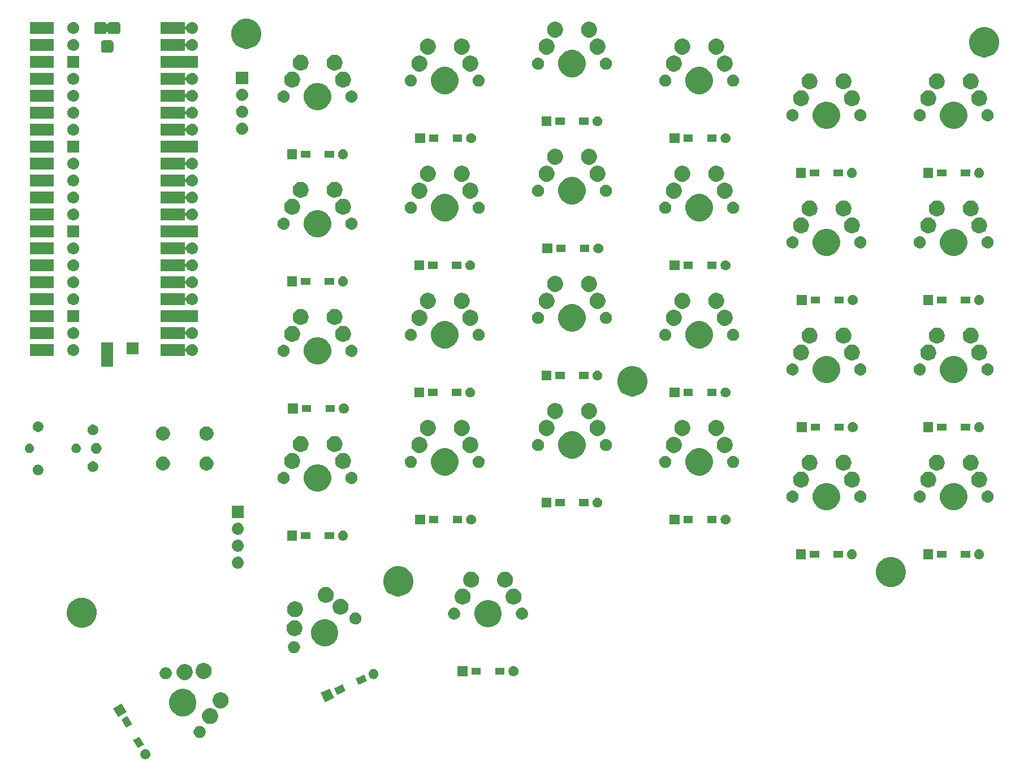
<source format=gbr>
G04 #@! TF.GenerationSoftware,KiCad,Pcbnew,(5.1.4)-1*
G04 #@! TF.CreationDate,2021-06-26T01:07:56+08:00*
G04 #@! TF.ProjectId,Split Keeb,53706c69-7420-44b6-9565-622e6b696361,rev?*
G04 #@! TF.SameCoordinates,Original*
G04 #@! TF.FileFunction,Soldermask,Top*
G04 #@! TF.FilePolarity,Negative*
%FSLAX46Y46*%
G04 Gerber Fmt 4.6, Leading zero omitted, Abs format (unit mm)*
G04 Created by KiCad (PCBNEW (5.1.4)-1) date 2021-06-26 01:07:56*
%MOMM*%
%LPD*%
G04 APERTURE LIST*
%ADD10C,0.100000*%
G04 APERTURE END LIST*
D10*
G36*
X89369259Y-159641318D02*
G01*
X89493455Y-159666021D01*
X89629856Y-159722520D01*
X89752613Y-159804544D01*
X89857009Y-159908940D01*
X89939033Y-160031697D01*
X89995532Y-160168098D01*
X90024334Y-160312900D01*
X90024334Y-160460538D01*
X89995532Y-160605340D01*
X89939033Y-160741741D01*
X89857009Y-160864498D01*
X89752613Y-160968894D01*
X89629856Y-161050918D01*
X89493455Y-161107417D01*
X89369259Y-161132120D01*
X89348654Y-161136219D01*
X89201014Y-161136219D01*
X89180409Y-161132120D01*
X89056213Y-161107417D01*
X88919812Y-161050918D01*
X88797055Y-160968894D01*
X88692659Y-160864498D01*
X88610635Y-160741741D01*
X88554136Y-160605340D01*
X88525334Y-160460538D01*
X88525334Y-160312900D01*
X88554136Y-160168098D01*
X88610635Y-160031697D01*
X88692659Y-159908940D01*
X88797055Y-159804544D01*
X88919812Y-159722520D01*
X89056213Y-159666021D01*
X89180409Y-159641318D01*
X89201014Y-159637219D01*
X89348654Y-159637219D01*
X89369259Y-159641318D01*
X89369259Y-159641318D01*
G37*
G36*
X89063364Y-158968441D02*
G01*
X88607834Y-159231441D01*
X88152305Y-159494441D01*
X88152304Y-159494441D01*
X87451304Y-158280273D01*
X87906834Y-158017273D01*
X88362363Y-157754273D01*
X88362364Y-157754273D01*
X89063364Y-158968441D01*
X89063364Y-158968441D01*
G37*
G36*
X97584952Y-156167866D02*
G01*
X97672075Y-156185196D01*
X97781498Y-156230521D01*
X97836211Y-156253184D01*
X97982933Y-156351220D01*
X97983928Y-156351885D01*
X98109552Y-156477509D01*
X98109554Y-156477512D01*
X98208253Y-156625226D01*
X98208253Y-156625227D01*
X98276241Y-156789362D01*
X98310900Y-156963608D01*
X98310900Y-157141266D01*
X98276241Y-157315512D01*
X98230916Y-157424935D01*
X98208253Y-157479648D01*
X98110217Y-157626370D01*
X98109552Y-157627365D01*
X97983928Y-157752989D01*
X97983925Y-157752991D01*
X97836211Y-157851690D01*
X97781498Y-157874353D01*
X97672075Y-157919678D01*
X97584952Y-157937007D01*
X97497831Y-157954337D01*
X97320169Y-157954337D01*
X97233048Y-157937007D01*
X97145925Y-157919678D01*
X97036502Y-157874353D01*
X96981789Y-157851690D01*
X96834075Y-157752991D01*
X96834072Y-157752989D01*
X96708448Y-157627365D01*
X96707783Y-157626370D01*
X96609747Y-157479648D01*
X96587084Y-157424935D01*
X96541759Y-157315512D01*
X96507100Y-157141266D01*
X96507100Y-156963608D01*
X96541759Y-156789362D01*
X96609747Y-156625227D01*
X96609747Y-156625226D01*
X96708446Y-156477512D01*
X96708448Y-156477509D01*
X96834072Y-156351885D01*
X96835067Y-156351220D01*
X96981789Y-156253184D01*
X97036502Y-156230521D01*
X97145925Y-156185196D01*
X97233048Y-156167866D01*
X97320169Y-156150537D01*
X97497831Y-156150537D01*
X97584952Y-156167866D01*
X97584952Y-156167866D01*
G37*
G36*
X87288364Y-155894051D02*
G01*
X86844117Y-156150537D01*
X86377305Y-156420051D01*
X86377304Y-156420051D01*
X85676304Y-155205883D01*
X86131834Y-154942883D01*
X86587363Y-154679883D01*
X86587364Y-154679883D01*
X87288364Y-155894051D01*
X87288364Y-155894051D01*
G37*
G36*
X99321981Y-153534469D02*
G01*
X99532456Y-153621651D01*
X99539276Y-153624476D01*
X99734835Y-153755145D01*
X99901145Y-153921455D01*
X99924612Y-153956575D01*
X100031815Y-154117016D01*
X100121821Y-154334309D01*
X100167705Y-154564985D01*
X100167705Y-154800185D01*
X100121821Y-155030861D01*
X100049324Y-155205883D01*
X100031814Y-155248156D01*
X99901145Y-155443715D01*
X99734835Y-155610025D01*
X99539276Y-155740694D01*
X99539275Y-155740695D01*
X99539274Y-155740695D01*
X99321981Y-155830701D01*
X99091305Y-155876585D01*
X98856105Y-155876585D01*
X98625429Y-155830701D01*
X98408136Y-155740695D01*
X98408135Y-155740695D01*
X98408134Y-155740694D01*
X98212575Y-155610025D01*
X98046265Y-155443715D01*
X97915596Y-155248156D01*
X97898086Y-155205883D01*
X97825589Y-155030861D01*
X97779705Y-154800185D01*
X97779705Y-154564985D01*
X97825589Y-154334309D01*
X97915595Y-154117016D01*
X98022799Y-153956575D01*
X98046265Y-153921455D01*
X98212575Y-153755145D01*
X98408134Y-153624476D01*
X98414954Y-153621651D01*
X98625429Y-153534469D01*
X98856105Y-153488585D01*
X99091305Y-153488585D01*
X99321981Y-153534469D01*
X99321981Y-153534469D01*
G37*
G36*
X86488671Y-154061941D02*
G01*
X85190498Y-154811442D01*
X84440997Y-153513269D01*
X85739170Y-152763768D01*
X86488671Y-154061941D01*
X86488671Y-154061941D01*
G37*
G36*
X95465474Y-150686712D02*
G01*
X95683474Y-150777011D01*
X95837623Y-150840861D01*
X96172548Y-151064651D01*
X96457377Y-151349480D01*
X96681167Y-151684405D01*
X96745017Y-151838554D01*
X96835316Y-152056554D01*
X96913900Y-152451622D01*
X96913900Y-152854434D01*
X96835316Y-153249502D01*
X96785055Y-153370842D01*
X96681167Y-153621651D01*
X96457377Y-153956576D01*
X96172548Y-154241405D01*
X95837623Y-154465195D01*
X95683474Y-154529045D01*
X95465474Y-154619344D01*
X95070406Y-154697928D01*
X94667594Y-154697928D01*
X94272526Y-154619344D01*
X94054526Y-154529045D01*
X93900377Y-154465195D01*
X93565452Y-154241405D01*
X93280623Y-153956576D01*
X93056833Y-153621651D01*
X92952945Y-153370842D01*
X92902684Y-153249502D01*
X92824100Y-152854434D01*
X92824100Y-152451622D01*
X92902684Y-152056554D01*
X92992983Y-151838554D01*
X93056833Y-151684405D01*
X93280623Y-151349480D01*
X93565452Y-151064651D01*
X93900377Y-150840861D01*
X94054526Y-150777011D01*
X94272526Y-150686712D01*
X94667594Y-150608128D01*
X95070406Y-150608128D01*
X95465474Y-150686712D01*
X95465474Y-150686712D01*
G37*
G36*
X100886685Y-151164617D02*
G01*
X101103978Y-151254623D01*
X101103980Y-151254624D01*
X101299539Y-151385293D01*
X101465849Y-151551603D01*
X101554586Y-151684406D01*
X101596519Y-151747164D01*
X101686525Y-151964457D01*
X101732409Y-152195133D01*
X101732409Y-152430333D01*
X101686525Y-152661009D01*
X101643960Y-152763769D01*
X101596518Y-152878304D01*
X101465849Y-153073863D01*
X101299539Y-153240173D01*
X101103980Y-153370842D01*
X101103979Y-153370843D01*
X101103978Y-153370843D01*
X100886685Y-153460849D01*
X100656009Y-153506733D01*
X100420809Y-153506733D01*
X100190133Y-153460849D01*
X99972840Y-153370843D01*
X99972839Y-153370843D01*
X99972838Y-153370842D01*
X99777279Y-153240173D01*
X99610969Y-153073863D01*
X99480300Y-152878304D01*
X99432858Y-152763769D01*
X99390293Y-152661009D01*
X99344409Y-152430333D01*
X99344409Y-152195133D01*
X99390293Y-151964457D01*
X99480299Y-151747164D01*
X99522233Y-151684406D01*
X99610969Y-151551603D01*
X99777279Y-151385293D01*
X99972838Y-151254624D01*
X99972840Y-151254623D01*
X100190133Y-151164617D01*
X100420809Y-151118733D01*
X100656009Y-151118733D01*
X100886685Y-151164617D01*
X100886685Y-151164617D01*
G37*
G36*
X117530332Y-151944060D02*
G01*
X116171777Y-152577565D01*
X115538272Y-151219010D01*
X116896827Y-150585505D01*
X117530332Y-151944060D01*
X117530332Y-151944060D01*
G37*
G36*
X119236258Y-150901968D02*
G01*
X118887383Y-151064651D01*
X117965615Y-151494479D01*
X117965614Y-151494479D01*
X117521020Y-150541044D01*
X118156342Y-150244789D01*
X118791663Y-149948533D01*
X118791664Y-149948533D01*
X119236258Y-150901968D01*
X119236258Y-150901968D01*
G37*
G36*
X122453650Y-149401674D02*
G01*
X121818328Y-149697929D01*
X121183007Y-149994185D01*
X121183006Y-149994185D01*
X120738412Y-149040750D01*
X121510265Y-148680829D01*
X122009055Y-148448239D01*
X122009056Y-148448239D01*
X122453650Y-149401674D01*
X122453650Y-149401674D01*
G37*
G36*
X95511981Y-146935355D02*
G01*
X95729274Y-147025361D01*
X95729276Y-147025362D01*
X95924835Y-147156031D01*
X96091145Y-147322341D01*
X96179362Y-147454366D01*
X96221815Y-147517902D01*
X96311821Y-147735195D01*
X96357705Y-147965871D01*
X96357705Y-148201071D01*
X96311821Y-148431747D01*
X96221815Y-148649040D01*
X96221814Y-148649042D01*
X96091145Y-148844601D01*
X95924835Y-149010911D01*
X95729276Y-149141580D01*
X95729275Y-149141581D01*
X95729274Y-149141581D01*
X95511981Y-149231587D01*
X95281305Y-149277471D01*
X95046105Y-149277471D01*
X94815429Y-149231587D01*
X94598136Y-149141581D01*
X94598135Y-149141581D01*
X94598134Y-149141580D01*
X94402575Y-149010911D01*
X94236265Y-148844601D01*
X94105596Y-148649042D01*
X94105595Y-148649040D01*
X94015589Y-148431747D01*
X93969705Y-148201071D01*
X93969705Y-147965871D01*
X94015589Y-147735195D01*
X94105595Y-147517902D01*
X94148049Y-147454366D01*
X94236265Y-147322341D01*
X94402575Y-147156031D01*
X94598134Y-147025362D01*
X94598136Y-147025361D01*
X94815429Y-146935355D01*
X95046105Y-146889471D01*
X95281305Y-146889471D01*
X95511981Y-146935355D01*
X95511981Y-146935355D01*
G37*
G36*
X92504952Y-147369048D02*
G01*
X92592075Y-147386378D01*
X92694972Y-147429000D01*
X92756211Y-147454366D01*
X92902933Y-147552402D01*
X92903928Y-147553067D01*
X93029552Y-147678691D01*
X93029554Y-147678694D01*
X93128253Y-147826408D01*
X93128253Y-147826409D01*
X93196241Y-147990544D01*
X93230900Y-148164790D01*
X93230900Y-148342448D01*
X93196241Y-148516694D01*
X93153781Y-148619199D01*
X93128253Y-148680830D01*
X93112437Y-148704500D01*
X93029552Y-148828547D01*
X92903928Y-148954171D01*
X92903925Y-148954173D01*
X92756211Y-149052872D01*
X92735528Y-149061439D01*
X92592075Y-149120860D01*
X92504952Y-149138190D01*
X92417831Y-149155519D01*
X92240169Y-149155519D01*
X92153048Y-149138190D01*
X92065925Y-149120860D01*
X91922472Y-149061439D01*
X91901789Y-149052872D01*
X91754075Y-148954173D01*
X91754072Y-148954171D01*
X91628448Y-148828547D01*
X91545563Y-148704500D01*
X91529747Y-148680830D01*
X91504219Y-148619199D01*
X91461759Y-148516694D01*
X91427100Y-148342448D01*
X91427100Y-148164790D01*
X91461759Y-147990544D01*
X91529747Y-147826409D01*
X91529747Y-147826408D01*
X91628446Y-147678694D01*
X91628448Y-147678691D01*
X91754072Y-147553067D01*
X91755067Y-147552402D01*
X91901789Y-147454366D01*
X91963028Y-147429000D01*
X92065925Y-147386378D01*
X92153048Y-147369048D01*
X92240169Y-147351719D01*
X92417831Y-147351719D01*
X92504952Y-147369048D01*
X92504952Y-147369048D01*
G37*
G36*
X123534793Y-147615782D02*
G01*
X123658989Y-147640485D01*
X123795390Y-147696984D01*
X123918147Y-147779008D01*
X124022543Y-147883404D01*
X124104567Y-148006161D01*
X124161066Y-148142562D01*
X124189868Y-148287364D01*
X124189868Y-148435002D01*
X124161066Y-148579804D01*
X124104567Y-148716205D01*
X124022543Y-148838962D01*
X123918147Y-148943358D01*
X123795390Y-149025382D01*
X123658989Y-149081881D01*
X123534793Y-149106584D01*
X123514188Y-149110683D01*
X123366548Y-149110683D01*
X123345943Y-149106584D01*
X123221747Y-149081881D01*
X123085346Y-149025382D01*
X122962589Y-148943358D01*
X122858193Y-148838962D01*
X122776169Y-148716205D01*
X122719670Y-148579804D01*
X122690868Y-148435002D01*
X122690868Y-148287364D01*
X122719670Y-148142562D01*
X122776169Y-148006161D01*
X122858193Y-147883404D01*
X122962589Y-147779008D01*
X123085346Y-147696984D01*
X123221747Y-147640485D01*
X123345943Y-147615782D01*
X123366548Y-147611683D01*
X123514188Y-147611683D01*
X123534793Y-147615782D01*
X123534793Y-147615782D01*
G37*
G36*
X98346685Y-146765207D02*
G01*
X98563978Y-146855213D01*
X98563980Y-146855214D01*
X98615249Y-146889471D01*
X98759539Y-146985883D01*
X98925849Y-147152193D01*
X99056519Y-147347754D01*
X99146525Y-147565047D01*
X99192409Y-147795723D01*
X99192409Y-148030923D01*
X99146525Y-148261599D01*
X99074699Y-148435002D01*
X99056518Y-148478894D01*
X98925849Y-148674453D01*
X98759539Y-148840763D01*
X98563980Y-148971432D01*
X98563979Y-148971433D01*
X98563978Y-148971433D01*
X98346685Y-149061439D01*
X98116009Y-149107323D01*
X97880809Y-149107323D01*
X97650133Y-149061439D01*
X97432840Y-148971433D01*
X97432839Y-148971433D01*
X97432838Y-148971432D01*
X97237279Y-148840763D01*
X97070969Y-148674453D01*
X96940300Y-148478894D01*
X96922119Y-148435002D01*
X96850293Y-148261599D01*
X96804409Y-148030923D01*
X96804409Y-147795723D01*
X96850293Y-147565047D01*
X96940299Y-147347754D01*
X97070969Y-147152193D01*
X97237279Y-146985883D01*
X97381569Y-146889471D01*
X97432838Y-146855214D01*
X97432840Y-146855213D01*
X97650133Y-146765207D01*
X97880809Y-146719323D01*
X98116009Y-146719323D01*
X98346685Y-146765207D01*
X98346685Y-146765207D01*
G37*
G36*
X144493425Y-147209599D02*
G01*
X144617621Y-147234302D01*
X144754022Y-147290801D01*
X144876779Y-147372825D01*
X144981175Y-147477221D01*
X145063199Y-147599978D01*
X145119698Y-147736379D01*
X145148500Y-147881181D01*
X145148500Y-148028819D01*
X145119698Y-148173621D01*
X145063199Y-148310022D01*
X144981175Y-148432779D01*
X144876779Y-148537175D01*
X144754022Y-148619199D01*
X144617621Y-148675698D01*
X144493425Y-148700401D01*
X144472820Y-148704500D01*
X144325180Y-148704500D01*
X144304575Y-148700401D01*
X144180379Y-148675698D01*
X144043978Y-148619199D01*
X143921221Y-148537175D01*
X143816825Y-148432779D01*
X143734801Y-148310022D01*
X143678302Y-148173621D01*
X143649500Y-148028819D01*
X143649500Y-147881181D01*
X143678302Y-147736379D01*
X143734801Y-147599978D01*
X143816825Y-147477221D01*
X143921221Y-147372825D01*
X144043978Y-147290801D01*
X144180379Y-147234302D01*
X144304575Y-147209599D01*
X144325180Y-147205500D01*
X144472820Y-147205500D01*
X144493425Y-147209599D01*
X144493425Y-147209599D01*
G37*
G36*
X137528500Y-148704500D02*
G01*
X136029500Y-148704500D01*
X136029500Y-147205500D01*
X137528500Y-147205500D01*
X137528500Y-148704500D01*
X137528500Y-148704500D01*
G37*
G36*
X139515000Y-148481000D02*
G01*
X138113000Y-148481000D01*
X138113000Y-147429000D01*
X139515000Y-147429000D01*
X139515000Y-148481000D01*
X139515000Y-148481000D01*
G37*
G36*
X143065000Y-148481000D02*
G01*
X141663000Y-148481000D01*
X141663000Y-147429000D01*
X143065000Y-147429000D01*
X143065000Y-148481000D01*
X143065000Y-148481000D01*
G37*
G36*
X111706534Y-143462247D02*
G01*
X111793657Y-143479576D01*
X111903080Y-143524901D01*
X111957793Y-143547564D01*
X112104515Y-143645600D01*
X112105510Y-143646265D01*
X112231134Y-143771889D01*
X112231136Y-143771892D01*
X112329835Y-143919606D01*
X112329835Y-143919607D01*
X112397823Y-144083742D01*
X112432482Y-144257988D01*
X112432482Y-144435646D01*
X112397823Y-144609892D01*
X112352498Y-144719315D01*
X112329835Y-144774028D01*
X112231799Y-144920750D01*
X112231134Y-144921745D01*
X112105510Y-145047369D01*
X112105507Y-145047371D01*
X111957793Y-145146070D01*
X111903080Y-145168733D01*
X111793657Y-145214058D01*
X111706534Y-145231388D01*
X111619413Y-145248717D01*
X111441751Y-145248717D01*
X111354630Y-145231388D01*
X111267507Y-145214058D01*
X111158084Y-145168733D01*
X111103371Y-145146070D01*
X110955657Y-145047371D01*
X110955654Y-145047369D01*
X110830030Y-144921745D01*
X110829365Y-144920750D01*
X110731329Y-144774028D01*
X110708666Y-144719315D01*
X110663341Y-144609892D01*
X110628682Y-144435646D01*
X110628682Y-144257988D01*
X110663341Y-144083742D01*
X110731329Y-143919607D01*
X110731329Y-143919606D01*
X110830028Y-143771892D01*
X110830030Y-143771889D01*
X110955654Y-143646265D01*
X110956649Y-143645600D01*
X111103371Y-143547564D01*
X111158084Y-143524901D01*
X111267507Y-143479576D01*
X111354630Y-143462247D01*
X111441751Y-143444917D01*
X111619413Y-143444917D01*
X111706534Y-143462247D01*
X111706534Y-143462247D01*
G37*
G36*
X116731100Y-140233600D02*
G01*
X116925371Y-140314070D01*
X117103249Y-140387749D01*
X117438174Y-140611539D01*
X117723003Y-140896368D01*
X117946793Y-141231293D01*
X118001720Y-141363900D01*
X118100942Y-141603442D01*
X118179526Y-141998510D01*
X118179526Y-142401322D01*
X118100942Y-142796390D01*
X118010643Y-143014390D01*
X117946793Y-143168539D01*
X117723003Y-143503464D01*
X117438174Y-143788293D01*
X117103249Y-144012083D01*
X116949100Y-144075933D01*
X116731100Y-144166232D01*
X116336032Y-144244816D01*
X115933220Y-144244816D01*
X115538152Y-144166232D01*
X115320152Y-144075933D01*
X115166003Y-144012083D01*
X114831078Y-143788293D01*
X114546249Y-143503464D01*
X114322459Y-143168539D01*
X114258609Y-143014390D01*
X114168310Y-142796390D01*
X114089726Y-142401322D01*
X114089726Y-141998510D01*
X114168310Y-141603442D01*
X114267532Y-141363900D01*
X114322459Y-141231293D01*
X114546249Y-140896368D01*
X114831078Y-140611539D01*
X115166003Y-140387749D01*
X115343881Y-140314070D01*
X115538152Y-140233600D01*
X115933220Y-140155016D01*
X116336032Y-140155016D01*
X116731100Y-140233600D01*
X116731100Y-140233600D01*
G37*
G36*
X111956419Y-140359954D02*
G01*
X112173712Y-140449960D01*
X112173714Y-140449961D01*
X112369273Y-140580630D01*
X112535583Y-140746940D01*
X112664894Y-140940466D01*
X112666253Y-140942501D01*
X112756259Y-141159794D01*
X112802143Y-141390470D01*
X112802143Y-141625670D01*
X112756259Y-141856346D01*
X112697372Y-141998511D01*
X112666252Y-142073641D01*
X112535583Y-142269200D01*
X112369273Y-142435510D01*
X112173714Y-142566179D01*
X112173713Y-142566180D01*
X112173712Y-142566180D01*
X111956419Y-142656186D01*
X111725743Y-142702070D01*
X111490543Y-142702070D01*
X111259867Y-142656186D01*
X111042574Y-142566180D01*
X111042573Y-142566180D01*
X111042572Y-142566179D01*
X110847013Y-142435510D01*
X110680703Y-142269200D01*
X110550034Y-142073641D01*
X110518914Y-141998511D01*
X110460027Y-141856346D01*
X110414143Y-141625670D01*
X110414143Y-141390470D01*
X110460027Y-141159794D01*
X110550033Y-140942501D01*
X110551393Y-140940466D01*
X110680703Y-140746940D01*
X110847013Y-140580630D01*
X111042572Y-140449961D01*
X111042574Y-140449960D01*
X111259867Y-140359954D01*
X111490543Y-140314070D01*
X111725743Y-140314070D01*
X111956419Y-140359954D01*
X111956419Y-140359954D01*
G37*
G36*
X80031880Y-136951776D02*
G01*
X80412593Y-137027504D01*
X80822249Y-137197189D01*
X81190929Y-137443534D01*
X81504466Y-137757071D01*
X81750811Y-138125751D01*
X81920496Y-138535407D01*
X81962002Y-138744075D01*
X82007000Y-138970295D01*
X82007000Y-139413705D01*
X82002598Y-139435834D01*
X81920496Y-139848593D01*
X81750811Y-140258249D01*
X81504466Y-140626929D01*
X81190929Y-140940466D01*
X80822249Y-141186811D01*
X80412593Y-141356496D01*
X80031880Y-141432224D01*
X79977705Y-141443000D01*
X79534295Y-141443000D01*
X79480120Y-141432224D01*
X79099407Y-141356496D01*
X78689751Y-141186811D01*
X78321071Y-140940466D01*
X78007534Y-140626929D01*
X77761189Y-140258249D01*
X77591504Y-139848593D01*
X77509402Y-139435834D01*
X77505000Y-139413705D01*
X77505000Y-138970295D01*
X77549998Y-138744075D01*
X77591504Y-138535407D01*
X77761189Y-138125751D01*
X78007534Y-137757071D01*
X78321071Y-137443534D01*
X78689751Y-137197189D01*
X79099407Y-137027504D01*
X79480120Y-136951776D01*
X79534295Y-136941000D01*
X79977705Y-136941000D01*
X80031880Y-136951776D01*
X80031880Y-136951776D01*
G37*
G36*
X141185474Y-137352684D02*
G01*
X141403474Y-137442983D01*
X141557623Y-137506833D01*
X141892548Y-137730623D01*
X142177377Y-138015452D01*
X142401167Y-138350377D01*
X142465017Y-138504526D01*
X142555316Y-138722526D01*
X142633900Y-139117594D01*
X142633900Y-139520406D01*
X142555316Y-139915474D01*
X142471322Y-140118253D01*
X142401167Y-140287623D01*
X142177377Y-140622548D01*
X141892548Y-140907377D01*
X141557623Y-141131167D01*
X141423286Y-141186811D01*
X141185474Y-141285316D01*
X140790406Y-141363900D01*
X140387594Y-141363900D01*
X139992526Y-141285316D01*
X139754714Y-141186811D01*
X139620377Y-141131167D01*
X139285452Y-140907377D01*
X139000623Y-140622548D01*
X138776833Y-140287623D01*
X138706678Y-140118253D01*
X138622684Y-139915474D01*
X138544100Y-139520406D01*
X138544100Y-139117594D01*
X138622684Y-138722526D01*
X138712983Y-138504526D01*
X138776833Y-138350377D01*
X139000623Y-138015452D01*
X139285452Y-137730623D01*
X139620377Y-137506833D01*
X139774526Y-137442983D01*
X139992526Y-137352684D01*
X140387594Y-137274100D01*
X140790406Y-137274100D01*
X141185474Y-137352684D01*
X141185474Y-137352684D01*
G37*
G36*
X120914622Y-139168444D02*
G01*
X121001745Y-139185774D01*
X121108922Y-139230169D01*
X121165881Y-139253762D01*
X121303668Y-139345828D01*
X121313598Y-139352463D01*
X121439222Y-139478087D01*
X121439224Y-139478090D01*
X121537923Y-139625804D01*
X121537923Y-139625805D01*
X121605911Y-139789940D01*
X121620507Y-139863323D01*
X121626595Y-139893925D01*
X121640570Y-139964186D01*
X121640570Y-140141844D01*
X121605911Y-140316090D01*
X121587741Y-140359955D01*
X121537923Y-140480226D01*
X121470835Y-140580630D01*
X121439222Y-140627943D01*
X121313598Y-140753567D01*
X121313595Y-140753569D01*
X121165881Y-140852268D01*
X121111168Y-140874931D01*
X121001745Y-140920256D01*
X120914622Y-140937585D01*
X120827501Y-140954915D01*
X120649839Y-140954915D01*
X120562718Y-140937585D01*
X120475595Y-140920256D01*
X120366172Y-140874931D01*
X120311459Y-140852268D01*
X120163745Y-140753569D01*
X120163742Y-140753567D01*
X120038118Y-140627943D01*
X120006505Y-140580630D01*
X119939417Y-140480226D01*
X119889599Y-140359955D01*
X119871429Y-140316090D01*
X119836770Y-140141844D01*
X119836770Y-139964186D01*
X119850746Y-139893925D01*
X119856833Y-139863323D01*
X119871429Y-139789940D01*
X119939417Y-139625805D01*
X119939417Y-139625804D01*
X120038116Y-139478090D01*
X120038118Y-139478087D01*
X120163742Y-139352463D01*
X120173672Y-139345828D01*
X120311459Y-139253762D01*
X120368418Y-139230169D01*
X120475595Y-139185774D01*
X120562718Y-139168444D01*
X120649839Y-139151115D01*
X120827501Y-139151115D01*
X120914622Y-139168444D01*
X120914622Y-139168444D01*
G37*
G36*
X135684952Y-138434430D02*
G01*
X135772075Y-138451759D01*
X135881498Y-138497084D01*
X135936211Y-138519747D01*
X136082933Y-138617783D01*
X136083928Y-138618448D01*
X136209552Y-138744072D01*
X136209554Y-138744075D01*
X136308253Y-138891789D01*
X136308253Y-138891790D01*
X136376241Y-139055925D01*
X136376241Y-139055927D01*
X136410900Y-139230169D01*
X136410900Y-139407831D01*
X136396203Y-139481719D01*
X136376241Y-139582075D01*
X136358127Y-139625805D01*
X136308253Y-139746211D01*
X136210217Y-139892933D01*
X136209552Y-139893928D01*
X136083928Y-140019552D01*
X136083925Y-140019554D01*
X135936211Y-140118253D01*
X135881498Y-140140916D01*
X135772075Y-140186241D01*
X135684952Y-140203571D01*
X135597831Y-140220900D01*
X135420169Y-140220900D01*
X135333048Y-140203571D01*
X135245925Y-140186241D01*
X135136502Y-140140916D01*
X135081789Y-140118253D01*
X134934075Y-140019554D01*
X134934072Y-140019552D01*
X134808448Y-139893928D01*
X134807783Y-139892933D01*
X134709747Y-139746211D01*
X134659873Y-139625805D01*
X134641759Y-139582075D01*
X134621797Y-139481719D01*
X134607100Y-139407831D01*
X134607100Y-139230169D01*
X134641759Y-139055927D01*
X134641759Y-139055925D01*
X134709747Y-138891790D01*
X134709747Y-138891789D01*
X134808446Y-138744075D01*
X134808448Y-138744072D01*
X134934072Y-138618448D01*
X134935067Y-138617783D01*
X135081789Y-138519747D01*
X135136502Y-138497084D01*
X135245925Y-138451759D01*
X135333048Y-138434430D01*
X135420169Y-138417100D01*
X135597831Y-138417100D01*
X135684952Y-138434430D01*
X135684952Y-138434430D01*
G37*
G36*
X145844952Y-138434430D02*
G01*
X145932075Y-138451759D01*
X146041498Y-138497084D01*
X146096211Y-138519747D01*
X146242933Y-138617783D01*
X146243928Y-138618448D01*
X146369552Y-138744072D01*
X146369554Y-138744075D01*
X146468253Y-138891789D01*
X146468253Y-138891790D01*
X146536241Y-139055925D01*
X146536241Y-139055927D01*
X146570900Y-139230169D01*
X146570900Y-139407831D01*
X146556203Y-139481719D01*
X146536241Y-139582075D01*
X146518127Y-139625805D01*
X146468253Y-139746211D01*
X146370217Y-139892933D01*
X146369552Y-139893928D01*
X146243928Y-140019552D01*
X146243925Y-140019554D01*
X146096211Y-140118253D01*
X146041498Y-140140916D01*
X145932075Y-140186241D01*
X145844952Y-140203571D01*
X145757831Y-140220900D01*
X145580169Y-140220900D01*
X145493048Y-140203571D01*
X145405925Y-140186241D01*
X145296502Y-140140916D01*
X145241789Y-140118253D01*
X145094075Y-140019554D01*
X145094072Y-140019552D01*
X144968448Y-139893928D01*
X144967783Y-139892933D01*
X144869747Y-139746211D01*
X144819873Y-139625805D01*
X144801759Y-139582075D01*
X144781797Y-139481719D01*
X144767100Y-139407831D01*
X144767100Y-139230169D01*
X144801759Y-139055927D01*
X144801759Y-139055925D01*
X144869747Y-138891790D01*
X144869747Y-138891789D01*
X144968446Y-138744075D01*
X144968448Y-138744072D01*
X145094072Y-138618448D01*
X145095067Y-138617783D01*
X145241789Y-138519747D01*
X145296502Y-138497084D01*
X145405925Y-138451759D01*
X145493048Y-138434430D01*
X145580169Y-138417100D01*
X145757831Y-138417100D01*
X145844952Y-138434430D01*
X145844952Y-138434430D01*
G37*
G36*
X112033979Y-137521207D02*
G01*
X112251272Y-137611213D01*
X112251274Y-137611214D01*
X112446833Y-137741883D01*
X112613143Y-137908193D01*
X112684812Y-138015452D01*
X112743813Y-138103754D01*
X112833819Y-138321047D01*
X112879703Y-138551723D01*
X112879703Y-138786923D01*
X112833819Y-139017599D01*
X112743813Y-139234892D01*
X112743812Y-139234894D01*
X112613143Y-139430453D01*
X112446833Y-139596763D01*
X112251274Y-139727432D01*
X112251273Y-139727433D01*
X112251272Y-139727433D01*
X112033979Y-139817439D01*
X111803303Y-139863323D01*
X111568103Y-139863323D01*
X111337427Y-139817439D01*
X111120134Y-139727433D01*
X111120133Y-139727433D01*
X111120132Y-139727432D01*
X110924573Y-139596763D01*
X110758263Y-139430453D01*
X110627594Y-139234894D01*
X110627593Y-139234892D01*
X110537587Y-139017599D01*
X110491703Y-138786923D01*
X110491703Y-138551723D01*
X110537587Y-138321047D01*
X110627593Y-138103754D01*
X110686595Y-138015452D01*
X110758263Y-137908193D01*
X110924573Y-137741883D01*
X111120132Y-137611214D01*
X111120134Y-137611213D01*
X111337427Y-137521207D01*
X111568103Y-137475323D01*
X111803303Y-137475323D01*
X112033979Y-137521207D01*
X112033979Y-137521207D01*
G37*
G36*
X118862484Y-137139603D02*
G01*
X119001508Y-137197189D01*
X119079779Y-137229610D01*
X119251826Y-137344569D01*
X119275338Y-137360279D01*
X119441648Y-137526589D01*
X119572318Y-137722150D01*
X119662324Y-137939443D01*
X119708208Y-138170119D01*
X119708208Y-138405319D01*
X119662324Y-138635995D01*
X119599807Y-138786923D01*
X119572317Y-138853290D01*
X119441648Y-139048849D01*
X119275338Y-139215159D01*
X119079779Y-139345828D01*
X119079778Y-139345829D01*
X119079777Y-139345829D01*
X118862484Y-139435835D01*
X118631808Y-139481719D01*
X118396608Y-139481719D01*
X118165932Y-139435835D01*
X117948639Y-139345829D01*
X117948638Y-139345829D01*
X117948637Y-139345828D01*
X117753078Y-139215159D01*
X117586768Y-139048849D01*
X117456099Y-138853290D01*
X117428609Y-138786923D01*
X117366092Y-138635995D01*
X117320208Y-138405319D01*
X117320208Y-138170119D01*
X117366092Y-137939443D01*
X117456098Y-137722150D01*
X117586768Y-137526589D01*
X117753078Y-137360279D01*
X117776590Y-137344569D01*
X117948637Y-137229610D01*
X118026908Y-137197189D01*
X118165932Y-137139603D01*
X118396608Y-137093719D01*
X118631808Y-137093719D01*
X118862484Y-137139603D01*
X118862484Y-137139603D01*
G37*
G36*
X144747276Y-135630884D02*
G01*
X144964569Y-135720890D01*
X144964571Y-135720891D01*
X145025035Y-135761292D01*
X145160130Y-135851560D01*
X145326440Y-136017870D01*
X145457110Y-136213431D01*
X145547116Y-136430724D01*
X145593000Y-136661400D01*
X145593000Y-136896600D01*
X145547116Y-137127276D01*
X145486299Y-137274100D01*
X145457109Y-137344571D01*
X145326440Y-137540130D01*
X145160130Y-137706440D01*
X144964571Y-137837109D01*
X144964570Y-137837110D01*
X144964569Y-137837110D01*
X144747276Y-137927116D01*
X144516600Y-137973000D01*
X144281400Y-137973000D01*
X144050724Y-137927116D01*
X143833431Y-137837110D01*
X143833430Y-137837110D01*
X143833429Y-137837109D01*
X143637870Y-137706440D01*
X143471560Y-137540130D01*
X143340891Y-137344571D01*
X143311701Y-137274100D01*
X143250884Y-137127276D01*
X143205000Y-136896600D01*
X143205000Y-136661400D01*
X143250884Y-136430724D01*
X143340890Y-136213431D01*
X143471560Y-136017870D01*
X143637870Y-135851560D01*
X143772965Y-135761292D01*
X143833429Y-135720891D01*
X143833431Y-135720890D01*
X144050724Y-135630884D01*
X144281400Y-135585000D01*
X144516600Y-135585000D01*
X144747276Y-135630884D01*
X144747276Y-135630884D01*
G37*
G36*
X137127276Y-135630884D02*
G01*
X137344569Y-135720890D01*
X137344571Y-135720891D01*
X137405035Y-135761292D01*
X137540130Y-135851560D01*
X137706440Y-136017870D01*
X137837110Y-136213431D01*
X137927116Y-136430724D01*
X137973000Y-136661400D01*
X137973000Y-136896600D01*
X137927116Y-137127276D01*
X137866299Y-137274100D01*
X137837109Y-137344571D01*
X137706440Y-137540130D01*
X137540130Y-137706440D01*
X137344571Y-137837109D01*
X137344570Y-137837110D01*
X137344569Y-137837110D01*
X137127276Y-137927116D01*
X136896600Y-137973000D01*
X136661400Y-137973000D01*
X136430724Y-137927116D01*
X136213431Y-137837110D01*
X136213430Y-137837110D01*
X136213429Y-137837109D01*
X136017870Y-137706440D01*
X135851560Y-137540130D01*
X135720891Y-137344571D01*
X135691701Y-137274100D01*
X135630884Y-137127276D01*
X135585000Y-136896600D01*
X135585000Y-136661400D01*
X135630884Y-136430724D01*
X135720890Y-136213431D01*
X135851560Y-136017870D01*
X136017870Y-135851560D01*
X136152965Y-135761292D01*
X136213429Y-135720891D01*
X136213431Y-135720890D01*
X136430724Y-135630884D01*
X136661400Y-135585000D01*
X136896600Y-135585000D01*
X137127276Y-135630884D01*
X137127276Y-135630884D01*
G37*
G36*
X116638023Y-135374306D02*
G01*
X116779722Y-135433000D01*
X116855318Y-135464313D01*
X116997399Y-135559249D01*
X117050877Y-135594982D01*
X117217187Y-135761292D01*
X117347857Y-135956853D01*
X117437863Y-136174146D01*
X117483747Y-136404822D01*
X117483747Y-136640022D01*
X117437863Y-136870698D01*
X117372911Y-137027505D01*
X117347856Y-137087993D01*
X117217187Y-137283552D01*
X117050877Y-137449862D01*
X116855318Y-137580531D01*
X116855317Y-137580532D01*
X116855316Y-137580532D01*
X116638023Y-137670538D01*
X116407347Y-137716422D01*
X116172147Y-137716422D01*
X115941471Y-137670538D01*
X115724178Y-137580532D01*
X115724177Y-137580532D01*
X115724176Y-137580531D01*
X115528617Y-137449862D01*
X115362307Y-137283552D01*
X115231638Y-137087993D01*
X115206583Y-137027505D01*
X115141631Y-136870698D01*
X115095747Y-136640022D01*
X115095747Y-136404822D01*
X115141631Y-136174146D01*
X115231637Y-135956853D01*
X115362307Y-135761292D01*
X115528617Y-135594982D01*
X115582095Y-135559249D01*
X115724176Y-135464313D01*
X115799772Y-135433000D01*
X115941471Y-135374306D01*
X116172147Y-135328422D01*
X116407347Y-135328422D01*
X116638023Y-135374306D01*
X116638023Y-135374306D01*
G37*
G36*
X127402880Y-132252776D02*
G01*
X127783593Y-132328504D01*
X128193249Y-132498189D01*
X128561929Y-132744534D01*
X128875466Y-133058071D01*
X129121811Y-133426751D01*
X129291496Y-133836407D01*
X129378000Y-134271296D01*
X129378000Y-134714704D01*
X129291496Y-135149593D01*
X129121811Y-135559249D01*
X128875466Y-135927929D01*
X128561929Y-136241466D01*
X128193249Y-136487811D01*
X127783593Y-136657496D01*
X127402880Y-136733224D01*
X127348705Y-136744000D01*
X126905295Y-136744000D01*
X126851120Y-136733224D01*
X126470407Y-136657496D01*
X126060751Y-136487811D01*
X125692071Y-136241466D01*
X125378534Y-135927929D01*
X125132189Y-135559249D01*
X124962504Y-135149593D01*
X124876000Y-134714704D01*
X124876000Y-134271296D01*
X124962504Y-133836407D01*
X125132189Y-133426751D01*
X125378534Y-133058071D01*
X125692071Y-132744534D01*
X126060751Y-132498189D01*
X126470407Y-132328504D01*
X126851120Y-132252776D01*
X126905295Y-132242000D01*
X127348705Y-132242000D01*
X127402880Y-132252776D01*
X127402880Y-132252776D01*
G37*
G36*
X138397276Y-133090884D02*
G01*
X138614569Y-133180890D01*
X138614571Y-133180891D01*
X138810130Y-133311560D01*
X138976440Y-133477870D01*
X139107110Y-133673431D01*
X139197116Y-133890724D01*
X139243000Y-134121400D01*
X139243000Y-134356600D01*
X139197116Y-134587276D01*
X139144333Y-134714704D01*
X139107109Y-134804571D01*
X138976440Y-135000130D01*
X138810130Y-135166440D01*
X138614571Y-135297109D01*
X138614570Y-135297110D01*
X138614569Y-135297110D01*
X138397276Y-135387116D01*
X138166600Y-135433000D01*
X137931400Y-135433000D01*
X137700724Y-135387116D01*
X137483431Y-135297110D01*
X137483430Y-135297110D01*
X137483429Y-135297109D01*
X137287870Y-135166440D01*
X137121560Y-135000130D01*
X136990891Y-134804571D01*
X136953667Y-134714704D01*
X136900884Y-134587276D01*
X136855000Y-134356600D01*
X136855000Y-134121400D01*
X136900884Y-133890724D01*
X136990890Y-133673431D01*
X137121560Y-133477870D01*
X137287870Y-133311560D01*
X137483429Y-133180891D01*
X137483431Y-133180890D01*
X137700724Y-133090884D01*
X137931400Y-133045000D01*
X138166600Y-133045000D01*
X138397276Y-133090884D01*
X138397276Y-133090884D01*
G37*
G36*
X143477276Y-133090884D02*
G01*
X143694569Y-133180890D01*
X143694571Y-133180891D01*
X143890130Y-133311560D01*
X144056440Y-133477870D01*
X144187110Y-133673431D01*
X144277116Y-133890724D01*
X144323000Y-134121400D01*
X144323000Y-134356600D01*
X144277116Y-134587276D01*
X144224333Y-134714704D01*
X144187109Y-134804571D01*
X144056440Y-135000130D01*
X143890130Y-135166440D01*
X143694571Y-135297109D01*
X143694570Y-135297110D01*
X143694569Y-135297110D01*
X143477276Y-135387116D01*
X143246600Y-135433000D01*
X143011400Y-135433000D01*
X142780724Y-135387116D01*
X142563431Y-135297110D01*
X142563430Y-135297110D01*
X142563429Y-135297109D01*
X142367870Y-135166440D01*
X142201560Y-135000130D01*
X142070891Y-134804571D01*
X142033667Y-134714704D01*
X141980884Y-134587276D01*
X141935000Y-134356600D01*
X141935000Y-134121400D01*
X141980884Y-133890724D01*
X142070890Y-133673431D01*
X142201560Y-133477870D01*
X142367870Y-133311560D01*
X142563429Y-133180891D01*
X142563431Y-133180890D01*
X142780724Y-133090884D01*
X143011400Y-133045000D01*
X143246600Y-133045000D01*
X143477276Y-133090884D01*
X143477276Y-133090884D01*
G37*
G36*
X201189880Y-130855776D02*
G01*
X201570593Y-130931504D01*
X201980249Y-131101189D01*
X202348929Y-131347534D01*
X202662466Y-131661071D01*
X202908811Y-132029751D01*
X203078496Y-132439407D01*
X203165000Y-132874296D01*
X203165000Y-133317704D01*
X203078496Y-133752593D01*
X202908811Y-134162249D01*
X202662466Y-134530929D01*
X202348929Y-134844466D01*
X201980249Y-135090811D01*
X201570593Y-135260496D01*
X201189880Y-135336224D01*
X201135705Y-135347000D01*
X200692295Y-135347000D01*
X200638120Y-135336224D01*
X200257407Y-135260496D01*
X199847751Y-135090811D01*
X199479071Y-134844466D01*
X199165534Y-134530929D01*
X198919189Y-134162249D01*
X198749504Y-133752593D01*
X198663000Y-133317704D01*
X198663000Y-132874296D01*
X198749504Y-132439407D01*
X198919189Y-132029751D01*
X199165534Y-131661071D01*
X199479071Y-131347534D01*
X199847751Y-131101189D01*
X200257407Y-130931504D01*
X200638120Y-130855776D01*
X200692295Y-130845000D01*
X201135705Y-130845000D01*
X201189880Y-130855776D01*
X201189880Y-130855776D01*
G37*
G36*
X103234442Y-130804518D02*
G01*
X103300627Y-130811037D01*
X103470466Y-130862557D01*
X103626991Y-130946222D01*
X103662729Y-130975552D01*
X103764186Y-131058814D01*
X103838771Y-131149698D01*
X103876778Y-131196009D01*
X103960443Y-131352534D01*
X104011963Y-131522373D01*
X104029359Y-131699000D01*
X104011963Y-131875627D01*
X103960443Y-132045466D01*
X103876778Y-132201991D01*
X103847448Y-132237729D01*
X103764186Y-132339186D01*
X103662729Y-132422448D01*
X103626991Y-132451778D01*
X103470466Y-132535443D01*
X103300627Y-132586963D01*
X103234442Y-132593482D01*
X103168260Y-132600000D01*
X103079740Y-132600000D01*
X103013558Y-132593482D01*
X102947373Y-132586963D01*
X102777534Y-132535443D01*
X102621009Y-132451778D01*
X102585271Y-132422448D01*
X102483814Y-132339186D01*
X102400552Y-132237729D01*
X102371222Y-132201991D01*
X102287557Y-132045466D01*
X102236037Y-131875627D01*
X102218641Y-131699000D01*
X102236037Y-131522373D01*
X102287557Y-131352534D01*
X102371222Y-131196009D01*
X102409229Y-131149698D01*
X102483814Y-131058814D01*
X102585271Y-130975552D01*
X102621009Y-130946222D01*
X102777534Y-130862557D01*
X102947373Y-130811037D01*
X103013558Y-130804518D01*
X103079740Y-130798000D01*
X103168260Y-130798000D01*
X103234442Y-130804518D01*
X103234442Y-130804518D01*
G37*
G36*
X207251500Y-131178500D02*
G01*
X205752500Y-131178500D01*
X205752500Y-129679500D01*
X207251500Y-129679500D01*
X207251500Y-131178500D01*
X207251500Y-131178500D01*
G37*
G36*
X214216425Y-129683599D02*
G01*
X214340621Y-129708302D01*
X214477022Y-129764801D01*
X214599779Y-129846825D01*
X214704175Y-129951221D01*
X214786199Y-130073978D01*
X214842698Y-130210379D01*
X214871500Y-130355181D01*
X214871500Y-130502819D01*
X214842698Y-130647621D01*
X214786199Y-130784022D01*
X214704175Y-130906779D01*
X214599779Y-131011175D01*
X214477022Y-131093199D01*
X214340621Y-131149698D01*
X214216425Y-131174401D01*
X214195820Y-131178500D01*
X214048180Y-131178500D01*
X214027575Y-131174401D01*
X213903379Y-131149698D01*
X213766978Y-131093199D01*
X213644221Y-131011175D01*
X213539825Y-130906779D01*
X213457801Y-130784022D01*
X213401302Y-130647621D01*
X213372500Y-130502819D01*
X213372500Y-130355181D01*
X213401302Y-130210379D01*
X213457801Y-130073978D01*
X213539825Y-129951221D01*
X213644221Y-129846825D01*
X213766978Y-129764801D01*
X213903379Y-129708302D01*
X214027575Y-129683599D01*
X214048180Y-129679500D01*
X214195820Y-129679500D01*
X214216425Y-129683599D01*
X214216425Y-129683599D01*
G37*
G36*
X188201500Y-131178500D02*
G01*
X186702500Y-131178500D01*
X186702500Y-129679500D01*
X188201500Y-129679500D01*
X188201500Y-131178500D01*
X188201500Y-131178500D01*
G37*
G36*
X195166425Y-129683599D02*
G01*
X195290621Y-129708302D01*
X195427022Y-129764801D01*
X195549779Y-129846825D01*
X195654175Y-129951221D01*
X195736199Y-130073978D01*
X195792698Y-130210379D01*
X195821500Y-130355181D01*
X195821500Y-130502819D01*
X195792698Y-130647621D01*
X195736199Y-130784022D01*
X195654175Y-130906779D01*
X195549779Y-131011175D01*
X195427022Y-131093199D01*
X195290621Y-131149698D01*
X195166425Y-131174401D01*
X195145820Y-131178500D01*
X194998180Y-131178500D01*
X194977575Y-131174401D01*
X194853379Y-131149698D01*
X194716978Y-131093199D01*
X194594221Y-131011175D01*
X194489825Y-130906779D01*
X194407801Y-130784022D01*
X194351302Y-130647621D01*
X194322500Y-130502819D01*
X194322500Y-130355181D01*
X194351302Y-130210379D01*
X194407801Y-130073978D01*
X194489825Y-129951221D01*
X194594221Y-129846825D01*
X194716978Y-129764801D01*
X194853379Y-129708302D01*
X194977575Y-129683599D01*
X194998180Y-129679500D01*
X195145820Y-129679500D01*
X195166425Y-129683599D01*
X195166425Y-129683599D01*
G37*
G36*
X209238000Y-130955000D02*
G01*
X207836000Y-130955000D01*
X207836000Y-129903000D01*
X209238000Y-129903000D01*
X209238000Y-130955000D01*
X209238000Y-130955000D01*
G37*
G36*
X212788000Y-130955000D02*
G01*
X211386000Y-130955000D01*
X211386000Y-129903000D01*
X212788000Y-129903000D01*
X212788000Y-130955000D01*
X212788000Y-130955000D01*
G37*
G36*
X193738000Y-130955000D02*
G01*
X192336000Y-130955000D01*
X192336000Y-129903000D01*
X193738000Y-129903000D01*
X193738000Y-130955000D01*
X193738000Y-130955000D01*
G37*
G36*
X190188000Y-130955000D02*
G01*
X188786000Y-130955000D01*
X188786000Y-129903000D01*
X190188000Y-129903000D01*
X190188000Y-130955000D01*
X190188000Y-130955000D01*
G37*
G36*
X103234443Y-128264519D02*
G01*
X103300627Y-128271037D01*
X103470466Y-128322557D01*
X103626991Y-128406222D01*
X103662729Y-128435552D01*
X103764186Y-128518814D01*
X103847448Y-128620271D01*
X103876778Y-128656009D01*
X103960443Y-128812534D01*
X104011963Y-128982373D01*
X104029359Y-129159000D01*
X104011963Y-129335627D01*
X103960443Y-129505466D01*
X103876778Y-129661991D01*
X103847448Y-129697729D01*
X103764186Y-129799186D01*
X103662729Y-129882448D01*
X103626991Y-129911778D01*
X103470466Y-129995443D01*
X103300627Y-130046963D01*
X103234442Y-130053482D01*
X103168260Y-130060000D01*
X103079740Y-130060000D01*
X103013558Y-130053482D01*
X102947373Y-130046963D01*
X102777534Y-129995443D01*
X102621009Y-129911778D01*
X102585271Y-129882448D01*
X102483814Y-129799186D01*
X102400552Y-129697729D01*
X102371222Y-129661991D01*
X102287557Y-129505466D01*
X102236037Y-129335627D01*
X102218641Y-129159000D01*
X102236037Y-128982373D01*
X102287557Y-128812534D01*
X102371222Y-128656009D01*
X102400552Y-128620271D01*
X102483814Y-128518814D01*
X102585271Y-128435552D01*
X102621009Y-128406222D01*
X102777534Y-128322557D01*
X102947373Y-128271037D01*
X103013557Y-128264519D01*
X103079740Y-128258000D01*
X103168260Y-128258000D01*
X103234443Y-128264519D01*
X103234443Y-128264519D01*
G37*
G36*
X118966425Y-126889599D02*
G01*
X119090621Y-126914302D01*
X119227022Y-126970801D01*
X119349779Y-127052825D01*
X119454175Y-127157221D01*
X119536199Y-127279978D01*
X119592698Y-127416379D01*
X119621500Y-127561181D01*
X119621500Y-127708819D01*
X119592698Y-127853621D01*
X119536199Y-127990022D01*
X119454175Y-128112779D01*
X119349779Y-128217175D01*
X119227022Y-128299199D01*
X119090621Y-128355698D01*
X118966425Y-128380401D01*
X118945820Y-128384500D01*
X118798180Y-128384500D01*
X118777575Y-128380401D01*
X118653379Y-128355698D01*
X118516978Y-128299199D01*
X118394221Y-128217175D01*
X118289825Y-128112779D01*
X118207801Y-127990022D01*
X118151302Y-127853621D01*
X118122500Y-127708819D01*
X118122500Y-127561181D01*
X118151302Y-127416379D01*
X118207801Y-127279978D01*
X118289825Y-127157221D01*
X118394221Y-127052825D01*
X118516978Y-126970801D01*
X118653379Y-126914302D01*
X118777575Y-126889599D01*
X118798180Y-126885500D01*
X118945820Y-126885500D01*
X118966425Y-126889599D01*
X118966425Y-126889599D01*
G37*
G36*
X112001500Y-128384500D02*
G01*
X110502500Y-128384500D01*
X110502500Y-126885500D01*
X112001500Y-126885500D01*
X112001500Y-128384500D01*
X112001500Y-128384500D01*
G37*
G36*
X113988000Y-128161000D02*
G01*
X112586000Y-128161000D01*
X112586000Y-127109000D01*
X113988000Y-127109000D01*
X113988000Y-128161000D01*
X113988000Y-128161000D01*
G37*
G36*
X117538000Y-128161000D02*
G01*
X116136000Y-128161000D01*
X116136000Y-127109000D01*
X117538000Y-127109000D01*
X117538000Y-128161000D01*
X117538000Y-128161000D01*
G37*
G36*
X103234443Y-125724519D02*
G01*
X103300627Y-125731037D01*
X103470466Y-125782557D01*
X103626991Y-125866222D01*
X103651333Y-125886199D01*
X103764186Y-125978814D01*
X103847448Y-126080271D01*
X103876778Y-126116009D01*
X103960443Y-126272534D01*
X104011963Y-126442373D01*
X104029359Y-126619000D01*
X104011963Y-126795627D01*
X103960443Y-126965466D01*
X103876778Y-127121991D01*
X103847865Y-127157221D01*
X103764186Y-127259186D01*
X103662729Y-127342448D01*
X103626991Y-127371778D01*
X103470466Y-127455443D01*
X103300627Y-127506963D01*
X103234442Y-127513482D01*
X103168260Y-127520000D01*
X103079740Y-127520000D01*
X103013558Y-127513482D01*
X102947373Y-127506963D01*
X102777534Y-127455443D01*
X102621009Y-127371778D01*
X102585271Y-127342448D01*
X102483814Y-127259186D01*
X102400135Y-127157221D01*
X102371222Y-127121991D01*
X102287557Y-126965466D01*
X102236037Y-126795627D01*
X102218641Y-126619000D01*
X102236037Y-126442373D01*
X102287557Y-126272534D01*
X102371222Y-126116009D01*
X102400552Y-126080271D01*
X102483814Y-125978814D01*
X102596667Y-125886199D01*
X102621009Y-125866222D01*
X102777534Y-125782557D01*
X102947373Y-125731037D01*
X103013557Y-125724519D01*
X103079740Y-125718000D01*
X103168260Y-125718000D01*
X103234443Y-125724519D01*
X103234443Y-125724519D01*
G37*
G36*
X176240425Y-124476599D02*
G01*
X176364621Y-124501302D01*
X176501022Y-124557801D01*
X176623779Y-124639825D01*
X176728175Y-124744221D01*
X176810199Y-124866978D01*
X176866698Y-125003379D01*
X176895500Y-125148181D01*
X176895500Y-125295819D01*
X176866698Y-125440621D01*
X176810199Y-125577022D01*
X176728175Y-125699779D01*
X176623779Y-125804175D01*
X176501022Y-125886199D01*
X176364621Y-125942698D01*
X176240425Y-125967401D01*
X176219820Y-125971500D01*
X176072180Y-125971500D01*
X176051575Y-125967401D01*
X175927379Y-125942698D01*
X175790978Y-125886199D01*
X175668221Y-125804175D01*
X175563825Y-125699779D01*
X175481801Y-125577022D01*
X175425302Y-125440621D01*
X175396500Y-125295819D01*
X175396500Y-125148181D01*
X175425302Y-125003379D01*
X175481801Y-124866978D01*
X175563825Y-124744221D01*
X175668221Y-124639825D01*
X175790978Y-124557801D01*
X175927379Y-124501302D01*
X176051575Y-124476599D01*
X176072180Y-124472500D01*
X176219820Y-124472500D01*
X176240425Y-124476599D01*
X176240425Y-124476599D01*
G37*
G36*
X169275500Y-125971500D02*
G01*
X167776500Y-125971500D01*
X167776500Y-124472500D01*
X169275500Y-124472500D01*
X169275500Y-125971500D01*
X169275500Y-125971500D01*
G37*
G36*
X138143425Y-124476599D02*
G01*
X138267621Y-124501302D01*
X138404022Y-124557801D01*
X138526779Y-124639825D01*
X138631175Y-124744221D01*
X138713199Y-124866978D01*
X138769698Y-125003379D01*
X138798500Y-125148181D01*
X138798500Y-125295819D01*
X138769698Y-125440621D01*
X138713199Y-125577022D01*
X138631175Y-125699779D01*
X138526779Y-125804175D01*
X138404022Y-125886199D01*
X138267621Y-125942698D01*
X138143425Y-125967401D01*
X138122820Y-125971500D01*
X137975180Y-125971500D01*
X137954575Y-125967401D01*
X137830379Y-125942698D01*
X137693978Y-125886199D01*
X137571221Y-125804175D01*
X137466825Y-125699779D01*
X137384801Y-125577022D01*
X137328302Y-125440621D01*
X137299500Y-125295819D01*
X137299500Y-125148181D01*
X137328302Y-125003379D01*
X137384801Y-124866978D01*
X137466825Y-124744221D01*
X137571221Y-124639825D01*
X137693978Y-124557801D01*
X137830379Y-124501302D01*
X137954575Y-124476599D01*
X137975180Y-124472500D01*
X138122820Y-124472500D01*
X138143425Y-124476599D01*
X138143425Y-124476599D01*
G37*
G36*
X131178500Y-125971500D02*
G01*
X129679500Y-125971500D01*
X129679500Y-124472500D01*
X131178500Y-124472500D01*
X131178500Y-125971500D01*
X131178500Y-125971500D01*
G37*
G36*
X174812000Y-125748000D02*
G01*
X173410000Y-125748000D01*
X173410000Y-124696000D01*
X174812000Y-124696000D01*
X174812000Y-125748000D01*
X174812000Y-125748000D01*
G37*
G36*
X133165000Y-125748000D02*
G01*
X131763000Y-125748000D01*
X131763000Y-124696000D01*
X133165000Y-124696000D01*
X133165000Y-125748000D01*
X133165000Y-125748000D01*
G37*
G36*
X171262000Y-125748000D02*
G01*
X169860000Y-125748000D01*
X169860000Y-124696000D01*
X171262000Y-124696000D01*
X171262000Y-125748000D01*
X171262000Y-125748000D01*
G37*
G36*
X136715000Y-125748000D02*
G01*
X135313000Y-125748000D01*
X135313000Y-124696000D01*
X136715000Y-124696000D01*
X136715000Y-125748000D01*
X136715000Y-125748000D01*
G37*
G36*
X104025000Y-124980000D02*
G01*
X102223000Y-124980000D01*
X102223000Y-123178000D01*
X104025000Y-123178000D01*
X104025000Y-124980000D01*
X104025000Y-124980000D01*
G37*
G36*
X210908474Y-119826684D02*
G01*
X211087647Y-119900900D01*
X211280623Y-119980833D01*
X211615548Y-120204623D01*
X211900377Y-120489452D01*
X212124167Y-120824377D01*
X212182545Y-120965315D01*
X212278316Y-121196526D01*
X212356900Y-121591594D01*
X212356900Y-121994406D01*
X212278316Y-122389474D01*
X212194322Y-122592253D01*
X212124167Y-122761623D01*
X211900377Y-123096548D01*
X211615548Y-123381377D01*
X211280623Y-123605167D01*
X211126474Y-123669017D01*
X210908474Y-123759316D01*
X210513406Y-123837900D01*
X210110594Y-123837900D01*
X209715526Y-123759316D01*
X209497526Y-123669017D01*
X209343377Y-123605167D01*
X209008452Y-123381377D01*
X208723623Y-123096548D01*
X208499833Y-122761623D01*
X208429678Y-122592253D01*
X208345684Y-122389474D01*
X208267100Y-121994406D01*
X208267100Y-121591594D01*
X208345684Y-121196526D01*
X208441455Y-120965315D01*
X208499833Y-120824377D01*
X208723623Y-120489452D01*
X209008452Y-120204623D01*
X209343377Y-119980833D01*
X209536353Y-119900900D01*
X209715526Y-119826684D01*
X210110594Y-119748100D01*
X210513406Y-119748100D01*
X210908474Y-119826684D01*
X210908474Y-119826684D01*
G37*
G36*
X191858474Y-119826684D02*
G01*
X192037647Y-119900900D01*
X192230623Y-119980833D01*
X192565548Y-120204623D01*
X192850377Y-120489452D01*
X193074167Y-120824377D01*
X193132545Y-120965315D01*
X193228316Y-121196526D01*
X193306900Y-121591594D01*
X193306900Y-121994406D01*
X193228316Y-122389474D01*
X193144322Y-122592253D01*
X193074167Y-122761623D01*
X192850377Y-123096548D01*
X192565548Y-123381377D01*
X192230623Y-123605167D01*
X192076474Y-123669017D01*
X191858474Y-123759316D01*
X191463406Y-123837900D01*
X191060594Y-123837900D01*
X190665526Y-123759316D01*
X190447526Y-123669017D01*
X190293377Y-123605167D01*
X189958452Y-123381377D01*
X189673623Y-123096548D01*
X189449833Y-122761623D01*
X189379678Y-122592253D01*
X189295684Y-122389474D01*
X189217100Y-121994406D01*
X189217100Y-121591594D01*
X189295684Y-121196526D01*
X189391455Y-120965315D01*
X189449833Y-120824377D01*
X189673623Y-120489452D01*
X189958452Y-120204623D01*
X190293377Y-119980833D01*
X190486353Y-119900900D01*
X190665526Y-119826684D01*
X191060594Y-119748100D01*
X191463406Y-119748100D01*
X191858474Y-119826684D01*
X191858474Y-119826684D01*
G37*
G36*
X150101500Y-123431500D02*
G01*
X148602500Y-123431500D01*
X148602500Y-121932500D01*
X150101500Y-121932500D01*
X150101500Y-123431500D01*
X150101500Y-123431500D01*
G37*
G36*
X157066425Y-121936599D02*
G01*
X157190621Y-121961302D01*
X157327022Y-122017801D01*
X157449779Y-122099825D01*
X157554175Y-122204221D01*
X157636199Y-122326978D01*
X157692698Y-122463379D01*
X157721500Y-122608181D01*
X157721500Y-122755819D01*
X157692698Y-122900621D01*
X157636199Y-123037022D01*
X157554175Y-123159779D01*
X157449779Y-123264175D01*
X157327022Y-123346199D01*
X157190621Y-123402698D01*
X157066425Y-123427401D01*
X157045820Y-123431500D01*
X156898180Y-123431500D01*
X156877575Y-123427401D01*
X156753379Y-123402698D01*
X156616978Y-123346199D01*
X156494221Y-123264175D01*
X156389825Y-123159779D01*
X156307801Y-123037022D01*
X156251302Y-122900621D01*
X156222500Y-122755819D01*
X156222500Y-122608181D01*
X156251302Y-122463379D01*
X156307801Y-122326978D01*
X156389825Y-122204221D01*
X156494221Y-122099825D01*
X156616978Y-122017801D01*
X156753379Y-121961302D01*
X156877575Y-121936599D01*
X156898180Y-121932500D01*
X157045820Y-121932500D01*
X157066425Y-121936599D01*
X157066425Y-121936599D01*
G37*
G36*
X152088000Y-123208000D02*
G01*
X150686000Y-123208000D01*
X150686000Y-122156000D01*
X152088000Y-122156000D01*
X152088000Y-123208000D01*
X152088000Y-123208000D01*
G37*
G36*
X155638000Y-123208000D02*
G01*
X154236000Y-123208000D01*
X154236000Y-122156000D01*
X155638000Y-122156000D01*
X155638000Y-123208000D01*
X155638000Y-123208000D01*
G37*
G36*
X196517952Y-120908429D02*
G01*
X196605075Y-120925759D01*
X196714498Y-120971084D01*
X196769211Y-120993747D01*
X196915933Y-121091783D01*
X196916928Y-121092448D01*
X197042552Y-121218072D01*
X197042554Y-121218075D01*
X197141253Y-121365789D01*
X197141253Y-121365790D01*
X197209241Y-121529925D01*
X197243900Y-121704171D01*
X197243900Y-121881829D01*
X197209241Y-122056075D01*
X197167850Y-122156000D01*
X197141253Y-122220211D01*
X197069914Y-122326978D01*
X197042552Y-122367928D01*
X196916928Y-122493552D01*
X196916925Y-122493554D01*
X196769211Y-122592253D01*
X196730757Y-122608181D01*
X196605075Y-122660241D01*
X196517952Y-122677570D01*
X196430831Y-122694900D01*
X196253169Y-122694900D01*
X196166048Y-122677570D01*
X196078925Y-122660241D01*
X195953243Y-122608181D01*
X195914789Y-122592253D01*
X195767075Y-122493554D01*
X195767072Y-122493552D01*
X195641448Y-122367928D01*
X195614086Y-122326978D01*
X195542747Y-122220211D01*
X195516150Y-122156000D01*
X195474759Y-122056075D01*
X195440100Y-121881829D01*
X195440100Y-121704171D01*
X195474759Y-121529925D01*
X195542747Y-121365790D01*
X195542747Y-121365789D01*
X195641446Y-121218075D01*
X195641448Y-121218072D01*
X195767072Y-121092448D01*
X195768067Y-121091783D01*
X195914789Y-120993747D01*
X195969502Y-120971084D01*
X196078925Y-120925759D01*
X196166048Y-120908429D01*
X196253169Y-120891100D01*
X196430831Y-120891100D01*
X196517952Y-120908429D01*
X196517952Y-120908429D01*
G37*
G36*
X205407952Y-120908429D02*
G01*
X205495075Y-120925759D01*
X205604498Y-120971084D01*
X205659211Y-120993747D01*
X205805933Y-121091783D01*
X205806928Y-121092448D01*
X205932552Y-121218072D01*
X205932554Y-121218075D01*
X206031253Y-121365789D01*
X206031253Y-121365790D01*
X206099241Y-121529925D01*
X206133900Y-121704171D01*
X206133900Y-121881829D01*
X206099241Y-122056075D01*
X206057850Y-122156000D01*
X206031253Y-122220211D01*
X205959914Y-122326978D01*
X205932552Y-122367928D01*
X205806928Y-122493552D01*
X205806925Y-122493554D01*
X205659211Y-122592253D01*
X205620757Y-122608181D01*
X205495075Y-122660241D01*
X205407952Y-122677570D01*
X205320831Y-122694900D01*
X205143169Y-122694900D01*
X205056048Y-122677570D01*
X204968925Y-122660241D01*
X204843243Y-122608181D01*
X204804789Y-122592253D01*
X204657075Y-122493554D01*
X204657072Y-122493552D01*
X204531448Y-122367928D01*
X204504086Y-122326978D01*
X204432747Y-122220211D01*
X204406150Y-122156000D01*
X204364759Y-122056075D01*
X204330100Y-121881829D01*
X204330100Y-121704171D01*
X204364759Y-121529925D01*
X204432747Y-121365790D01*
X204432747Y-121365789D01*
X204531446Y-121218075D01*
X204531448Y-121218072D01*
X204657072Y-121092448D01*
X204658067Y-121091783D01*
X204804789Y-120993747D01*
X204859502Y-120971084D01*
X204968925Y-120925759D01*
X205056048Y-120908429D01*
X205143169Y-120891100D01*
X205320831Y-120891100D01*
X205407952Y-120908429D01*
X205407952Y-120908429D01*
G37*
G36*
X215567952Y-120908429D02*
G01*
X215655075Y-120925759D01*
X215764498Y-120971084D01*
X215819211Y-120993747D01*
X215965933Y-121091783D01*
X215966928Y-121092448D01*
X216092552Y-121218072D01*
X216092554Y-121218075D01*
X216191253Y-121365789D01*
X216191253Y-121365790D01*
X216259241Y-121529925D01*
X216293900Y-121704171D01*
X216293900Y-121881829D01*
X216259241Y-122056075D01*
X216217850Y-122156000D01*
X216191253Y-122220211D01*
X216119914Y-122326978D01*
X216092552Y-122367928D01*
X215966928Y-122493552D01*
X215966925Y-122493554D01*
X215819211Y-122592253D01*
X215780757Y-122608181D01*
X215655075Y-122660241D01*
X215567952Y-122677570D01*
X215480831Y-122694900D01*
X215303169Y-122694900D01*
X215216048Y-122677570D01*
X215128925Y-122660241D01*
X215003243Y-122608181D01*
X214964789Y-122592253D01*
X214817075Y-122493554D01*
X214817072Y-122493552D01*
X214691448Y-122367928D01*
X214664086Y-122326978D01*
X214592747Y-122220211D01*
X214566150Y-122156000D01*
X214524759Y-122056075D01*
X214490100Y-121881829D01*
X214490100Y-121704171D01*
X214524759Y-121529925D01*
X214592747Y-121365790D01*
X214592747Y-121365789D01*
X214691446Y-121218075D01*
X214691448Y-121218072D01*
X214817072Y-121092448D01*
X214818067Y-121091783D01*
X214964789Y-120993747D01*
X215019502Y-120971084D01*
X215128925Y-120925759D01*
X215216048Y-120908429D01*
X215303169Y-120891100D01*
X215480831Y-120891100D01*
X215567952Y-120908429D01*
X215567952Y-120908429D01*
G37*
G36*
X186357952Y-120908429D02*
G01*
X186445075Y-120925759D01*
X186554498Y-120971084D01*
X186609211Y-120993747D01*
X186755933Y-121091783D01*
X186756928Y-121092448D01*
X186882552Y-121218072D01*
X186882554Y-121218075D01*
X186981253Y-121365789D01*
X186981253Y-121365790D01*
X187049241Y-121529925D01*
X187083900Y-121704171D01*
X187083900Y-121881829D01*
X187049241Y-122056075D01*
X187007850Y-122156000D01*
X186981253Y-122220211D01*
X186909914Y-122326978D01*
X186882552Y-122367928D01*
X186756928Y-122493552D01*
X186756925Y-122493554D01*
X186609211Y-122592253D01*
X186570757Y-122608181D01*
X186445075Y-122660241D01*
X186357952Y-122677570D01*
X186270831Y-122694900D01*
X186093169Y-122694900D01*
X186006048Y-122677570D01*
X185918925Y-122660241D01*
X185793243Y-122608181D01*
X185754789Y-122592253D01*
X185607075Y-122493554D01*
X185607072Y-122493552D01*
X185481448Y-122367928D01*
X185454086Y-122326978D01*
X185382747Y-122220211D01*
X185356150Y-122156000D01*
X185314759Y-122056075D01*
X185280100Y-121881829D01*
X185280100Y-121704171D01*
X185314759Y-121529925D01*
X185382747Y-121365790D01*
X185382747Y-121365789D01*
X185481446Y-121218075D01*
X185481448Y-121218072D01*
X185607072Y-121092448D01*
X185608067Y-121091783D01*
X185754789Y-120993747D01*
X185809502Y-120971084D01*
X185918925Y-120925759D01*
X186006048Y-120908429D01*
X186093169Y-120891100D01*
X186270831Y-120891100D01*
X186357952Y-120908429D01*
X186357952Y-120908429D01*
G37*
G36*
X115658474Y-117032684D02*
G01*
X115806897Y-117094163D01*
X116030623Y-117186833D01*
X116365548Y-117410623D01*
X116650377Y-117695452D01*
X116874167Y-118030377D01*
X116933813Y-118174377D01*
X117028316Y-118402526D01*
X117106900Y-118797594D01*
X117106900Y-119200406D01*
X117028316Y-119595474D01*
X116965096Y-119748100D01*
X116874167Y-119967623D01*
X116650377Y-120302548D01*
X116365548Y-120587377D01*
X116030623Y-120811167D01*
X115876474Y-120875017D01*
X115658474Y-120965316D01*
X115263406Y-121043900D01*
X114860594Y-121043900D01*
X114465526Y-120965316D01*
X114247526Y-120875017D01*
X114093377Y-120811167D01*
X113758452Y-120587377D01*
X113473623Y-120302548D01*
X113249833Y-119967623D01*
X113158904Y-119748100D01*
X113095684Y-119595474D01*
X113017100Y-119200406D01*
X113017100Y-118797594D01*
X113095684Y-118402526D01*
X113190187Y-118174377D01*
X113249833Y-118030377D01*
X113473623Y-117695452D01*
X113758452Y-117410623D01*
X114093377Y-117186833D01*
X114317103Y-117094163D01*
X114465526Y-117032684D01*
X114860594Y-116954100D01*
X115263406Y-116954100D01*
X115658474Y-117032684D01*
X115658474Y-117032684D01*
G37*
G36*
X214470276Y-118104884D02*
G01*
X214659868Y-118183416D01*
X214687571Y-118194891D01*
X214694838Y-118199747D01*
X214883130Y-118325560D01*
X215049440Y-118491870D01*
X215180110Y-118687431D01*
X215270116Y-118904724D01*
X215316000Y-119135400D01*
X215316000Y-119370600D01*
X215270116Y-119601276D01*
X215209299Y-119748100D01*
X215180109Y-119818571D01*
X215049440Y-120014130D01*
X214883130Y-120180440D01*
X214687571Y-120311109D01*
X214687570Y-120311110D01*
X214687569Y-120311110D01*
X214470276Y-120401116D01*
X214239600Y-120447000D01*
X214004400Y-120447000D01*
X213773724Y-120401116D01*
X213556431Y-120311110D01*
X213556430Y-120311110D01*
X213556429Y-120311109D01*
X213360870Y-120180440D01*
X213194560Y-120014130D01*
X213063891Y-119818571D01*
X213034701Y-119748100D01*
X212973884Y-119601276D01*
X212928000Y-119370600D01*
X212928000Y-119135400D01*
X212973884Y-118904724D01*
X213063890Y-118687431D01*
X213194560Y-118491870D01*
X213360870Y-118325560D01*
X213549162Y-118199747D01*
X213556429Y-118194891D01*
X213584132Y-118183416D01*
X213773724Y-118104884D01*
X214004400Y-118059000D01*
X214239600Y-118059000D01*
X214470276Y-118104884D01*
X214470276Y-118104884D01*
G37*
G36*
X206850276Y-118104884D02*
G01*
X207039868Y-118183416D01*
X207067571Y-118194891D01*
X207074838Y-118199747D01*
X207263130Y-118325560D01*
X207429440Y-118491870D01*
X207560110Y-118687431D01*
X207650116Y-118904724D01*
X207696000Y-119135400D01*
X207696000Y-119370600D01*
X207650116Y-119601276D01*
X207589299Y-119748100D01*
X207560109Y-119818571D01*
X207429440Y-120014130D01*
X207263130Y-120180440D01*
X207067571Y-120311109D01*
X207067570Y-120311110D01*
X207067569Y-120311110D01*
X206850276Y-120401116D01*
X206619600Y-120447000D01*
X206384400Y-120447000D01*
X206153724Y-120401116D01*
X205936431Y-120311110D01*
X205936430Y-120311110D01*
X205936429Y-120311109D01*
X205740870Y-120180440D01*
X205574560Y-120014130D01*
X205443891Y-119818571D01*
X205414701Y-119748100D01*
X205353884Y-119601276D01*
X205308000Y-119370600D01*
X205308000Y-119135400D01*
X205353884Y-118904724D01*
X205443890Y-118687431D01*
X205574560Y-118491870D01*
X205740870Y-118325560D01*
X205929162Y-118199747D01*
X205936429Y-118194891D01*
X205964132Y-118183416D01*
X206153724Y-118104884D01*
X206384400Y-118059000D01*
X206619600Y-118059000D01*
X206850276Y-118104884D01*
X206850276Y-118104884D01*
G37*
G36*
X195420276Y-118104884D02*
G01*
X195609868Y-118183416D01*
X195637571Y-118194891D01*
X195644838Y-118199747D01*
X195833130Y-118325560D01*
X195999440Y-118491870D01*
X196130110Y-118687431D01*
X196220116Y-118904724D01*
X196266000Y-119135400D01*
X196266000Y-119370600D01*
X196220116Y-119601276D01*
X196159299Y-119748100D01*
X196130109Y-119818571D01*
X195999440Y-120014130D01*
X195833130Y-120180440D01*
X195637571Y-120311109D01*
X195637570Y-120311110D01*
X195637569Y-120311110D01*
X195420276Y-120401116D01*
X195189600Y-120447000D01*
X194954400Y-120447000D01*
X194723724Y-120401116D01*
X194506431Y-120311110D01*
X194506430Y-120311110D01*
X194506429Y-120311109D01*
X194310870Y-120180440D01*
X194144560Y-120014130D01*
X194013891Y-119818571D01*
X193984701Y-119748100D01*
X193923884Y-119601276D01*
X193878000Y-119370600D01*
X193878000Y-119135400D01*
X193923884Y-118904724D01*
X194013890Y-118687431D01*
X194144560Y-118491870D01*
X194310870Y-118325560D01*
X194499162Y-118199747D01*
X194506429Y-118194891D01*
X194534132Y-118183416D01*
X194723724Y-118104884D01*
X194954400Y-118059000D01*
X195189600Y-118059000D01*
X195420276Y-118104884D01*
X195420276Y-118104884D01*
G37*
G36*
X187800276Y-118104884D02*
G01*
X187989868Y-118183416D01*
X188017571Y-118194891D01*
X188024838Y-118199747D01*
X188213130Y-118325560D01*
X188379440Y-118491870D01*
X188510110Y-118687431D01*
X188600116Y-118904724D01*
X188646000Y-119135400D01*
X188646000Y-119370600D01*
X188600116Y-119601276D01*
X188539299Y-119748100D01*
X188510109Y-119818571D01*
X188379440Y-120014130D01*
X188213130Y-120180440D01*
X188017571Y-120311109D01*
X188017570Y-120311110D01*
X188017569Y-120311110D01*
X187800276Y-120401116D01*
X187569600Y-120447000D01*
X187334400Y-120447000D01*
X187103724Y-120401116D01*
X186886431Y-120311110D01*
X186886430Y-120311110D01*
X186886429Y-120311109D01*
X186690870Y-120180440D01*
X186524560Y-120014130D01*
X186393891Y-119818571D01*
X186364701Y-119748100D01*
X186303884Y-119601276D01*
X186258000Y-119370600D01*
X186258000Y-119135400D01*
X186303884Y-118904724D01*
X186393890Y-118687431D01*
X186524560Y-118491870D01*
X186690870Y-118325560D01*
X186879162Y-118199747D01*
X186886429Y-118194891D01*
X186914132Y-118183416D01*
X187103724Y-118104884D01*
X187334400Y-118059000D01*
X187569600Y-118059000D01*
X187800276Y-118104884D01*
X187800276Y-118104884D01*
G37*
G36*
X120317952Y-118114429D02*
G01*
X120405075Y-118131759D01*
X120507962Y-118174377D01*
X120569211Y-118199747D01*
X120715933Y-118297783D01*
X120716928Y-118298448D01*
X120842552Y-118424072D01*
X120842554Y-118424075D01*
X120941253Y-118571789D01*
X120955009Y-118605000D01*
X121009241Y-118735925D01*
X121009241Y-118735927D01*
X121042817Y-118904723D01*
X121043900Y-118910171D01*
X121043900Y-119087829D01*
X121009241Y-119262075D01*
X120964288Y-119370599D01*
X120941253Y-119426211D01*
X120843217Y-119572933D01*
X120842552Y-119573928D01*
X120716928Y-119699552D01*
X120716925Y-119699554D01*
X120569211Y-119798253D01*
X120520164Y-119818569D01*
X120405075Y-119866241D01*
X120317952Y-119883571D01*
X120230831Y-119900900D01*
X120053169Y-119900900D01*
X119966048Y-119883571D01*
X119878925Y-119866241D01*
X119763836Y-119818569D01*
X119714789Y-119798253D01*
X119567075Y-119699554D01*
X119567072Y-119699552D01*
X119441448Y-119573928D01*
X119440783Y-119572933D01*
X119342747Y-119426211D01*
X119319712Y-119370599D01*
X119274759Y-119262075D01*
X119240100Y-119087829D01*
X119240100Y-118910171D01*
X119241184Y-118904723D01*
X119274759Y-118735927D01*
X119274759Y-118735925D01*
X119328991Y-118605000D01*
X119342747Y-118571789D01*
X119441446Y-118424075D01*
X119441448Y-118424072D01*
X119567072Y-118298448D01*
X119568067Y-118297783D01*
X119714789Y-118199747D01*
X119776038Y-118174377D01*
X119878925Y-118131759D01*
X119966048Y-118114429D01*
X120053169Y-118097100D01*
X120230831Y-118097100D01*
X120317952Y-118114429D01*
X120317952Y-118114429D01*
G37*
G36*
X110157952Y-118114429D02*
G01*
X110245075Y-118131759D01*
X110347962Y-118174377D01*
X110409211Y-118199747D01*
X110555933Y-118297783D01*
X110556928Y-118298448D01*
X110682552Y-118424072D01*
X110682554Y-118424075D01*
X110781253Y-118571789D01*
X110795009Y-118605000D01*
X110849241Y-118735925D01*
X110849241Y-118735927D01*
X110882817Y-118904723D01*
X110883900Y-118910171D01*
X110883900Y-119087829D01*
X110849241Y-119262075D01*
X110804288Y-119370599D01*
X110781253Y-119426211D01*
X110683217Y-119572933D01*
X110682552Y-119573928D01*
X110556928Y-119699552D01*
X110556925Y-119699554D01*
X110409211Y-119798253D01*
X110360164Y-119818569D01*
X110245075Y-119866241D01*
X110157952Y-119883571D01*
X110070831Y-119900900D01*
X109893169Y-119900900D01*
X109806048Y-119883571D01*
X109718925Y-119866241D01*
X109603836Y-119818569D01*
X109554789Y-119798253D01*
X109407075Y-119699554D01*
X109407072Y-119699552D01*
X109281448Y-119573928D01*
X109280783Y-119572933D01*
X109182747Y-119426211D01*
X109159712Y-119370599D01*
X109114759Y-119262075D01*
X109080100Y-119087829D01*
X109080100Y-118910171D01*
X109081184Y-118904723D01*
X109114759Y-118735927D01*
X109114759Y-118735925D01*
X109168991Y-118605000D01*
X109182747Y-118571789D01*
X109281446Y-118424075D01*
X109281448Y-118424072D01*
X109407072Y-118298448D01*
X109408067Y-118297783D01*
X109554789Y-118199747D01*
X109616038Y-118174377D01*
X109718925Y-118131759D01*
X109806048Y-118114429D01*
X109893169Y-118097100D01*
X110070831Y-118097100D01*
X110157952Y-118114429D01*
X110157952Y-118114429D01*
G37*
G36*
X134708474Y-114619684D02*
G01*
X134854403Y-114680130D01*
X135080623Y-114773833D01*
X135415548Y-114997623D01*
X135700377Y-115282452D01*
X135924167Y-115617377D01*
X135988017Y-115771526D01*
X136078316Y-115989526D01*
X136156900Y-116384594D01*
X136156900Y-116787406D01*
X136078316Y-117182474D01*
X136013964Y-117337833D01*
X135924167Y-117554623D01*
X135700377Y-117889548D01*
X135415548Y-118174377D01*
X135080623Y-118398167D01*
X135018082Y-118424072D01*
X134708474Y-118552316D01*
X134313406Y-118630900D01*
X133910594Y-118630900D01*
X133515526Y-118552316D01*
X133205918Y-118424072D01*
X133143377Y-118398167D01*
X132808452Y-118174377D01*
X132523623Y-117889548D01*
X132299833Y-117554623D01*
X132210036Y-117337833D01*
X132145684Y-117182474D01*
X132067100Y-116787406D01*
X132067100Y-116384594D01*
X132145684Y-115989526D01*
X132235983Y-115771526D01*
X132299833Y-115617377D01*
X132523623Y-115282452D01*
X132808452Y-114997623D01*
X133143377Y-114773833D01*
X133369597Y-114680130D01*
X133515526Y-114619684D01*
X133910594Y-114541100D01*
X134313406Y-114541100D01*
X134708474Y-114619684D01*
X134708474Y-114619684D01*
G37*
G36*
X172808474Y-114619684D02*
G01*
X172954403Y-114680130D01*
X173180623Y-114773833D01*
X173515548Y-114997623D01*
X173800377Y-115282452D01*
X174024167Y-115617377D01*
X174088017Y-115771526D01*
X174178316Y-115989526D01*
X174256900Y-116384594D01*
X174256900Y-116787406D01*
X174178316Y-117182474D01*
X174113964Y-117337833D01*
X174024167Y-117554623D01*
X173800377Y-117889548D01*
X173515548Y-118174377D01*
X173180623Y-118398167D01*
X173118082Y-118424072D01*
X172808474Y-118552316D01*
X172413406Y-118630900D01*
X172010594Y-118630900D01*
X171615526Y-118552316D01*
X171305918Y-118424072D01*
X171243377Y-118398167D01*
X170908452Y-118174377D01*
X170623623Y-117889548D01*
X170399833Y-117554623D01*
X170310036Y-117337833D01*
X170245684Y-117182474D01*
X170167100Y-116787406D01*
X170167100Y-116384594D01*
X170245684Y-115989526D01*
X170335983Y-115771526D01*
X170399833Y-115617377D01*
X170623623Y-115282452D01*
X170908452Y-114997623D01*
X171243377Y-114773833D01*
X171469597Y-114680130D01*
X171615526Y-114619684D01*
X172010594Y-114541100D01*
X172413406Y-114541100D01*
X172808474Y-114619684D01*
X172808474Y-114619684D01*
G37*
G36*
X73448642Y-117033781D02*
G01*
X73594414Y-117094162D01*
X73594416Y-117094163D01*
X73725608Y-117181822D01*
X73837178Y-117293392D01*
X73924837Y-117424584D01*
X73924838Y-117424586D01*
X73985219Y-117570358D01*
X74016000Y-117725107D01*
X74016000Y-117882893D01*
X73985219Y-118037642D01*
X73957366Y-118104884D01*
X73924837Y-118183416D01*
X73837178Y-118314608D01*
X73725608Y-118426178D01*
X73594416Y-118513837D01*
X73594415Y-118513838D01*
X73594414Y-118513838D01*
X73448642Y-118574219D01*
X73293893Y-118605000D01*
X73136107Y-118605000D01*
X72981358Y-118574219D01*
X72835586Y-118513838D01*
X72835585Y-118513838D01*
X72835584Y-118513837D01*
X72704392Y-118426178D01*
X72592822Y-118314608D01*
X72505163Y-118183416D01*
X72472634Y-118104884D01*
X72444781Y-118037642D01*
X72414000Y-117882893D01*
X72414000Y-117725107D01*
X72444781Y-117570358D01*
X72505162Y-117424586D01*
X72505163Y-117424584D01*
X72592822Y-117293392D01*
X72704392Y-117181822D01*
X72835584Y-117094163D01*
X72835586Y-117094162D01*
X72981358Y-117033781D01*
X73136107Y-117003000D01*
X73293893Y-117003000D01*
X73448642Y-117033781D01*
X73448642Y-117033781D01*
G37*
G36*
X81648642Y-116533781D02*
G01*
X81794414Y-116594162D01*
X81794416Y-116594163D01*
X81925608Y-116681822D01*
X82037178Y-116793392D01*
X82124837Y-116924584D01*
X82124838Y-116924586D01*
X82185219Y-117070358D01*
X82216000Y-117225107D01*
X82216000Y-117382893D01*
X82185219Y-117537642D01*
X82142638Y-117640440D01*
X82124837Y-117683416D01*
X82037178Y-117814608D01*
X81925608Y-117926178D01*
X81794416Y-118013837D01*
X81794415Y-118013838D01*
X81794414Y-118013838D01*
X81648642Y-118074219D01*
X81493893Y-118105000D01*
X81336107Y-118105000D01*
X81181358Y-118074219D01*
X81035586Y-118013838D01*
X81035585Y-118013838D01*
X81035584Y-118013837D01*
X80904392Y-117926178D01*
X80792822Y-117814608D01*
X80705163Y-117683416D01*
X80687362Y-117640440D01*
X80644781Y-117537642D01*
X80614000Y-117382893D01*
X80614000Y-117225107D01*
X80644781Y-117070358D01*
X80705162Y-116924586D01*
X80705163Y-116924584D01*
X80792822Y-116793392D01*
X80904392Y-116681822D01*
X81035584Y-116594163D01*
X81035586Y-116594162D01*
X81181358Y-116533781D01*
X81336107Y-116503000D01*
X81493893Y-116503000D01*
X81648642Y-116533781D01*
X81648642Y-116533781D01*
G37*
G36*
X189070276Y-115564884D02*
G01*
X189238046Y-115634377D01*
X189287571Y-115654891D01*
X189483130Y-115785560D01*
X189649440Y-115951870D01*
X189755583Y-116110723D01*
X189780110Y-116147431D01*
X189870116Y-116364724D01*
X189916000Y-116595400D01*
X189916000Y-116830600D01*
X189870116Y-117061276D01*
X189802254Y-117225108D01*
X189780109Y-117278571D01*
X189649440Y-117474130D01*
X189483130Y-117640440D01*
X189287571Y-117771109D01*
X189287570Y-117771110D01*
X189287569Y-117771110D01*
X189070276Y-117861116D01*
X188839600Y-117907000D01*
X188604400Y-117907000D01*
X188373724Y-117861116D01*
X188156431Y-117771110D01*
X188156430Y-117771110D01*
X188156429Y-117771109D01*
X187960870Y-117640440D01*
X187794560Y-117474130D01*
X187663891Y-117278571D01*
X187641746Y-117225108D01*
X187573884Y-117061276D01*
X187528000Y-116830600D01*
X187528000Y-116595400D01*
X187573884Y-116364724D01*
X187663890Y-116147431D01*
X187688418Y-116110723D01*
X187794560Y-115951870D01*
X187960870Y-115785560D01*
X188156429Y-115654891D01*
X188205954Y-115634377D01*
X188373724Y-115564884D01*
X188604400Y-115519000D01*
X188839600Y-115519000D01*
X189070276Y-115564884D01*
X189070276Y-115564884D01*
G37*
G36*
X208120276Y-115564884D02*
G01*
X208288046Y-115634377D01*
X208337571Y-115654891D01*
X208533130Y-115785560D01*
X208699440Y-115951870D01*
X208805583Y-116110723D01*
X208830110Y-116147431D01*
X208920116Y-116364724D01*
X208966000Y-116595400D01*
X208966000Y-116830600D01*
X208920116Y-117061276D01*
X208852254Y-117225108D01*
X208830109Y-117278571D01*
X208699440Y-117474130D01*
X208533130Y-117640440D01*
X208337571Y-117771109D01*
X208337570Y-117771110D01*
X208337569Y-117771110D01*
X208120276Y-117861116D01*
X207889600Y-117907000D01*
X207654400Y-117907000D01*
X207423724Y-117861116D01*
X207206431Y-117771110D01*
X207206430Y-117771110D01*
X207206429Y-117771109D01*
X207010870Y-117640440D01*
X206844560Y-117474130D01*
X206713891Y-117278571D01*
X206691746Y-117225108D01*
X206623884Y-117061276D01*
X206578000Y-116830600D01*
X206578000Y-116595400D01*
X206623884Y-116364724D01*
X206713890Y-116147431D01*
X206738418Y-116110723D01*
X206844560Y-115951870D01*
X207010870Y-115785560D01*
X207206429Y-115654891D01*
X207255954Y-115634377D01*
X207423724Y-115564884D01*
X207654400Y-115519000D01*
X207889600Y-115519000D01*
X208120276Y-115564884D01*
X208120276Y-115564884D01*
G37*
G36*
X194150276Y-115564884D02*
G01*
X194318046Y-115634377D01*
X194367571Y-115654891D01*
X194563130Y-115785560D01*
X194729440Y-115951870D01*
X194835583Y-116110723D01*
X194860110Y-116147431D01*
X194950116Y-116364724D01*
X194996000Y-116595400D01*
X194996000Y-116830600D01*
X194950116Y-117061276D01*
X194882254Y-117225108D01*
X194860109Y-117278571D01*
X194729440Y-117474130D01*
X194563130Y-117640440D01*
X194367571Y-117771109D01*
X194367570Y-117771110D01*
X194367569Y-117771110D01*
X194150276Y-117861116D01*
X193919600Y-117907000D01*
X193684400Y-117907000D01*
X193453724Y-117861116D01*
X193236431Y-117771110D01*
X193236430Y-117771110D01*
X193236429Y-117771109D01*
X193040870Y-117640440D01*
X192874560Y-117474130D01*
X192743891Y-117278571D01*
X192721746Y-117225108D01*
X192653884Y-117061276D01*
X192608000Y-116830600D01*
X192608000Y-116595400D01*
X192653884Y-116364724D01*
X192743890Y-116147431D01*
X192768418Y-116110723D01*
X192874560Y-115951870D01*
X193040870Y-115785560D01*
X193236429Y-115654891D01*
X193285954Y-115634377D01*
X193453724Y-115564884D01*
X193684400Y-115519000D01*
X193919600Y-115519000D01*
X194150276Y-115564884D01*
X194150276Y-115564884D01*
G37*
G36*
X213200276Y-115564884D02*
G01*
X213368046Y-115634377D01*
X213417571Y-115654891D01*
X213613130Y-115785560D01*
X213779440Y-115951870D01*
X213885583Y-116110723D01*
X213910110Y-116147431D01*
X214000116Y-116364724D01*
X214046000Y-116595400D01*
X214046000Y-116830600D01*
X214000116Y-117061276D01*
X213932254Y-117225108D01*
X213910109Y-117278571D01*
X213779440Y-117474130D01*
X213613130Y-117640440D01*
X213417571Y-117771109D01*
X213417570Y-117771110D01*
X213417569Y-117771110D01*
X213200276Y-117861116D01*
X212969600Y-117907000D01*
X212734400Y-117907000D01*
X212503724Y-117861116D01*
X212286431Y-117771110D01*
X212286430Y-117771110D01*
X212286429Y-117771109D01*
X212090870Y-117640440D01*
X211924560Y-117474130D01*
X211793891Y-117278571D01*
X211771746Y-117225108D01*
X211703884Y-117061276D01*
X211658000Y-116830600D01*
X211658000Y-116595400D01*
X211703884Y-116364724D01*
X211793890Y-116147431D01*
X211818418Y-116110723D01*
X211924560Y-115951870D01*
X212090870Y-115785560D01*
X212286429Y-115654891D01*
X212335954Y-115634377D01*
X212503724Y-115564884D01*
X212734400Y-115519000D01*
X212969600Y-115519000D01*
X213200276Y-115564884D01*
X213200276Y-115564884D01*
G37*
G36*
X92231564Y-115829389D02*
G01*
X92386175Y-115893431D01*
X92422835Y-115908616D01*
X92594973Y-116023635D01*
X92741365Y-116170027D01*
X92855874Y-116341401D01*
X92856385Y-116342167D01*
X92935611Y-116533436D01*
X92976000Y-116736484D01*
X92976000Y-116943516D01*
X92935611Y-117146564D01*
X92856385Y-117337833D01*
X92856384Y-117337835D01*
X92741365Y-117509973D01*
X92594973Y-117656365D01*
X92422835Y-117771384D01*
X92422834Y-117771385D01*
X92422833Y-117771385D01*
X92231564Y-117850611D01*
X92028516Y-117891000D01*
X91821484Y-117891000D01*
X91618436Y-117850611D01*
X91427167Y-117771385D01*
X91427166Y-117771385D01*
X91427165Y-117771384D01*
X91255027Y-117656365D01*
X91108635Y-117509973D01*
X90993616Y-117337835D01*
X90993615Y-117337833D01*
X90914389Y-117146564D01*
X90874000Y-116943516D01*
X90874000Y-116736484D01*
X90914389Y-116533436D01*
X90993615Y-116342167D01*
X90994127Y-116341401D01*
X91108635Y-116170027D01*
X91255027Y-116023635D01*
X91427165Y-115908616D01*
X91463825Y-115893431D01*
X91618436Y-115829389D01*
X91821484Y-115789000D01*
X92028516Y-115789000D01*
X92231564Y-115829389D01*
X92231564Y-115829389D01*
G37*
G36*
X98731564Y-115829389D02*
G01*
X98886175Y-115893431D01*
X98922835Y-115908616D01*
X99094973Y-116023635D01*
X99241365Y-116170027D01*
X99355874Y-116341401D01*
X99356385Y-116342167D01*
X99435611Y-116533436D01*
X99476000Y-116736484D01*
X99476000Y-116943516D01*
X99435611Y-117146564D01*
X99356385Y-117337833D01*
X99356384Y-117337835D01*
X99241365Y-117509973D01*
X99094973Y-117656365D01*
X98922835Y-117771384D01*
X98922834Y-117771385D01*
X98922833Y-117771385D01*
X98731564Y-117850611D01*
X98528516Y-117891000D01*
X98321484Y-117891000D01*
X98118436Y-117850611D01*
X97927167Y-117771385D01*
X97927166Y-117771385D01*
X97927165Y-117771384D01*
X97755027Y-117656365D01*
X97608635Y-117509973D01*
X97493616Y-117337835D01*
X97493615Y-117337833D01*
X97414389Y-117146564D01*
X97374000Y-116943516D01*
X97374000Y-116736484D01*
X97414389Y-116533436D01*
X97493615Y-116342167D01*
X97494127Y-116341401D01*
X97608635Y-116170027D01*
X97755027Y-116023635D01*
X97927165Y-115908616D01*
X97963825Y-115893431D01*
X98118436Y-115829389D01*
X98321484Y-115789000D01*
X98528516Y-115789000D01*
X98731564Y-115829389D01*
X98731564Y-115829389D01*
G37*
G36*
X111600276Y-115310884D02*
G01*
X111817569Y-115400890D01*
X111817571Y-115400891D01*
X112013130Y-115531560D01*
X112179440Y-115697870D01*
X112286548Y-115858167D01*
X112310110Y-115893431D01*
X112400116Y-116110724D01*
X112446000Y-116341400D01*
X112446000Y-116576600D01*
X112400116Y-116807276D01*
X112310110Y-117024569D01*
X112310109Y-117024571D01*
X112179440Y-117220130D01*
X112013130Y-117386440D01*
X111817571Y-117517109D01*
X111817570Y-117517110D01*
X111817569Y-117517110D01*
X111600276Y-117607116D01*
X111369600Y-117653000D01*
X111134400Y-117653000D01*
X110903724Y-117607116D01*
X110686431Y-117517110D01*
X110686430Y-117517110D01*
X110686429Y-117517109D01*
X110490870Y-117386440D01*
X110324560Y-117220130D01*
X110193891Y-117024571D01*
X110193890Y-117024569D01*
X110103884Y-116807276D01*
X110058000Y-116576600D01*
X110058000Y-116341400D01*
X110103884Y-116110724D01*
X110193890Y-115893431D01*
X110217453Y-115858167D01*
X110324560Y-115697870D01*
X110490870Y-115531560D01*
X110686429Y-115400891D01*
X110686431Y-115400890D01*
X110903724Y-115310884D01*
X111134400Y-115265000D01*
X111369600Y-115265000D01*
X111600276Y-115310884D01*
X111600276Y-115310884D01*
G37*
G36*
X119220276Y-115310884D02*
G01*
X119437569Y-115400890D01*
X119437571Y-115400891D01*
X119633130Y-115531560D01*
X119799440Y-115697870D01*
X119906548Y-115858167D01*
X119930110Y-115893431D01*
X120020116Y-116110724D01*
X120066000Y-116341400D01*
X120066000Y-116576600D01*
X120020116Y-116807276D01*
X119930110Y-117024569D01*
X119930109Y-117024571D01*
X119799440Y-117220130D01*
X119633130Y-117386440D01*
X119437571Y-117517109D01*
X119437570Y-117517110D01*
X119437569Y-117517110D01*
X119220276Y-117607116D01*
X118989600Y-117653000D01*
X118754400Y-117653000D01*
X118523724Y-117607116D01*
X118306431Y-117517110D01*
X118306430Y-117517110D01*
X118306429Y-117517109D01*
X118110870Y-117386440D01*
X117944560Y-117220130D01*
X117813891Y-117024571D01*
X117813890Y-117024569D01*
X117723884Y-116807276D01*
X117678000Y-116576600D01*
X117678000Y-116341400D01*
X117723884Y-116110724D01*
X117813890Y-115893431D01*
X117837453Y-115858167D01*
X117944560Y-115697870D01*
X118110870Y-115531560D01*
X118306429Y-115400891D01*
X118306431Y-115400890D01*
X118523724Y-115310884D01*
X118754400Y-115265000D01*
X118989600Y-115265000D01*
X119220276Y-115310884D01*
X119220276Y-115310884D01*
G37*
G36*
X177450057Y-115697870D02*
G01*
X177555075Y-115718759D01*
X177664498Y-115764084D01*
X177719211Y-115786747D01*
X177826099Y-115858167D01*
X177866928Y-115885448D01*
X177992552Y-116011072D01*
X177992554Y-116011075D01*
X178091253Y-116158789D01*
X178091253Y-116158790D01*
X178159241Y-116322925D01*
X178193900Y-116497171D01*
X178193900Y-116674829D01*
X178159241Y-116849075D01*
X178127963Y-116924586D01*
X178091253Y-117013211D01*
X178002150Y-117146564D01*
X177992552Y-117160928D01*
X177866928Y-117286552D01*
X177866925Y-117286554D01*
X177719211Y-117385253D01*
X177664498Y-117407916D01*
X177555075Y-117453241D01*
X177467952Y-117470571D01*
X177380831Y-117487900D01*
X177203169Y-117487900D01*
X177116048Y-117470571D01*
X177028925Y-117453241D01*
X176919502Y-117407916D01*
X176864789Y-117385253D01*
X176717075Y-117286554D01*
X176717072Y-117286552D01*
X176591448Y-117160928D01*
X176581850Y-117146564D01*
X176492747Y-117013211D01*
X176456037Y-116924586D01*
X176424759Y-116849075D01*
X176390100Y-116674829D01*
X176390100Y-116497171D01*
X176424759Y-116322925D01*
X176492747Y-116158790D01*
X176492747Y-116158789D01*
X176591446Y-116011075D01*
X176591448Y-116011072D01*
X176717072Y-115885448D01*
X176757901Y-115858167D01*
X176864789Y-115786747D01*
X176919502Y-115764084D01*
X177028925Y-115718759D01*
X177133943Y-115697870D01*
X177203169Y-115684100D01*
X177380831Y-115684100D01*
X177450057Y-115697870D01*
X177450057Y-115697870D01*
G37*
G36*
X167290057Y-115697870D02*
G01*
X167395075Y-115718759D01*
X167504498Y-115764084D01*
X167559211Y-115786747D01*
X167666099Y-115858167D01*
X167706928Y-115885448D01*
X167832552Y-116011072D01*
X167832554Y-116011075D01*
X167931253Y-116158789D01*
X167931253Y-116158790D01*
X167999241Y-116322925D01*
X168033900Y-116497171D01*
X168033900Y-116674829D01*
X167999241Y-116849075D01*
X167967963Y-116924586D01*
X167931253Y-117013211D01*
X167842150Y-117146564D01*
X167832552Y-117160928D01*
X167706928Y-117286552D01*
X167706925Y-117286554D01*
X167559211Y-117385253D01*
X167504498Y-117407916D01*
X167395075Y-117453241D01*
X167307952Y-117470571D01*
X167220831Y-117487900D01*
X167043169Y-117487900D01*
X166956048Y-117470571D01*
X166868925Y-117453241D01*
X166759502Y-117407916D01*
X166704789Y-117385253D01*
X166557075Y-117286554D01*
X166557072Y-117286552D01*
X166431448Y-117160928D01*
X166421850Y-117146564D01*
X166332747Y-117013211D01*
X166296037Y-116924586D01*
X166264759Y-116849075D01*
X166230100Y-116674829D01*
X166230100Y-116497171D01*
X166264759Y-116322925D01*
X166332747Y-116158790D01*
X166332747Y-116158789D01*
X166431446Y-116011075D01*
X166431448Y-116011072D01*
X166557072Y-115885448D01*
X166597901Y-115858167D01*
X166704789Y-115786747D01*
X166759502Y-115764084D01*
X166868925Y-115718759D01*
X166973943Y-115697870D01*
X167043169Y-115684100D01*
X167220831Y-115684100D01*
X167290057Y-115697870D01*
X167290057Y-115697870D01*
G37*
G36*
X139350057Y-115697870D02*
G01*
X139455075Y-115718759D01*
X139564498Y-115764084D01*
X139619211Y-115786747D01*
X139726099Y-115858167D01*
X139766928Y-115885448D01*
X139892552Y-116011072D01*
X139892554Y-116011075D01*
X139991253Y-116158789D01*
X139991253Y-116158790D01*
X140059241Y-116322925D01*
X140093900Y-116497171D01*
X140093900Y-116674829D01*
X140059241Y-116849075D01*
X140027963Y-116924586D01*
X139991253Y-117013211D01*
X139902150Y-117146564D01*
X139892552Y-117160928D01*
X139766928Y-117286552D01*
X139766925Y-117286554D01*
X139619211Y-117385253D01*
X139564498Y-117407916D01*
X139455075Y-117453241D01*
X139367952Y-117470571D01*
X139280831Y-117487900D01*
X139103169Y-117487900D01*
X139016048Y-117470571D01*
X138928925Y-117453241D01*
X138819502Y-117407916D01*
X138764789Y-117385253D01*
X138617075Y-117286554D01*
X138617072Y-117286552D01*
X138491448Y-117160928D01*
X138481850Y-117146564D01*
X138392747Y-117013211D01*
X138356037Y-116924586D01*
X138324759Y-116849075D01*
X138290100Y-116674829D01*
X138290100Y-116497171D01*
X138324759Y-116322925D01*
X138392747Y-116158790D01*
X138392747Y-116158789D01*
X138491446Y-116011075D01*
X138491448Y-116011072D01*
X138617072Y-115885448D01*
X138657901Y-115858167D01*
X138764789Y-115786747D01*
X138819502Y-115764084D01*
X138928925Y-115718759D01*
X139033943Y-115697870D01*
X139103169Y-115684100D01*
X139280831Y-115684100D01*
X139350057Y-115697870D01*
X139350057Y-115697870D01*
G37*
G36*
X129190057Y-115697870D02*
G01*
X129295075Y-115718759D01*
X129404498Y-115764084D01*
X129459211Y-115786747D01*
X129566099Y-115858167D01*
X129606928Y-115885448D01*
X129732552Y-116011072D01*
X129732554Y-116011075D01*
X129831253Y-116158789D01*
X129831253Y-116158790D01*
X129899241Y-116322925D01*
X129933900Y-116497171D01*
X129933900Y-116674829D01*
X129899241Y-116849075D01*
X129867963Y-116924586D01*
X129831253Y-117013211D01*
X129742150Y-117146564D01*
X129732552Y-117160928D01*
X129606928Y-117286552D01*
X129606925Y-117286554D01*
X129459211Y-117385253D01*
X129404498Y-117407916D01*
X129295075Y-117453241D01*
X129207952Y-117470571D01*
X129120831Y-117487900D01*
X128943169Y-117487900D01*
X128856048Y-117470571D01*
X128768925Y-117453241D01*
X128659502Y-117407916D01*
X128604789Y-117385253D01*
X128457075Y-117286554D01*
X128457072Y-117286552D01*
X128331448Y-117160928D01*
X128321850Y-117146564D01*
X128232747Y-117013211D01*
X128196037Y-116924586D01*
X128164759Y-116849075D01*
X128130100Y-116674829D01*
X128130100Y-116497171D01*
X128164759Y-116322925D01*
X128232747Y-116158790D01*
X128232747Y-116158789D01*
X128331446Y-116011075D01*
X128331448Y-116011072D01*
X128457072Y-115885448D01*
X128497901Y-115858167D01*
X128604789Y-115786747D01*
X128659502Y-115764084D01*
X128768925Y-115718759D01*
X128873943Y-115697870D01*
X128943169Y-115684100D01*
X129120831Y-115684100D01*
X129190057Y-115697870D01*
X129190057Y-115697870D01*
G37*
G36*
X153758474Y-112079684D02*
G01*
X153976474Y-112169983D01*
X154130623Y-112233833D01*
X154465548Y-112457623D01*
X154750377Y-112742452D01*
X154974167Y-113077377D01*
X155038017Y-113231526D01*
X155128316Y-113449526D01*
X155206900Y-113844594D01*
X155206900Y-114247406D01*
X155128316Y-114642474D01*
X155080267Y-114758474D01*
X154974167Y-115014623D01*
X154750377Y-115349548D01*
X154465548Y-115634377D01*
X154130623Y-115858167D01*
X154008830Y-115908615D01*
X153758474Y-116012316D01*
X153363406Y-116090900D01*
X152960594Y-116090900D01*
X152565526Y-116012316D01*
X152315170Y-115908615D01*
X152193377Y-115858167D01*
X151858452Y-115634377D01*
X151573623Y-115349548D01*
X151349833Y-115014623D01*
X151243733Y-114758474D01*
X151195684Y-114642474D01*
X151117100Y-114247406D01*
X151117100Y-113844594D01*
X151195684Y-113449526D01*
X151285983Y-113231526D01*
X151349833Y-113077377D01*
X151573623Y-112742452D01*
X151858452Y-112457623D01*
X152193377Y-112233833D01*
X152347526Y-112169983D01*
X152565526Y-112079684D01*
X152960594Y-112001100D01*
X153363406Y-112001100D01*
X153758474Y-112079684D01*
X153758474Y-112079684D01*
G37*
G36*
X82148642Y-113783781D02*
G01*
X82294414Y-113844162D01*
X82294416Y-113844163D01*
X82425608Y-113931822D01*
X82537178Y-114043392D01*
X82624837Y-114174584D01*
X82624838Y-114174586D01*
X82685219Y-114320358D01*
X82716000Y-114475107D01*
X82716000Y-114632893D01*
X82685219Y-114787642D01*
X82644457Y-114886049D01*
X82624837Y-114933416D01*
X82537178Y-115064608D01*
X82425608Y-115176178D01*
X82294416Y-115263837D01*
X82294415Y-115263838D01*
X82294414Y-115263838D01*
X82148642Y-115324219D01*
X81993893Y-115355000D01*
X81836107Y-115355000D01*
X81681358Y-115324219D01*
X81535586Y-115263838D01*
X81535585Y-115263838D01*
X81535584Y-115263837D01*
X81404392Y-115176178D01*
X81292822Y-115064608D01*
X81205163Y-114933416D01*
X81185543Y-114886049D01*
X81144781Y-114787642D01*
X81114000Y-114632893D01*
X81114000Y-114475107D01*
X81144781Y-114320358D01*
X81205162Y-114174586D01*
X81205163Y-114174584D01*
X81292822Y-114043392D01*
X81404392Y-113931822D01*
X81535584Y-113844163D01*
X81535586Y-113844162D01*
X81681358Y-113783781D01*
X81836107Y-113753000D01*
X81993893Y-113753000D01*
X82148642Y-113783781D01*
X82148642Y-113783781D01*
G37*
G36*
X72119473Y-113879938D02*
G01*
X72247049Y-113932782D01*
X72361859Y-114009495D01*
X72459505Y-114107141D01*
X72536218Y-114221951D01*
X72589062Y-114349527D01*
X72616000Y-114484956D01*
X72616000Y-114623044D01*
X72589062Y-114758473D01*
X72536218Y-114886049D01*
X72459505Y-115000859D01*
X72361859Y-115098505D01*
X72247049Y-115175218D01*
X72119473Y-115228062D01*
X71984044Y-115255000D01*
X71845956Y-115255000D01*
X71710527Y-115228062D01*
X71582951Y-115175218D01*
X71468141Y-115098505D01*
X71370495Y-115000859D01*
X71293782Y-114886049D01*
X71240938Y-114758473D01*
X71214000Y-114623044D01*
X71214000Y-114484956D01*
X71240938Y-114349527D01*
X71293782Y-114221951D01*
X71370495Y-114107141D01*
X71468141Y-114009495D01*
X71582951Y-113932782D01*
X71710527Y-113879938D01*
X71845956Y-113853000D01*
X71984044Y-113853000D01*
X72119473Y-113879938D01*
X72119473Y-113879938D01*
G37*
G36*
X79119473Y-113879938D02*
G01*
X79247049Y-113932782D01*
X79361859Y-114009495D01*
X79459505Y-114107141D01*
X79536218Y-114221951D01*
X79589062Y-114349527D01*
X79616000Y-114484956D01*
X79616000Y-114623044D01*
X79589062Y-114758473D01*
X79536218Y-114886049D01*
X79459505Y-115000859D01*
X79361859Y-115098505D01*
X79247049Y-115175218D01*
X79119473Y-115228062D01*
X78984044Y-115255000D01*
X78845956Y-115255000D01*
X78710527Y-115228062D01*
X78582951Y-115175218D01*
X78468141Y-115098505D01*
X78370495Y-115000859D01*
X78293782Y-114886049D01*
X78240938Y-114758473D01*
X78214000Y-114623044D01*
X78214000Y-114484956D01*
X78240938Y-114349527D01*
X78293782Y-114221951D01*
X78370495Y-114107141D01*
X78468141Y-114009495D01*
X78582951Y-113932782D01*
X78710527Y-113879938D01*
X78845956Y-113853000D01*
X78984044Y-113853000D01*
X79119473Y-113879938D01*
X79119473Y-113879938D01*
G37*
G36*
X168750276Y-112897884D02*
G01*
X168967569Y-112987890D01*
X168967571Y-112987891D01*
X169163130Y-113118560D01*
X169329440Y-113284870D01*
X169439460Y-113449525D01*
X169460110Y-113480431D01*
X169550116Y-113697724D01*
X169596000Y-113928400D01*
X169596000Y-114163600D01*
X169550116Y-114394276D01*
X169516634Y-114475108D01*
X169460109Y-114611571D01*
X169329440Y-114807130D01*
X169163130Y-114973440D01*
X168967571Y-115104109D01*
X168967570Y-115104110D01*
X168967569Y-115104110D01*
X168750276Y-115194116D01*
X168519600Y-115240000D01*
X168284400Y-115240000D01*
X168053724Y-115194116D01*
X167836431Y-115104110D01*
X167836430Y-115104110D01*
X167836429Y-115104109D01*
X167640870Y-114973440D01*
X167474560Y-114807130D01*
X167343891Y-114611571D01*
X167287366Y-114475108D01*
X167253884Y-114394276D01*
X167208000Y-114163600D01*
X167208000Y-113928400D01*
X167253884Y-113697724D01*
X167343890Y-113480431D01*
X167364541Y-113449525D01*
X167474560Y-113284870D01*
X167640870Y-113118560D01*
X167836429Y-112987891D01*
X167836431Y-112987890D01*
X168053724Y-112897884D01*
X168284400Y-112852000D01*
X168519600Y-112852000D01*
X168750276Y-112897884D01*
X168750276Y-112897884D01*
G37*
G36*
X176370276Y-112897884D02*
G01*
X176587569Y-112987890D01*
X176587571Y-112987891D01*
X176783130Y-113118560D01*
X176949440Y-113284870D01*
X177059460Y-113449525D01*
X177080110Y-113480431D01*
X177170116Y-113697724D01*
X177216000Y-113928400D01*
X177216000Y-114163600D01*
X177170116Y-114394276D01*
X177136634Y-114475108D01*
X177080109Y-114611571D01*
X176949440Y-114807130D01*
X176783130Y-114973440D01*
X176587571Y-115104109D01*
X176587570Y-115104110D01*
X176587569Y-115104110D01*
X176370276Y-115194116D01*
X176139600Y-115240000D01*
X175904400Y-115240000D01*
X175673724Y-115194116D01*
X175456431Y-115104110D01*
X175456430Y-115104110D01*
X175456429Y-115104109D01*
X175260870Y-114973440D01*
X175094560Y-114807130D01*
X174963891Y-114611571D01*
X174907366Y-114475108D01*
X174873884Y-114394276D01*
X174828000Y-114163600D01*
X174828000Y-113928400D01*
X174873884Y-113697724D01*
X174963890Y-113480431D01*
X174984541Y-113449525D01*
X175094560Y-113284870D01*
X175260870Y-113118560D01*
X175456429Y-112987891D01*
X175456431Y-112987890D01*
X175673724Y-112897884D01*
X175904400Y-112852000D01*
X176139600Y-112852000D01*
X176370276Y-112897884D01*
X176370276Y-112897884D01*
G37*
G36*
X130650276Y-112897884D02*
G01*
X130867569Y-112987890D01*
X130867571Y-112987891D01*
X131063130Y-113118560D01*
X131229440Y-113284870D01*
X131339460Y-113449525D01*
X131360110Y-113480431D01*
X131450116Y-113697724D01*
X131496000Y-113928400D01*
X131496000Y-114163600D01*
X131450116Y-114394276D01*
X131416634Y-114475108D01*
X131360109Y-114611571D01*
X131229440Y-114807130D01*
X131063130Y-114973440D01*
X130867571Y-115104109D01*
X130867570Y-115104110D01*
X130867569Y-115104110D01*
X130650276Y-115194116D01*
X130419600Y-115240000D01*
X130184400Y-115240000D01*
X129953724Y-115194116D01*
X129736431Y-115104110D01*
X129736430Y-115104110D01*
X129736429Y-115104109D01*
X129540870Y-114973440D01*
X129374560Y-114807130D01*
X129243891Y-114611571D01*
X129187366Y-114475108D01*
X129153884Y-114394276D01*
X129108000Y-114163600D01*
X129108000Y-113928400D01*
X129153884Y-113697724D01*
X129243890Y-113480431D01*
X129264541Y-113449525D01*
X129374560Y-113284870D01*
X129540870Y-113118560D01*
X129736429Y-112987891D01*
X129736431Y-112987890D01*
X129953724Y-112897884D01*
X130184400Y-112852000D01*
X130419600Y-112852000D01*
X130650276Y-112897884D01*
X130650276Y-112897884D01*
G37*
G36*
X138270276Y-112897884D02*
G01*
X138487569Y-112987890D01*
X138487571Y-112987891D01*
X138683130Y-113118560D01*
X138849440Y-113284870D01*
X138959460Y-113449525D01*
X138980110Y-113480431D01*
X139070116Y-113697724D01*
X139116000Y-113928400D01*
X139116000Y-114163600D01*
X139070116Y-114394276D01*
X139036634Y-114475108D01*
X138980109Y-114611571D01*
X138849440Y-114807130D01*
X138683130Y-114973440D01*
X138487571Y-115104109D01*
X138487570Y-115104110D01*
X138487569Y-115104110D01*
X138270276Y-115194116D01*
X138039600Y-115240000D01*
X137804400Y-115240000D01*
X137573724Y-115194116D01*
X137356431Y-115104110D01*
X137356430Y-115104110D01*
X137356429Y-115104109D01*
X137160870Y-114973440D01*
X136994560Y-114807130D01*
X136863891Y-114611571D01*
X136807366Y-114475108D01*
X136773884Y-114394276D01*
X136728000Y-114163600D01*
X136728000Y-113928400D01*
X136773884Y-113697724D01*
X136863890Y-113480431D01*
X136884541Y-113449525D01*
X136994560Y-113284870D01*
X137160870Y-113118560D01*
X137356429Y-112987891D01*
X137356431Y-112987890D01*
X137573724Y-112897884D01*
X137804400Y-112852000D01*
X138039600Y-112852000D01*
X138270276Y-112897884D01*
X138270276Y-112897884D01*
G37*
G36*
X112870276Y-112770884D02*
G01*
X113087569Y-112860890D01*
X113087571Y-112860891D01*
X113283130Y-112991560D01*
X113449440Y-113157870D01*
X113525289Y-113271385D01*
X113580110Y-113353431D01*
X113670116Y-113570724D01*
X113716000Y-113801400D01*
X113716000Y-114036600D01*
X113670116Y-114267276D01*
X113584029Y-114475107D01*
X113580109Y-114484571D01*
X113449440Y-114680130D01*
X113283130Y-114846440D01*
X113087571Y-114977109D01*
X113087570Y-114977110D01*
X113087569Y-114977110D01*
X112870276Y-115067116D01*
X112639600Y-115113000D01*
X112404400Y-115113000D01*
X112173724Y-115067116D01*
X111956431Y-114977110D01*
X111956430Y-114977110D01*
X111956429Y-114977109D01*
X111760870Y-114846440D01*
X111594560Y-114680130D01*
X111463891Y-114484571D01*
X111459971Y-114475107D01*
X111373884Y-114267276D01*
X111328000Y-114036600D01*
X111328000Y-113801400D01*
X111373884Y-113570724D01*
X111463890Y-113353431D01*
X111518712Y-113271385D01*
X111594560Y-113157870D01*
X111760870Y-112991560D01*
X111956429Y-112860891D01*
X111956431Y-112860890D01*
X112173724Y-112770884D01*
X112404400Y-112725000D01*
X112639600Y-112725000D01*
X112870276Y-112770884D01*
X112870276Y-112770884D01*
G37*
G36*
X117950276Y-112770884D02*
G01*
X118167569Y-112860890D01*
X118167571Y-112860891D01*
X118363130Y-112991560D01*
X118529440Y-113157870D01*
X118605289Y-113271385D01*
X118660110Y-113353431D01*
X118750116Y-113570724D01*
X118796000Y-113801400D01*
X118796000Y-114036600D01*
X118750116Y-114267276D01*
X118664029Y-114475107D01*
X118660109Y-114484571D01*
X118529440Y-114680130D01*
X118363130Y-114846440D01*
X118167571Y-114977109D01*
X118167570Y-114977110D01*
X118167569Y-114977110D01*
X117950276Y-115067116D01*
X117719600Y-115113000D01*
X117484400Y-115113000D01*
X117253724Y-115067116D01*
X117036431Y-114977110D01*
X117036430Y-114977110D01*
X117036429Y-114977109D01*
X116840870Y-114846440D01*
X116674560Y-114680130D01*
X116543891Y-114484571D01*
X116539971Y-114475107D01*
X116453884Y-114267276D01*
X116408000Y-114036600D01*
X116408000Y-113801400D01*
X116453884Y-113570724D01*
X116543890Y-113353431D01*
X116598712Y-113271385D01*
X116674560Y-113157870D01*
X116840870Y-112991560D01*
X117036429Y-112860891D01*
X117036431Y-112860890D01*
X117253724Y-112770884D01*
X117484400Y-112725000D01*
X117719600Y-112725000D01*
X117950276Y-112770884D01*
X117950276Y-112770884D01*
G37*
G36*
X148232491Y-113156365D02*
G01*
X148345075Y-113178759D01*
X148454498Y-113224084D01*
X148509211Y-113246747D01*
X148546084Y-113271385D01*
X148656928Y-113345448D01*
X148782552Y-113471072D01*
X148782554Y-113471075D01*
X148881253Y-113618789D01*
X148881253Y-113618790D01*
X148949241Y-113782925D01*
X148966570Y-113870048D01*
X148983900Y-113957169D01*
X148983900Y-114134831D01*
X148975992Y-114174586D01*
X148949241Y-114309075D01*
X148903916Y-114418498D01*
X148881253Y-114473211D01*
X148835891Y-114541100D01*
X148782552Y-114620928D01*
X148656928Y-114746552D01*
X148656925Y-114746554D01*
X148509211Y-114845253D01*
X148454498Y-114867916D01*
X148345075Y-114913241D01*
X148257952Y-114930570D01*
X148170831Y-114947900D01*
X147993169Y-114947900D01*
X147906048Y-114930570D01*
X147818925Y-114913241D01*
X147709502Y-114867916D01*
X147654789Y-114845253D01*
X147507075Y-114746554D01*
X147507072Y-114746552D01*
X147381448Y-114620928D01*
X147328109Y-114541100D01*
X147282747Y-114473211D01*
X147260084Y-114418498D01*
X147214759Y-114309075D01*
X147188008Y-114174586D01*
X147180100Y-114134831D01*
X147180100Y-113957169D01*
X147197429Y-113870048D01*
X147214759Y-113782925D01*
X147282747Y-113618790D01*
X147282747Y-113618789D01*
X147381446Y-113471075D01*
X147381448Y-113471072D01*
X147507072Y-113345448D01*
X147617916Y-113271385D01*
X147654789Y-113246747D01*
X147709502Y-113224084D01*
X147818925Y-113178759D01*
X147931509Y-113156365D01*
X147993169Y-113144100D01*
X148170831Y-113144100D01*
X148232491Y-113156365D01*
X148232491Y-113156365D01*
G37*
G36*
X158392491Y-113156365D02*
G01*
X158505075Y-113178759D01*
X158614498Y-113224084D01*
X158669211Y-113246747D01*
X158706084Y-113271385D01*
X158816928Y-113345448D01*
X158942552Y-113471072D01*
X158942554Y-113471075D01*
X159041253Y-113618789D01*
X159041253Y-113618790D01*
X159109241Y-113782925D01*
X159126571Y-113870048D01*
X159143900Y-113957169D01*
X159143900Y-114134831D01*
X159135992Y-114174586D01*
X159109241Y-114309075D01*
X159063916Y-114418498D01*
X159041253Y-114473211D01*
X158995891Y-114541100D01*
X158942552Y-114620928D01*
X158816928Y-114746552D01*
X158816925Y-114746554D01*
X158669211Y-114845253D01*
X158614498Y-114867916D01*
X158505075Y-114913241D01*
X158417952Y-114930570D01*
X158330831Y-114947900D01*
X158153169Y-114947900D01*
X158066048Y-114930570D01*
X157978925Y-114913241D01*
X157869502Y-114867916D01*
X157814789Y-114845253D01*
X157667075Y-114746554D01*
X157667072Y-114746552D01*
X157541448Y-114620928D01*
X157488109Y-114541100D01*
X157442747Y-114473211D01*
X157420084Y-114418498D01*
X157374759Y-114309075D01*
X157348008Y-114174586D01*
X157340100Y-114134831D01*
X157340100Y-113957169D01*
X157357429Y-113870048D01*
X157374759Y-113782925D01*
X157442747Y-113618790D01*
X157442747Y-113618789D01*
X157541446Y-113471075D01*
X157541448Y-113471072D01*
X157667072Y-113345448D01*
X157777916Y-113271385D01*
X157814789Y-113246747D01*
X157869502Y-113224084D01*
X157978925Y-113178759D01*
X158091509Y-113156365D01*
X158153169Y-113144100D01*
X158330831Y-113144100D01*
X158392491Y-113156365D01*
X158392491Y-113156365D01*
G37*
G36*
X98731564Y-111329389D02*
G01*
X98922833Y-111408615D01*
X98922835Y-111408616D01*
X98988989Y-111452819D01*
X99094973Y-111523635D01*
X99241365Y-111670027D01*
X99356385Y-111842167D01*
X99435611Y-112033436D01*
X99476000Y-112236484D01*
X99476000Y-112443516D01*
X99435611Y-112646564D01*
X99356385Y-112837833D01*
X99356384Y-112837835D01*
X99241365Y-113009973D01*
X99094973Y-113156365D01*
X98922835Y-113271384D01*
X98922834Y-113271385D01*
X98922833Y-113271385D01*
X98731564Y-113350611D01*
X98528516Y-113391000D01*
X98321484Y-113391000D01*
X98118436Y-113350611D01*
X97927167Y-113271385D01*
X97927166Y-113271385D01*
X97927165Y-113271384D01*
X97755027Y-113156365D01*
X97608635Y-113009973D01*
X97493616Y-112837835D01*
X97493615Y-112837833D01*
X97414389Y-112646564D01*
X97374000Y-112443516D01*
X97374000Y-112236484D01*
X97414389Y-112033436D01*
X97493615Y-111842167D01*
X97608635Y-111670027D01*
X97755027Y-111523635D01*
X97861011Y-111452819D01*
X97927165Y-111408616D01*
X97927167Y-111408615D01*
X98118436Y-111329389D01*
X98321484Y-111289000D01*
X98528516Y-111289000D01*
X98731564Y-111329389D01*
X98731564Y-111329389D01*
G37*
G36*
X92231564Y-111329389D02*
G01*
X92422833Y-111408615D01*
X92422835Y-111408616D01*
X92488989Y-111452819D01*
X92594973Y-111523635D01*
X92741365Y-111670027D01*
X92856385Y-111842167D01*
X92935611Y-112033436D01*
X92976000Y-112236484D01*
X92976000Y-112443516D01*
X92935611Y-112646564D01*
X92856385Y-112837833D01*
X92856384Y-112837835D01*
X92741365Y-113009973D01*
X92594973Y-113156365D01*
X92422835Y-113271384D01*
X92422834Y-113271385D01*
X92422833Y-113271385D01*
X92231564Y-113350611D01*
X92028516Y-113391000D01*
X91821484Y-113391000D01*
X91618436Y-113350611D01*
X91427167Y-113271385D01*
X91427166Y-113271385D01*
X91427165Y-113271384D01*
X91255027Y-113156365D01*
X91108635Y-113009973D01*
X90993616Y-112837835D01*
X90993615Y-112837833D01*
X90914389Y-112646564D01*
X90874000Y-112443516D01*
X90874000Y-112236484D01*
X90914389Y-112033436D01*
X90993615Y-111842167D01*
X91108635Y-111670027D01*
X91255027Y-111523635D01*
X91361011Y-111452819D01*
X91427165Y-111408616D01*
X91427167Y-111408615D01*
X91618436Y-111329389D01*
X91821484Y-111289000D01*
X92028516Y-111289000D01*
X92231564Y-111329389D01*
X92231564Y-111329389D01*
G37*
G36*
X131920276Y-110357884D02*
G01*
X132137569Y-110447890D01*
X132137571Y-110447891D01*
X132333130Y-110578560D01*
X132499440Y-110744870D01*
X132619522Y-110924584D01*
X132630110Y-110940431D01*
X132720116Y-111157724D01*
X132766000Y-111388400D01*
X132766000Y-111623600D01*
X132720116Y-111854276D01*
X132641861Y-112043199D01*
X132630109Y-112071571D01*
X132499440Y-112267130D01*
X132333130Y-112433440D01*
X132137571Y-112564109D01*
X132137570Y-112564110D01*
X132137569Y-112564110D01*
X131920276Y-112654116D01*
X131689600Y-112700000D01*
X131454400Y-112700000D01*
X131223724Y-112654116D01*
X131006431Y-112564110D01*
X131006430Y-112564110D01*
X131006429Y-112564109D01*
X130810870Y-112433440D01*
X130644560Y-112267130D01*
X130513891Y-112071571D01*
X130502139Y-112043199D01*
X130423884Y-111854276D01*
X130378000Y-111623600D01*
X130378000Y-111388400D01*
X130423884Y-111157724D01*
X130513890Y-110940431D01*
X130524479Y-110924584D01*
X130644560Y-110744870D01*
X130810870Y-110578560D01*
X131006429Y-110447891D01*
X131006431Y-110447890D01*
X131223724Y-110357884D01*
X131454400Y-110312000D01*
X131689600Y-110312000D01*
X131920276Y-110357884D01*
X131920276Y-110357884D01*
G37*
G36*
X175100276Y-110357884D02*
G01*
X175317569Y-110447890D01*
X175317571Y-110447891D01*
X175513130Y-110578560D01*
X175679440Y-110744870D01*
X175799522Y-110924584D01*
X175810110Y-110940431D01*
X175900116Y-111157724D01*
X175946000Y-111388400D01*
X175946000Y-111623600D01*
X175900116Y-111854276D01*
X175821861Y-112043199D01*
X175810109Y-112071571D01*
X175679440Y-112267130D01*
X175513130Y-112433440D01*
X175317571Y-112564109D01*
X175317570Y-112564110D01*
X175317569Y-112564110D01*
X175100276Y-112654116D01*
X174869600Y-112700000D01*
X174634400Y-112700000D01*
X174403724Y-112654116D01*
X174186431Y-112564110D01*
X174186430Y-112564110D01*
X174186429Y-112564109D01*
X173990870Y-112433440D01*
X173824560Y-112267130D01*
X173693891Y-112071571D01*
X173682139Y-112043199D01*
X173603884Y-111854276D01*
X173558000Y-111623600D01*
X173558000Y-111388400D01*
X173603884Y-111157724D01*
X173693890Y-110940431D01*
X173704479Y-110924584D01*
X173824560Y-110744870D01*
X173990870Y-110578560D01*
X174186429Y-110447891D01*
X174186431Y-110447890D01*
X174403724Y-110357884D01*
X174634400Y-110312000D01*
X174869600Y-110312000D01*
X175100276Y-110357884D01*
X175100276Y-110357884D01*
G37*
G36*
X170020276Y-110357884D02*
G01*
X170237569Y-110447890D01*
X170237571Y-110447891D01*
X170433130Y-110578560D01*
X170599440Y-110744870D01*
X170719522Y-110924584D01*
X170730110Y-110940431D01*
X170820116Y-111157724D01*
X170866000Y-111388400D01*
X170866000Y-111623600D01*
X170820116Y-111854276D01*
X170741861Y-112043199D01*
X170730109Y-112071571D01*
X170599440Y-112267130D01*
X170433130Y-112433440D01*
X170237571Y-112564109D01*
X170237570Y-112564110D01*
X170237569Y-112564110D01*
X170020276Y-112654116D01*
X169789600Y-112700000D01*
X169554400Y-112700000D01*
X169323724Y-112654116D01*
X169106431Y-112564110D01*
X169106430Y-112564110D01*
X169106429Y-112564109D01*
X168910870Y-112433440D01*
X168744560Y-112267130D01*
X168613891Y-112071571D01*
X168602139Y-112043199D01*
X168523884Y-111854276D01*
X168478000Y-111623600D01*
X168478000Y-111388400D01*
X168523884Y-111157724D01*
X168613890Y-110940431D01*
X168624479Y-110924584D01*
X168744560Y-110744870D01*
X168910870Y-110578560D01*
X169106429Y-110447891D01*
X169106431Y-110447890D01*
X169323724Y-110357884D01*
X169554400Y-110312000D01*
X169789600Y-110312000D01*
X170020276Y-110357884D01*
X170020276Y-110357884D01*
G37*
G36*
X149700276Y-110357884D02*
G01*
X149917569Y-110447890D01*
X149917571Y-110447891D01*
X150113130Y-110578560D01*
X150279440Y-110744870D01*
X150399522Y-110924584D01*
X150410110Y-110940431D01*
X150500116Y-111157724D01*
X150546000Y-111388400D01*
X150546000Y-111623600D01*
X150500116Y-111854276D01*
X150421861Y-112043199D01*
X150410109Y-112071571D01*
X150279440Y-112267130D01*
X150113130Y-112433440D01*
X149917571Y-112564109D01*
X149917570Y-112564110D01*
X149917569Y-112564110D01*
X149700276Y-112654116D01*
X149469600Y-112700000D01*
X149234400Y-112700000D01*
X149003724Y-112654116D01*
X148786431Y-112564110D01*
X148786430Y-112564110D01*
X148786429Y-112564109D01*
X148590870Y-112433440D01*
X148424560Y-112267130D01*
X148293891Y-112071571D01*
X148282139Y-112043199D01*
X148203884Y-111854276D01*
X148158000Y-111623600D01*
X148158000Y-111388400D01*
X148203884Y-111157724D01*
X148293890Y-110940431D01*
X148304479Y-110924584D01*
X148424560Y-110744870D01*
X148590870Y-110578560D01*
X148786429Y-110447891D01*
X148786431Y-110447890D01*
X149003724Y-110357884D01*
X149234400Y-110312000D01*
X149469600Y-110312000D01*
X149700276Y-110357884D01*
X149700276Y-110357884D01*
G37*
G36*
X137000276Y-110357884D02*
G01*
X137217569Y-110447890D01*
X137217571Y-110447891D01*
X137413130Y-110578560D01*
X137579440Y-110744870D01*
X137699522Y-110924584D01*
X137710110Y-110940431D01*
X137800116Y-111157724D01*
X137846000Y-111388400D01*
X137846000Y-111623600D01*
X137800116Y-111854276D01*
X137721861Y-112043199D01*
X137710109Y-112071571D01*
X137579440Y-112267130D01*
X137413130Y-112433440D01*
X137217571Y-112564109D01*
X137217570Y-112564110D01*
X137217569Y-112564110D01*
X137000276Y-112654116D01*
X136769600Y-112700000D01*
X136534400Y-112700000D01*
X136303724Y-112654116D01*
X136086431Y-112564110D01*
X136086430Y-112564110D01*
X136086429Y-112564109D01*
X135890870Y-112433440D01*
X135724560Y-112267130D01*
X135593891Y-112071571D01*
X135582139Y-112043199D01*
X135503884Y-111854276D01*
X135458000Y-111623600D01*
X135458000Y-111388400D01*
X135503884Y-111157724D01*
X135593890Y-110940431D01*
X135604479Y-110924584D01*
X135724560Y-110744870D01*
X135890870Y-110578560D01*
X136086429Y-110447891D01*
X136086431Y-110447890D01*
X136303724Y-110357884D01*
X136534400Y-110312000D01*
X136769600Y-110312000D01*
X137000276Y-110357884D01*
X137000276Y-110357884D01*
G37*
G36*
X157320276Y-110357884D02*
G01*
X157537569Y-110447890D01*
X157537571Y-110447891D01*
X157733130Y-110578560D01*
X157899440Y-110744870D01*
X158019522Y-110924584D01*
X158030110Y-110940431D01*
X158120116Y-111157724D01*
X158166000Y-111388400D01*
X158166000Y-111623600D01*
X158120116Y-111854276D01*
X158041861Y-112043199D01*
X158030109Y-112071571D01*
X157899440Y-112267130D01*
X157733130Y-112433440D01*
X157537571Y-112564109D01*
X157537570Y-112564110D01*
X157537569Y-112564110D01*
X157320276Y-112654116D01*
X157089600Y-112700000D01*
X156854400Y-112700000D01*
X156623724Y-112654116D01*
X156406431Y-112564110D01*
X156406430Y-112564110D01*
X156406429Y-112564109D01*
X156210870Y-112433440D01*
X156044560Y-112267130D01*
X155913891Y-112071571D01*
X155902139Y-112043199D01*
X155823884Y-111854276D01*
X155778000Y-111623600D01*
X155778000Y-111388400D01*
X155823884Y-111157724D01*
X155913890Y-110940431D01*
X155924479Y-110924584D01*
X156044560Y-110744870D01*
X156210870Y-110578560D01*
X156406429Y-110447891D01*
X156406431Y-110447890D01*
X156623724Y-110357884D01*
X156854400Y-110312000D01*
X157089600Y-110312000D01*
X157320276Y-110357884D01*
X157320276Y-110357884D01*
G37*
G36*
X81648642Y-111033781D02*
G01*
X81794414Y-111094162D01*
X81794416Y-111094163D01*
X81925608Y-111181822D01*
X82037178Y-111293392D01*
X82124837Y-111424584D01*
X82124838Y-111424586D01*
X82185219Y-111570358D01*
X82216000Y-111725107D01*
X82216000Y-111882893D01*
X82185219Y-112037642D01*
X82159514Y-112099698D01*
X82124837Y-112183416D01*
X82037178Y-112314608D01*
X81925608Y-112426178D01*
X81794416Y-112513837D01*
X81794415Y-112513838D01*
X81794414Y-112513838D01*
X81648642Y-112574219D01*
X81493893Y-112605000D01*
X81336107Y-112605000D01*
X81181358Y-112574219D01*
X81035586Y-112513838D01*
X81035585Y-112513838D01*
X81035584Y-112513837D01*
X80904392Y-112426178D01*
X80792822Y-112314608D01*
X80705163Y-112183416D01*
X80670486Y-112099698D01*
X80644781Y-112037642D01*
X80614000Y-111882893D01*
X80614000Y-111725107D01*
X80644781Y-111570358D01*
X80705162Y-111424586D01*
X80705163Y-111424584D01*
X80792822Y-111293392D01*
X80904392Y-111181822D01*
X81035584Y-111094163D01*
X81035586Y-111094162D01*
X81181358Y-111033781D01*
X81336107Y-111003000D01*
X81493893Y-111003000D01*
X81648642Y-111033781D01*
X81648642Y-111033781D01*
G37*
G36*
X188328500Y-112128500D02*
G01*
X186829500Y-112128500D01*
X186829500Y-110629500D01*
X188328500Y-110629500D01*
X188328500Y-112128500D01*
X188328500Y-112128500D01*
G37*
G36*
X195293425Y-110633599D02*
G01*
X195417621Y-110658302D01*
X195554022Y-110714801D01*
X195676779Y-110796825D01*
X195781175Y-110901221D01*
X195863199Y-111023978D01*
X195919698Y-111160379D01*
X195948500Y-111305181D01*
X195948500Y-111452819D01*
X195919698Y-111597621D01*
X195863199Y-111734022D01*
X195781175Y-111856779D01*
X195676779Y-111961175D01*
X195554022Y-112043199D01*
X195417621Y-112099698D01*
X195293425Y-112124401D01*
X195272820Y-112128500D01*
X195125180Y-112128500D01*
X195104575Y-112124401D01*
X194980379Y-112099698D01*
X194843978Y-112043199D01*
X194721221Y-111961175D01*
X194616825Y-111856779D01*
X194534801Y-111734022D01*
X194478302Y-111597621D01*
X194449500Y-111452819D01*
X194449500Y-111305181D01*
X194478302Y-111160379D01*
X194534801Y-111023978D01*
X194616825Y-110901221D01*
X194721221Y-110796825D01*
X194843978Y-110714801D01*
X194980379Y-110658302D01*
X195104575Y-110633599D01*
X195125180Y-110629500D01*
X195272820Y-110629500D01*
X195293425Y-110633599D01*
X195293425Y-110633599D01*
G37*
G36*
X207251500Y-112128500D02*
G01*
X205752500Y-112128500D01*
X205752500Y-110629500D01*
X207251500Y-110629500D01*
X207251500Y-112128500D01*
X207251500Y-112128500D01*
G37*
G36*
X214216425Y-110633599D02*
G01*
X214340621Y-110658302D01*
X214477022Y-110714801D01*
X214599779Y-110796825D01*
X214704175Y-110901221D01*
X214786199Y-111023978D01*
X214842698Y-111160379D01*
X214871500Y-111305181D01*
X214871500Y-111452819D01*
X214842698Y-111597621D01*
X214786199Y-111734022D01*
X214704175Y-111856779D01*
X214599779Y-111961175D01*
X214477022Y-112043199D01*
X214340621Y-112099698D01*
X214216425Y-112124401D01*
X214195820Y-112128500D01*
X214048180Y-112128500D01*
X214027575Y-112124401D01*
X213903379Y-112099698D01*
X213766978Y-112043199D01*
X213644221Y-111961175D01*
X213539825Y-111856779D01*
X213457801Y-111734022D01*
X213401302Y-111597621D01*
X213372500Y-111452819D01*
X213372500Y-111305181D01*
X213401302Y-111160379D01*
X213457801Y-111023978D01*
X213539825Y-110901221D01*
X213644221Y-110796825D01*
X213766978Y-110714801D01*
X213903379Y-110658302D01*
X214027575Y-110633599D01*
X214048180Y-110629500D01*
X214195820Y-110629500D01*
X214216425Y-110633599D01*
X214216425Y-110633599D01*
G37*
G36*
X73448642Y-110533781D02*
G01*
X73594414Y-110594162D01*
X73594416Y-110594163D01*
X73725608Y-110681822D01*
X73837178Y-110793392D01*
X73877006Y-110853000D01*
X73924838Y-110924586D01*
X73985219Y-111070358D01*
X74016000Y-111225107D01*
X74016000Y-111382893D01*
X73985219Y-111537642D01*
X73949614Y-111623599D01*
X73924837Y-111683416D01*
X73837178Y-111814608D01*
X73725608Y-111926178D01*
X73594416Y-112013837D01*
X73594415Y-112013838D01*
X73594414Y-112013838D01*
X73448642Y-112074219D01*
X73293893Y-112105000D01*
X73136107Y-112105000D01*
X72981358Y-112074219D01*
X72835586Y-112013838D01*
X72835585Y-112013838D01*
X72835584Y-112013837D01*
X72704392Y-111926178D01*
X72592822Y-111814608D01*
X72505163Y-111683416D01*
X72480386Y-111623599D01*
X72444781Y-111537642D01*
X72414000Y-111382893D01*
X72414000Y-111225107D01*
X72444781Y-111070358D01*
X72505162Y-110924586D01*
X72552994Y-110853000D01*
X72592822Y-110793392D01*
X72704392Y-110681822D01*
X72835584Y-110594163D01*
X72835586Y-110594162D01*
X72981358Y-110533781D01*
X73136107Y-110503000D01*
X73293893Y-110503000D01*
X73448642Y-110533781D01*
X73448642Y-110533781D01*
G37*
G36*
X190315000Y-111905000D02*
G01*
X188913000Y-111905000D01*
X188913000Y-110853000D01*
X190315000Y-110853000D01*
X190315000Y-111905000D01*
X190315000Y-111905000D01*
G37*
G36*
X209238000Y-111905000D02*
G01*
X207836000Y-111905000D01*
X207836000Y-110853000D01*
X209238000Y-110853000D01*
X209238000Y-111905000D01*
X209238000Y-111905000D01*
G37*
G36*
X193865000Y-111905000D02*
G01*
X192463000Y-111905000D01*
X192463000Y-110853000D01*
X193865000Y-110853000D01*
X193865000Y-111905000D01*
X193865000Y-111905000D01*
G37*
G36*
X212788000Y-111905000D02*
G01*
X211386000Y-111905000D01*
X211386000Y-110853000D01*
X212788000Y-110853000D01*
X212788000Y-111905000D01*
X212788000Y-111905000D01*
G37*
G36*
X156050276Y-107817884D02*
G01*
X156267569Y-107907890D01*
X156267571Y-107907891D01*
X156286892Y-107920801D01*
X156463130Y-108038560D01*
X156629440Y-108204870D01*
X156760110Y-108400431D01*
X156850116Y-108617724D01*
X156896000Y-108848400D01*
X156896000Y-109083600D01*
X156850116Y-109314276D01*
X156760110Y-109531569D01*
X156760109Y-109531571D01*
X156629440Y-109727130D01*
X156463130Y-109893440D01*
X156267571Y-110024109D01*
X156267570Y-110024110D01*
X156267569Y-110024110D01*
X156050276Y-110114116D01*
X155819600Y-110160000D01*
X155584400Y-110160000D01*
X155353724Y-110114116D01*
X155136431Y-110024110D01*
X155136430Y-110024110D01*
X155136429Y-110024109D01*
X154940870Y-109893440D01*
X154774560Y-109727130D01*
X154643891Y-109531571D01*
X154643890Y-109531569D01*
X154553884Y-109314276D01*
X154508000Y-109083600D01*
X154508000Y-108848400D01*
X154553884Y-108617724D01*
X154643890Y-108400431D01*
X154774560Y-108204870D01*
X154940870Y-108038560D01*
X155117108Y-107920801D01*
X155136429Y-107907891D01*
X155136431Y-107907890D01*
X155353724Y-107817884D01*
X155584400Y-107772000D01*
X155819600Y-107772000D01*
X156050276Y-107817884D01*
X156050276Y-107817884D01*
G37*
G36*
X150970276Y-107817884D02*
G01*
X151187569Y-107907890D01*
X151187571Y-107907891D01*
X151206892Y-107920801D01*
X151383130Y-108038560D01*
X151549440Y-108204870D01*
X151680110Y-108400431D01*
X151770116Y-108617724D01*
X151816000Y-108848400D01*
X151816000Y-109083600D01*
X151770116Y-109314276D01*
X151680110Y-109531569D01*
X151680109Y-109531571D01*
X151549440Y-109727130D01*
X151383130Y-109893440D01*
X151187571Y-110024109D01*
X151187570Y-110024110D01*
X151187569Y-110024110D01*
X150970276Y-110114116D01*
X150739600Y-110160000D01*
X150504400Y-110160000D01*
X150273724Y-110114116D01*
X150056431Y-110024110D01*
X150056430Y-110024110D01*
X150056429Y-110024109D01*
X149860870Y-109893440D01*
X149694560Y-109727130D01*
X149563891Y-109531571D01*
X149563890Y-109531569D01*
X149473884Y-109314276D01*
X149428000Y-109083600D01*
X149428000Y-108848400D01*
X149473884Y-108617724D01*
X149563890Y-108400431D01*
X149694560Y-108204870D01*
X149860870Y-108038560D01*
X150037108Y-107920801D01*
X150056429Y-107907891D01*
X150056431Y-107907890D01*
X150273724Y-107817884D01*
X150504400Y-107772000D01*
X150739600Y-107772000D01*
X150970276Y-107817884D01*
X150970276Y-107817884D01*
G37*
G36*
X119093425Y-107839599D02*
G01*
X119217621Y-107864302D01*
X119354022Y-107920801D01*
X119476779Y-108002825D01*
X119581175Y-108107221D01*
X119663199Y-108229978D01*
X119719698Y-108366379D01*
X119748500Y-108511181D01*
X119748500Y-108658819D01*
X119719698Y-108803621D01*
X119663199Y-108940022D01*
X119581175Y-109062779D01*
X119476779Y-109167175D01*
X119354022Y-109249199D01*
X119217621Y-109305698D01*
X119093425Y-109330401D01*
X119072820Y-109334500D01*
X118925180Y-109334500D01*
X118904575Y-109330401D01*
X118780379Y-109305698D01*
X118643978Y-109249199D01*
X118521221Y-109167175D01*
X118416825Y-109062779D01*
X118334801Y-108940022D01*
X118278302Y-108803621D01*
X118249500Y-108658819D01*
X118249500Y-108511181D01*
X118278302Y-108366379D01*
X118334801Y-108229978D01*
X118416825Y-108107221D01*
X118521221Y-108002825D01*
X118643978Y-107920801D01*
X118780379Y-107864302D01*
X118904575Y-107839599D01*
X118925180Y-107835500D01*
X119072820Y-107835500D01*
X119093425Y-107839599D01*
X119093425Y-107839599D01*
G37*
G36*
X112128500Y-109334500D02*
G01*
X110629500Y-109334500D01*
X110629500Y-107835500D01*
X112128500Y-107835500D01*
X112128500Y-109334500D01*
X112128500Y-109334500D01*
G37*
G36*
X114115000Y-109111000D02*
G01*
X112713000Y-109111000D01*
X112713000Y-108059000D01*
X114115000Y-108059000D01*
X114115000Y-109111000D01*
X114115000Y-109111000D01*
G37*
G36*
X117665000Y-109111000D02*
G01*
X116263000Y-109111000D01*
X116263000Y-108059000D01*
X117665000Y-108059000D01*
X117665000Y-109111000D01*
X117665000Y-109111000D01*
G37*
G36*
X131051500Y-106921500D02*
G01*
X129552500Y-106921500D01*
X129552500Y-105422500D01*
X131051500Y-105422500D01*
X131051500Y-106921500D01*
X131051500Y-106921500D01*
G37*
G36*
X138016425Y-105426599D02*
G01*
X138140621Y-105451302D01*
X138277022Y-105507801D01*
X138399779Y-105589825D01*
X138504175Y-105694221D01*
X138586199Y-105816978D01*
X138642698Y-105953379D01*
X138671500Y-106098181D01*
X138671500Y-106245819D01*
X138642698Y-106390621D01*
X138586199Y-106527022D01*
X138504175Y-106649779D01*
X138399779Y-106754175D01*
X138277022Y-106836199D01*
X138140621Y-106892698D01*
X138016425Y-106917401D01*
X137995820Y-106921500D01*
X137848180Y-106921500D01*
X137827575Y-106917401D01*
X137703379Y-106892698D01*
X137566978Y-106836199D01*
X137444221Y-106754175D01*
X137339825Y-106649779D01*
X137257801Y-106527022D01*
X137201302Y-106390621D01*
X137172500Y-106245819D01*
X137172500Y-106098181D01*
X137201302Y-105953379D01*
X137257801Y-105816978D01*
X137339825Y-105694221D01*
X137444221Y-105589825D01*
X137566978Y-105507801D01*
X137703379Y-105451302D01*
X137827575Y-105426599D01*
X137848180Y-105422500D01*
X137995820Y-105422500D01*
X138016425Y-105426599D01*
X138016425Y-105426599D01*
G37*
G36*
X169278500Y-106921500D02*
G01*
X167779500Y-106921500D01*
X167779500Y-105422500D01*
X169278500Y-105422500D01*
X169278500Y-106921500D01*
X169278500Y-106921500D01*
G37*
G36*
X176243425Y-105426599D02*
G01*
X176367621Y-105451302D01*
X176504022Y-105507801D01*
X176626779Y-105589825D01*
X176731175Y-105694221D01*
X176813199Y-105816978D01*
X176869698Y-105953379D01*
X176898500Y-106098181D01*
X176898500Y-106245819D01*
X176869698Y-106390621D01*
X176813199Y-106527022D01*
X176731175Y-106649779D01*
X176626779Y-106754175D01*
X176504022Y-106836199D01*
X176367621Y-106892698D01*
X176243425Y-106917401D01*
X176222820Y-106921500D01*
X176075180Y-106921500D01*
X176054575Y-106917401D01*
X175930379Y-106892698D01*
X175793978Y-106836199D01*
X175671221Y-106754175D01*
X175566825Y-106649779D01*
X175484801Y-106527022D01*
X175428302Y-106390621D01*
X175399500Y-106245819D01*
X175399500Y-106098181D01*
X175428302Y-105953379D01*
X175484801Y-105816978D01*
X175566825Y-105694221D01*
X175671221Y-105589825D01*
X175793978Y-105507801D01*
X175930379Y-105451302D01*
X176054575Y-105426599D01*
X176075180Y-105422500D01*
X176222820Y-105422500D01*
X176243425Y-105426599D01*
X176243425Y-105426599D01*
G37*
G36*
X162454880Y-102280776D02*
G01*
X162835593Y-102356504D01*
X163245249Y-102526189D01*
X163613929Y-102772534D01*
X163927466Y-103086071D01*
X164173811Y-103454751D01*
X164343496Y-103864407D01*
X164430000Y-104299296D01*
X164430000Y-104742704D01*
X164343496Y-105177593D01*
X164173811Y-105587249D01*
X163927466Y-105955929D01*
X163613929Y-106269466D01*
X163245249Y-106515811D01*
X162835593Y-106685496D01*
X162490317Y-106754175D01*
X162400705Y-106772000D01*
X161957295Y-106772000D01*
X161867683Y-106754175D01*
X161522407Y-106685496D01*
X161112751Y-106515811D01*
X160744071Y-106269466D01*
X160430534Y-105955929D01*
X160184189Y-105587249D01*
X160014504Y-105177593D01*
X159928000Y-104742704D01*
X159928000Y-104299296D01*
X160014504Y-103864407D01*
X160184189Y-103454751D01*
X160430534Y-103086071D01*
X160744071Y-102772534D01*
X161112751Y-102526189D01*
X161522407Y-102356504D01*
X161903120Y-102280776D01*
X161957295Y-102270000D01*
X162400705Y-102270000D01*
X162454880Y-102280776D01*
X162454880Y-102280776D01*
G37*
G36*
X133038000Y-106698000D02*
G01*
X131636000Y-106698000D01*
X131636000Y-105646000D01*
X133038000Y-105646000D01*
X133038000Y-106698000D01*
X133038000Y-106698000D01*
G37*
G36*
X171265000Y-106698000D02*
G01*
X169863000Y-106698000D01*
X169863000Y-105646000D01*
X171265000Y-105646000D01*
X171265000Y-106698000D01*
X171265000Y-106698000D01*
G37*
G36*
X136588000Y-106698000D02*
G01*
X135186000Y-106698000D01*
X135186000Y-105646000D01*
X136588000Y-105646000D01*
X136588000Y-106698000D01*
X136588000Y-106698000D01*
G37*
G36*
X174815000Y-106698000D02*
G01*
X173413000Y-106698000D01*
X173413000Y-105646000D01*
X174815000Y-105646000D01*
X174815000Y-106698000D01*
X174815000Y-106698000D01*
G37*
G36*
X210908474Y-100776684D02*
G01*
X211087647Y-100850900D01*
X211280623Y-100930833D01*
X211615548Y-101154623D01*
X211900377Y-101439452D01*
X212124167Y-101774377D01*
X212182545Y-101915315D01*
X212278316Y-102146526D01*
X212356900Y-102541594D01*
X212356900Y-102944406D01*
X212278316Y-103339474D01*
X212230565Y-103454754D01*
X212124167Y-103711623D01*
X211900377Y-104046548D01*
X211615548Y-104331377D01*
X211280623Y-104555167D01*
X211126474Y-104619017D01*
X210908474Y-104709316D01*
X210513406Y-104787900D01*
X210110594Y-104787900D01*
X209715526Y-104709316D01*
X209497526Y-104619017D01*
X209343377Y-104555167D01*
X209008452Y-104331377D01*
X208723623Y-104046548D01*
X208499833Y-103711623D01*
X208393435Y-103454754D01*
X208345684Y-103339474D01*
X208267100Y-102944406D01*
X208267100Y-102541594D01*
X208345684Y-102146526D01*
X208441455Y-101915315D01*
X208499833Y-101774377D01*
X208723623Y-101439452D01*
X209008452Y-101154623D01*
X209343377Y-100930833D01*
X209536353Y-100850900D01*
X209715526Y-100776684D01*
X210110594Y-100698100D01*
X210513406Y-100698100D01*
X210908474Y-100776684D01*
X210908474Y-100776684D01*
G37*
G36*
X191858474Y-100776684D02*
G01*
X192037647Y-100850900D01*
X192230623Y-100930833D01*
X192565548Y-101154623D01*
X192850377Y-101439452D01*
X193074167Y-101774377D01*
X193132545Y-101915315D01*
X193228316Y-102146526D01*
X193306900Y-102541594D01*
X193306900Y-102944406D01*
X193228316Y-103339474D01*
X193180565Y-103454754D01*
X193074167Y-103711623D01*
X192850377Y-104046548D01*
X192565548Y-104331377D01*
X192230623Y-104555167D01*
X192076474Y-104619017D01*
X191858474Y-104709316D01*
X191463406Y-104787900D01*
X191060594Y-104787900D01*
X190665526Y-104709316D01*
X190447526Y-104619017D01*
X190293377Y-104555167D01*
X189958452Y-104331377D01*
X189673623Y-104046548D01*
X189449833Y-103711623D01*
X189343435Y-103454754D01*
X189295684Y-103339474D01*
X189217100Y-102944406D01*
X189217100Y-102541594D01*
X189295684Y-102146526D01*
X189391455Y-101915315D01*
X189449833Y-101774377D01*
X189673623Y-101439452D01*
X189958452Y-101154623D01*
X190293377Y-100930833D01*
X190486353Y-100850900D01*
X190665526Y-100776684D01*
X191060594Y-100698100D01*
X191463406Y-100698100D01*
X191858474Y-100776684D01*
X191858474Y-100776684D01*
G37*
G36*
X150101500Y-104381500D02*
G01*
X148602500Y-104381500D01*
X148602500Y-102882500D01*
X150101500Y-102882500D01*
X150101500Y-104381500D01*
X150101500Y-104381500D01*
G37*
G36*
X157066425Y-102886599D02*
G01*
X157190621Y-102911302D01*
X157327022Y-102967801D01*
X157449779Y-103049825D01*
X157554175Y-103154221D01*
X157636199Y-103276978D01*
X157692698Y-103413379D01*
X157721500Y-103558181D01*
X157721500Y-103705819D01*
X157692698Y-103850621D01*
X157636199Y-103987022D01*
X157554175Y-104109779D01*
X157449779Y-104214175D01*
X157327022Y-104296199D01*
X157190621Y-104352698D01*
X157066425Y-104377401D01*
X157045820Y-104381500D01*
X156898180Y-104381500D01*
X156877575Y-104377401D01*
X156753379Y-104352698D01*
X156616978Y-104296199D01*
X156494221Y-104214175D01*
X156389825Y-104109779D01*
X156307801Y-103987022D01*
X156251302Y-103850621D01*
X156222500Y-103705819D01*
X156222500Y-103558181D01*
X156251302Y-103413379D01*
X156307801Y-103276978D01*
X156389825Y-103154221D01*
X156494221Y-103049825D01*
X156616978Y-102967801D01*
X156753379Y-102911302D01*
X156877575Y-102886599D01*
X156898180Y-102882500D01*
X157045820Y-102882500D01*
X157066425Y-102886599D01*
X157066425Y-102886599D01*
G37*
G36*
X155638000Y-104158000D02*
G01*
X154236000Y-104158000D01*
X154236000Y-103106000D01*
X155638000Y-103106000D01*
X155638000Y-104158000D01*
X155638000Y-104158000D01*
G37*
G36*
X152088000Y-104158000D02*
G01*
X150686000Y-104158000D01*
X150686000Y-103106000D01*
X152088000Y-103106000D01*
X152088000Y-104158000D01*
X152088000Y-104158000D01*
G37*
G36*
X196517952Y-101858430D02*
G01*
X196605075Y-101875759D01*
X196714498Y-101921084D01*
X196769211Y-101943747D01*
X196915933Y-102041783D01*
X196916928Y-102042448D01*
X197042552Y-102168072D01*
X197042554Y-102168075D01*
X197141253Y-102315789D01*
X197141253Y-102315790D01*
X197209241Y-102479925D01*
X197243900Y-102654171D01*
X197243900Y-102831829D01*
X197209241Y-103006075D01*
X197167850Y-103106000D01*
X197141253Y-103170211D01*
X197069914Y-103276978D01*
X197042552Y-103317928D01*
X196916928Y-103443552D01*
X196916925Y-103443554D01*
X196769211Y-103542253D01*
X196730757Y-103558181D01*
X196605075Y-103610241D01*
X196517952Y-103627571D01*
X196430831Y-103644900D01*
X196253169Y-103644900D01*
X196166048Y-103627570D01*
X196078925Y-103610241D01*
X195953243Y-103558181D01*
X195914789Y-103542253D01*
X195767075Y-103443554D01*
X195767072Y-103443552D01*
X195641448Y-103317928D01*
X195614086Y-103276978D01*
X195542747Y-103170211D01*
X195516150Y-103106000D01*
X195474759Y-103006075D01*
X195440100Y-102831829D01*
X195440100Y-102654171D01*
X195474759Y-102479925D01*
X195542747Y-102315790D01*
X195542747Y-102315789D01*
X195641446Y-102168075D01*
X195641448Y-102168072D01*
X195767072Y-102042448D01*
X195768067Y-102041783D01*
X195914789Y-101943747D01*
X195969502Y-101921084D01*
X196078925Y-101875759D01*
X196166048Y-101858430D01*
X196253169Y-101841100D01*
X196430831Y-101841100D01*
X196517952Y-101858430D01*
X196517952Y-101858430D01*
G37*
G36*
X186357952Y-101858430D02*
G01*
X186445075Y-101875759D01*
X186554498Y-101921084D01*
X186609211Y-101943747D01*
X186755933Y-102041783D01*
X186756928Y-102042448D01*
X186882552Y-102168072D01*
X186882554Y-102168075D01*
X186981253Y-102315789D01*
X186981253Y-102315790D01*
X187049241Y-102479925D01*
X187083900Y-102654171D01*
X187083900Y-102831829D01*
X187049241Y-103006075D01*
X187007850Y-103106000D01*
X186981253Y-103170211D01*
X186909914Y-103276978D01*
X186882552Y-103317928D01*
X186756928Y-103443552D01*
X186756925Y-103443554D01*
X186609211Y-103542253D01*
X186570757Y-103558181D01*
X186445075Y-103610241D01*
X186357952Y-103627571D01*
X186270831Y-103644900D01*
X186093169Y-103644900D01*
X186006048Y-103627570D01*
X185918925Y-103610241D01*
X185793243Y-103558181D01*
X185754789Y-103542253D01*
X185607075Y-103443554D01*
X185607072Y-103443552D01*
X185481448Y-103317928D01*
X185454086Y-103276978D01*
X185382747Y-103170211D01*
X185356150Y-103106000D01*
X185314759Y-103006075D01*
X185280100Y-102831829D01*
X185280100Y-102654171D01*
X185314759Y-102479925D01*
X185382747Y-102315790D01*
X185382747Y-102315789D01*
X185481446Y-102168075D01*
X185481448Y-102168072D01*
X185607072Y-102042448D01*
X185608067Y-102041783D01*
X185754789Y-101943747D01*
X185809502Y-101921084D01*
X185918925Y-101875759D01*
X186006048Y-101858430D01*
X186093169Y-101841100D01*
X186270831Y-101841100D01*
X186357952Y-101858430D01*
X186357952Y-101858430D01*
G37*
G36*
X215567952Y-101858430D02*
G01*
X215655075Y-101875759D01*
X215764498Y-101921084D01*
X215819211Y-101943747D01*
X215965933Y-102041783D01*
X215966928Y-102042448D01*
X216092552Y-102168072D01*
X216092554Y-102168075D01*
X216191253Y-102315789D01*
X216191253Y-102315790D01*
X216259241Y-102479925D01*
X216293900Y-102654171D01*
X216293900Y-102831829D01*
X216259241Y-103006075D01*
X216217850Y-103106000D01*
X216191253Y-103170211D01*
X216119914Y-103276978D01*
X216092552Y-103317928D01*
X215966928Y-103443552D01*
X215966925Y-103443554D01*
X215819211Y-103542253D01*
X215780757Y-103558181D01*
X215655075Y-103610241D01*
X215567952Y-103627571D01*
X215480831Y-103644900D01*
X215303169Y-103644900D01*
X215216048Y-103627570D01*
X215128925Y-103610241D01*
X215003243Y-103558181D01*
X214964789Y-103542253D01*
X214817075Y-103443554D01*
X214817072Y-103443552D01*
X214691448Y-103317928D01*
X214664086Y-103276978D01*
X214592747Y-103170211D01*
X214566150Y-103106000D01*
X214524759Y-103006075D01*
X214490100Y-102831829D01*
X214490100Y-102654171D01*
X214524759Y-102479925D01*
X214592747Y-102315790D01*
X214592747Y-102315789D01*
X214691446Y-102168075D01*
X214691448Y-102168072D01*
X214817072Y-102042448D01*
X214818067Y-102041783D01*
X214964789Y-101943747D01*
X215019502Y-101921084D01*
X215128925Y-101875759D01*
X215216048Y-101858430D01*
X215303169Y-101841100D01*
X215480831Y-101841100D01*
X215567952Y-101858430D01*
X215567952Y-101858430D01*
G37*
G36*
X205407952Y-101858430D02*
G01*
X205495075Y-101875759D01*
X205604498Y-101921084D01*
X205659211Y-101943747D01*
X205805933Y-102041783D01*
X205806928Y-102042448D01*
X205932552Y-102168072D01*
X205932554Y-102168075D01*
X206031253Y-102315789D01*
X206031253Y-102315790D01*
X206099241Y-102479925D01*
X206133900Y-102654171D01*
X206133900Y-102831829D01*
X206099241Y-103006075D01*
X206057850Y-103106000D01*
X206031253Y-103170211D01*
X205959914Y-103276978D01*
X205932552Y-103317928D01*
X205806928Y-103443552D01*
X205806925Y-103443554D01*
X205659211Y-103542253D01*
X205620757Y-103558181D01*
X205495075Y-103610241D01*
X205407952Y-103627571D01*
X205320831Y-103644900D01*
X205143169Y-103644900D01*
X205056048Y-103627570D01*
X204968925Y-103610241D01*
X204843243Y-103558181D01*
X204804789Y-103542253D01*
X204657075Y-103443554D01*
X204657072Y-103443552D01*
X204531448Y-103317928D01*
X204504086Y-103276978D01*
X204432747Y-103170211D01*
X204406150Y-103106000D01*
X204364759Y-103006075D01*
X204330100Y-102831829D01*
X204330100Y-102654171D01*
X204364759Y-102479925D01*
X204432747Y-102315790D01*
X204432747Y-102315789D01*
X204531446Y-102168075D01*
X204531448Y-102168072D01*
X204657072Y-102042448D01*
X204658067Y-102041783D01*
X204804789Y-101943747D01*
X204859502Y-101921084D01*
X204968925Y-101875759D01*
X205056048Y-101858430D01*
X205143169Y-101841100D01*
X205320831Y-101841100D01*
X205407952Y-101858430D01*
X205407952Y-101858430D01*
G37*
G36*
X84467000Y-102293000D02*
G01*
X82665000Y-102293000D01*
X82665000Y-98691000D01*
X84467000Y-98691000D01*
X84467000Y-102293000D01*
X84467000Y-102293000D01*
G37*
G36*
X115658474Y-97982684D02*
G01*
X115784242Y-98034779D01*
X116030623Y-98136833D01*
X116365548Y-98360623D01*
X116650377Y-98645452D01*
X116874167Y-98980377D01*
X116933813Y-99124377D01*
X117028316Y-99352526D01*
X117106900Y-99747594D01*
X117106900Y-100150406D01*
X117028316Y-100545474D01*
X116965096Y-100698100D01*
X116874167Y-100917623D01*
X116650377Y-101252548D01*
X116365548Y-101537377D01*
X116030623Y-101761167D01*
X115876474Y-101825017D01*
X115658474Y-101915316D01*
X115263406Y-101993900D01*
X114860594Y-101993900D01*
X114465526Y-101915316D01*
X114247526Y-101825017D01*
X114093377Y-101761167D01*
X113758452Y-101537377D01*
X113473623Y-101252548D01*
X113249833Y-100917623D01*
X113158904Y-100698100D01*
X113095684Y-100545474D01*
X113017100Y-100150406D01*
X113017100Y-99747594D01*
X113095684Y-99352526D01*
X113190187Y-99124377D01*
X113249833Y-98980377D01*
X113473623Y-98645452D01*
X113758452Y-98360623D01*
X114093377Y-98136833D01*
X114339758Y-98034779D01*
X114465526Y-97982684D01*
X114860594Y-97904100D01*
X115263406Y-97904100D01*
X115658474Y-97982684D01*
X115658474Y-97982684D01*
G37*
G36*
X206850276Y-99054884D02*
G01*
X207018046Y-99124377D01*
X207067571Y-99144891D01*
X207263130Y-99275560D01*
X207429440Y-99441870D01*
X207558682Y-99635293D01*
X207560110Y-99637431D01*
X207650116Y-99854724D01*
X207696000Y-100085400D01*
X207696000Y-100320600D01*
X207650116Y-100551276D01*
X207589299Y-100698100D01*
X207560109Y-100768571D01*
X207429440Y-100964130D01*
X207263130Y-101130440D01*
X207067571Y-101261109D01*
X207067570Y-101261110D01*
X207067569Y-101261110D01*
X206850276Y-101351116D01*
X206619600Y-101397000D01*
X206384400Y-101397000D01*
X206153724Y-101351116D01*
X205936431Y-101261110D01*
X205936430Y-101261110D01*
X205936429Y-101261109D01*
X205740870Y-101130440D01*
X205574560Y-100964130D01*
X205443891Y-100768571D01*
X205414701Y-100698100D01*
X205353884Y-100551276D01*
X205308000Y-100320600D01*
X205308000Y-100085400D01*
X205353884Y-99854724D01*
X205443890Y-99637431D01*
X205445319Y-99635293D01*
X205574560Y-99441870D01*
X205740870Y-99275560D01*
X205936429Y-99144891D01*
X205985954Y-99124377D01*
X206153724Y-99054884D01*
X206384400Y-99009000D01*
X206619600Y-99009000D01*
X206850276Y-99054884D01*
X206850276Y-99054884D01*
G37*
G36*
X187800276Y-99054884D02*
G01*
X187968046Y-99124377D01*
X188017571Y-99144891D01*
X188213130Y-99275560D01*
X188379440Y-99441870D01*
X188508682Y-99635293D01*
X188510110Y-99637431D01*
X188600116Y-99854724D01*
X188646000Y-100085400D01*
X188646000Y-100320600D01*
X188600116Y-100551276D01*
X188539299Y-100698100D01*
X188510109Y-100768571D01*
X188379440Y-100964130D01*
X188213130Y-101130440D01*
X188017571Y-101261109D01*
X188017570Y-101261110D01*
X188017569Y-101261110D01*
X187800276Y-101351116D01*
X187569600Y-101397000D01*
X187334400Y-101397000D01*
X187103724Y-101351116D01*
X186886431Y-101261110D01*
X186886430Y-101261110D01*
X186886429Y-101261109D01*
X186690870Y-101130440D01*
X186524560Y-100964130D01*
X186393891Y-100768571D01*
X186364701Y-100698100D01*
X186303884Y-100551276D01*
X186258000Y-100320600D01*
X186258000Y-100085400D01*
X186303884Y-99854724D01*
X186393890Y-99637431D01*
X186395319Y-99635293D01*
X186524560Y-99441870D01*
X186690870Y-99275560D01*
X186886429Y-99144891D01*
X186935954Y-99124377D01*
X187103724Y-99054884D01*
X187334400Y-99009000D01*
X187569600Y-99009000D01*
X187800276Y-99054884D01*
X187800276Y-99054884D01*
G37*
G36*
X195420276Y-99054884D02*
G01*
X195588046Y-99124377D01*
X195637571Y-99144891D01*
X195833130Y-99275560D01*
X195999440Y-99441870D01*
X196128682Y-99635293D01*
X196130110Y-99637431D01*
X196220116Y-99854724D01*
X196266000Y-100085400D01*
X196266000Y-100320600D01*
X196220116Y-100551276D01*
X196159299Y-100698100D01*
X196130109Y-100768571D01*
X195999440Y-100964130D01*
X195833130Y-101130440D01*
X195637571Y-101261109D01*
X195637570Y-101261110D01*
X195637569Y-101261110D01*
X195420276Y-101351116D01*
X195189600Y-101397000D01*
X194954400Y-101397000D01*
X194723724Y-101351116D01*
X194506431Y-101261110D01*
X194506430Y-101261110D01*
X194506429Y-101261109D01*
X194310870Y-101130440D01*
X194144560Y-100964130D01*
X194013891Y-100768571D01*
X193984701Y-100698100D01*
X193923884Y-100551276D01*
X193878000Y-100320600D01*
X193878000Y-100085400D01*
X193923884Y-99854724D01*
X194013890Y-99637431D01*
X194015319Y-99635293D01*
X194144560Y-99441870D01*
X194310870Y-99275560D01*
X194506429Y-99144891D01*
X194555954Y-99124377D01*
X194723724Y-99054884D01*
X194954400Y-99009000D01*
X195189600Y-99009000D01*
X195420276Y-99054884D01*
X195420276Y-99054884D01*
G37*
G36*
X214470276Y-99054884D02*
G01*
X214638046Y-99124377D01*
X214687571Y-99144891D01*
X214883130Y-99275560D01*
X215049440Y-99441870D01*
X215178682Y-99635293D01*
X215180110Y-99637431D01*
X215270116Y-99854724D01*
X215316000Y-100085400D01*
X215316000Y-100320600D01*
X215270116Y-100551276D01*
X215209299Y-100698100D01*
X215180109Y-100768571D01*
X215049440Y-100964130D01*
X214883130Y-101130440D01*
X214687571Y-101261109D01*
X214687570Y-101261110D01*
X214687569Y-101261110D01*
X214470276Y-101351116D01*
X214239600Y-101397000D01*
X214004400Y-101397000D01*
X213773724Y-101351116D01*
X213556431Y-101261110D01*
X213556430Y-101261110D01*
X213556429Y-101261109D01*
X213360870Y-101130440D01*
X213194560Y-100964130D01*
X213063891Y-100768571D01*
X213034701Y-100698100D01*
X212973884Y-100551276D01*
X212928000Y-100320600D01*
X212928000Y-100085400D01*
X212973884Y-99854724D01*
X213063890Y-99637431D01*
X213065319Y-99635293D01*
X213194560Y-99441870D01*
X213360870Y-99275560D01*
X213556429Y-99144891D01*
X213605954Y-99124377D01*
X213773724Y-99054884D01*
X214004400Y-99009000D01*
X214239600Y-99009000D01*
X214470276Y-99054884D01*
X214470276Y-99054884D01*
G37*
G36*
X120317952Y-99064430D02*
G01*
X120405075Y-99081759D01*
X120507962Y-99124377D01*
X120569211Y-99149747D01*
X120617204Y-99181815D01*
X120716928Y-99248448D01*
X120842552Y-99374072D01*
X120842554Y-99374075D01*
X120941253Y-99521789D01*
X120941253Y-99521790D01*
X121009241Y-99685925D01*
X121009241Y-99685927D01*
X121043900Y-99860169D01*
X121043900Y-100037831D01*
X121026571Y-100124952D01*
X121009241Y-100212075D01*
X120964288Y-100320599D01*
X120941253Y-100376211D01*
X120863217Y-100493000D01*
X120842552Y-100523928D01*
X120716928Y-100649552D01*
X120716925Y-100649554D01*
X120569211Y-100748253D01*
X120520164Y-100768569D01*
X120405075Y-100816241D01*
X120317952Y-100833570D01*
X120230831Y-100850900D01*
X120053169Y-100850900D01*
X119966048Y-100833570D01*
X119878925Y-100816241D01*
X119763836Y-100768569D01*
X119714789Y-100748253D01*
X119567075Y-100649554D01*
X119567072Y-100649552D01*
X119441448Y-100523928D01*
X119420783Y-100493000D01*
X119342747Y-100376211D01*
X119319712Y-100320599D01*
X119274759Y-100212075D01*
X119257429Y-100124952D01*
X119240100Y-100037831D01*
X119240100Y-99860169D01*
X119274759Y-99685927D01*
X119274759Y-99685925D01*
X119342747Y-99521790D01*
X119342747Y-99521789D01*
X119441446Y-99374075D01*
X119441448Y-99374072D01*
X119567072Y-99248448D01*
X119666796Y-99181815D01*
X119714789Y-99149747D01*
X119776038Y-99124377D01*
X119878925Y-99081759D01*
X119966048Y-99064430D01*
X120053169Y-99047100D01*
X120230831Y-99047100D01*
X120317952Y-99064430D01*
X120317952Y-99064430D01*
G37*
G36*
X110157952Y-99064430D02*
G01*
X110245075Y-99081759D01*
X110347962Y-99124377D01*
X110409211Y-99149747D01*
X110457204Y-99181815D01*
X110556928Y-99248448D01*
X110682552Y-99374072D01*
X110682554Y-99374075D01*
X110781253Y-99521789D01*
X110781253Y-99521790D01*
X110849241Y-99685925D01*
X110849241Y-99685927D01*
X110883900Y-99860169D01*
X110883900Y-100037831D01*
X110866571Y-100124952D01*
X110849241Y-100212075D01*
X110804288Y-100320599D01*
X110781253Y-100376211D01*
X110703217Y-100493000D01*
X110682552Y-100523928D01*
X110556928Y-100649552D01*
X110556925Y-100649554D01*
X110409211Y-100748253D01*
X110360164Y-100768569D01*
X110245075Y-100816241D01*
X110157952Y-100833570D01*
X110070831Y-100850900D01*
X109893169Y-100850900D01*
X109806048Y-100833570D01*
X109718925Y-100816241D01*
X109603836Y-100768569D01*
X109554789Y-100748253D01*
X109407075Y-100649554D01*
X109407072Y-100649552D01*
X109281448Y-100523928D01*
X109260783Y-100493000D01*
X109182747Y-100376211D01*
X109159712Y-100320599D01*
X109114759Y-100212075D01*
X109097429Y-100124952D01*
X109080100Y-100037831D01*
X109080100Y-99860169D01*
X109114759Y-99685927D01*
X109114759Y-99685925D01*
X109182747Y-99521790D01*
X109182747Y-99521789D01*
X109281446Y-99374075D01*
X109281448Y-99374072D01*
X109407072Y-99248448D01*
X109506796Y-99181815D01*
X109554789Y-99149747D01*
X109616038Y-99124377D01*
X109718925Y-99081759D01*
X109806048Y-99064430D01*
X109893169Y-99047100D01*
X110070831Y-99047100D01*
X110157952Y-99064430D01*
X110157952Y-99064430D01*
G37*
G36*
X95157000Y-99531360D02*
G01*
X95159402Y-99555746D01*
X95166515Y-99579195D01*
X95178066Y-99600806D01*
X95193611Y-99619748D01*
X95212553Y-99635293D01*
X95234164Y-99646844D01*
X95257613Y-99653957D01*
X95281999Y-99656359D01*
X95306385Y-99653957D01*
X95329834Y-99646844D01*
X95351445Y-99635293D01*
X95370387Y-99619748D01*
X95385932Y-99600806D01*
X95397483Y-99579195D01*
X95401613Y-99567654D01*
X95429557Y-99475534D01*
X95513222Y-99319009D01*
X95571130Y-99248448D01*
X95625814Y-99181814D01*
X95747733Y-99081759D01*
X95763009Y-99069222D01*
X95919534Y-98985557D01*
X96089373Y-98934037D01*
X96155557Y-98927519D01*
X96221740Y-98921000D01*
X96310260Y-98921000D01*
X96376442Y-98927518D01*
X96442627Y-98934037D01*
X96612466Y-98985557D01*
X96768991Y-99069222D01*
X96784267Y-99081759D01*
X96906186Y-99181814D01*
X96960870Y-99248448D01*
X97018778Y-99319009D01*
X97102443Y-99475534D01*
X97153963Y-99645373D01*
X97171359Y-99822000D01*
X97153963Y-99998627D01*
X97102443Y-100168466D01*
X97018778Y-100324991D01*
X96989448Y-100360729D01*
X96906186Y-100462186D01*
X96804729Y-100545448D01*
X96768991Y-100574778D01*
X96612466Y-100658443D01*
X96442627Y-100709963D01*
X96376443Y-100716481D01*
X96310260Y-100723000D01*
X96221740Y-100723000D01*
X96155558Y-100716482D01*
X96089373Y-100709963D01*
X95919534Y-100658443D01*
X95763009Y-100574778D01*
X95727271Y-100545448D01*
X95625814Y-100462186D01*
X95542552Y-100360729D01*
X95513222Y-100324991D01*
X95429557Y-100168466D01*
X95401614Y-100076350D01*
X95392238Y-100053716D01*
X95378625Y-100033342D01*
X95361298Y-100016015D01*
X95340923Y-100002401D01*
X95318285Y-99993024D01*
X95294251Y-99988243D01*
X95269747Y-99988243D01*
X95245714Y-99993023D01*
X95223075Y-100002401D01*
X95202701Y-100016014D01*
X95185374Y-100033341D01*
X95171760Y-100053716D01*
X95162383Y-100076354D01*
X95157602Y-100100388D01*
X95157000Y-100112640D01*
X95157000Y-100723000D01*
X91555000Y-100723000D01*
X91555000Y-99872400D01*
X91554398Y-99860148D01*
X91550641Y-99822000D01*
X91554398Y-99783852D01*
X91555000Y-99771600D01*
X91555000Y-98921000D01*
X95157000Y-98921000D01*
X95157000Y-99531360D01*
X95157000Y-99531360D01*
G37*
G36*
X78596442Y-98927518D02*
G01*
X78662627Y-98934037D01*
X78832466Y-98985557D01*
X78988991Y-99069222D01*
X79004267Y-99081759D01*
X79126186Y-99181814D01*
X79180870Y-99248448D01*
X79238778Y-99319009D01*
X79322443Y-99475534D01*
X79373963Y-99645373D01*
X79391359Y-99822000D01*
X79373963Y-99998627D01*
X79322443Y-100168466D01*
X79238778Y-100324991D01*
X79209448Y-100360729D01*
X79126186Y-100462186D01*
X79024729Y-100545448D01*
X78988991Y-100574778D01*
X78832466Y-100658443D01*
X78662627Y-100709963D01*
X78596443Y-100716481D01*
X78530260Y-100723000D01*
X78441740Y-100723000D01*
X78375558Y-100716482D01*
X78309373Y-100709963D01*
X78139534Y-100658443D01*
X77983009Y-100574778D01*
X77947271Y-100545448D01*
X77845814Y-100462186D01*
X77762552Y-100360729D01*
X77733222Y-100324991D01*
X77649557Y-100168466D01*
X77598037Y-99998627D01*
X77580641Y-99822000D01*
X77598037Y-99645373D01*
X77649557Y-99475534D01*
X77733222Y-99319009D01*
X77791130Y-99248448D01*
X77845814Y-99181814D01*
X77967733Y-99081759D01*
X77983009Y-99069222D01*
X78139534Y-98985557D01*
X78309373Y-98934037D01*
X78375557Y-98927519D01*
X78441740Y-98921000D01*
X78530260Y-98921000D01*
X78596442Y-98927518D01*
X78596442Y-98927518D01*
G37*
G36*
X75577000Y-99771600D02*
G01*
X75577602Y-99783852D01*
X75581359Y-99822000D01*
X75577602Y-99860148D01*
X75577000Y-99872400D01*
X75577000Y-100723000D01*
X71975000Y-100723000D01*
X71975000Y-98921000D01*
X75577000Y-98921000D01*
X75577000Y-99771600D01*
X75577000Y-99771600D01*
G37*
G36*
X88277000Y-100493000D02*
G01*
X86475000Y-100493000D01*
X86475000Y-98691000D01*
X88277000Y-98691000D01*
X88277000Y-100493000D01*
X88277000Y-100493000D01*
G37*
G36*
X172808474Y-95569684D02*
G01*
X172954403Y-95630130D01*
X173180623Y-95723833D01*
X173515548Y-95947623D01*
X173800377Y-96232452D01*
X174024167Y-96567377D01*
X174088017Y-96721526D01*
X174178316Y-96939526D01*
X174256900Y-97334594D01*
X174256900Y-97737406D01*
X174178316Y-98132474D01*
X174094322Y-98335253D01*
X174024167Y-98504623D01*
X173800377Y-98839548D01*
X173515548Y-99124377D01*
X173180623Y-99348167D01*
X173118082Y-99374072D01*
X172808474Y-99502316D01*
X172413406Y-99580900D01*
X172010594Y-99580900D01*
X171615526Y-99502316D01*
X171305918Y-99374072D01*
X171243377Y-99348167D01*
X170908452Y-99124377D01*
X170623623Y-98839548D01*
X170399833Y-98504623D01*
X170329678Y-98335253D01*
X170245684Y-98132474D01*
X170167100Y-97737406D01*
X170167100Y-97334594D01*
X170245684Y-96939526D01*
X170335983Y-96721526D01*
X170399833Y-96567377D01*
X170623623Y-96232452D01*
X170908452Y-95947623D01*
X171243377Y-95723833D01*
X171469597Y-95630130D01*
X171615526Y-95569684D01*
X172010594Y-95491100D01*
X172413406Y-95491100D01*
X172808474Y-95569684D01*
X172808474Y-95569684D01*
G37*
G36*
X134708474Y-95569684D02*
G01*
X134854403Y-95630130D01*
X135080623Y-95723833D01*
X135415548Y-95947623D01*
X135700377Y-96232452D01*
X135924167Y-96567377D01*
X135988017Y-96721526D01*
X136078316Y-96939526D01*
X136156900Y-97334594D01*
X136156900Y-97737406D01*
X136078316Y-98132474D01*
X135994322Y-98335253D01*
X135924167Y-98504623D01*
X135700377Y-98839548D01*
X135415548Y-99124377D01*
X135080623Y-99348167D01*
X135018082Y-99374072D01*
X134708474Y-99502316D01*
X134313406Y-99580900D01*
X133910594Y-99580900D01*
X133515526Y-99502316D01*
X133205918Y-99374072D01*
X133143377Y-99348167D01*
X132808452Y-99124377D01*
X132523623Y-98839548D01*
X132299833Y-98504623D01*
X132229678Y-98335253D01*
X132145684Y-98132474D01*
X132067100Y-97737406D01*
X132067100Y-97334594D01*
X132145684Y-96939526D01*
X132235983Y-96721526D01*
X132299833Y-96567377D01*
X132523623Y-96232452D01*
X132808452Y-95947623D01*
X133143377Y-95723833D01*
X133369597Y-95630130D01*
X133515526Y-95569684D01*
X133910594Y-95491100D01*
X134313406Y-95491100D01*
X134708474Y-95569684D01*
X134708474Y-95569684D01*
G37*
G36*
X208120276Y-96514884D02*
G01*
X208288046Y-96584377D01*
X208337571Y-96604891D01*
X208533130Y-96735560D01*
X208699440Y-96901870D01*
X208828682Y-97095293D01*
X208830110Y-97097431D01*
X208920116Y-97314724D01*
X208966000Y-97545400D01*
X208966000Y-97780600D01*
X208920116Y-98011276D01*
X208868108Y-98136833D01*
X208830109Y-98228571D01*
X208699440Y-98424130D01*
X208533130Y-98590440D01*
X208337571Y-98721109D01*
X208337570Y-98721110D01*
X208337569Y-98721110D01*
X208120276Y-98811116D01*
X207889600Y-98857000D01*
X207654400Y-98857000D01*
X207423724Y-98811116D01*
X207206431Y-98721110D01*
X207206430Y-98721110D01*
X207206429Y-98721109D01*
X207010870Y-98590440D01*
X206844560Y-98424130D01*
X206713891Y-98228571D01*
X206675892Y-98136833D01*
X206623884Y-98011276D01*
X206578000Y-97780600D01*
X206578000Y-97545400D01*
X206623884Y-97314724D01*
X206713890Y-97097431D01*
X206715319Y-97095293D01*
X206844560Y-96901870D01*
X207010870Y-96735560D01*
X207206429Y-96604891D01*
X207255954Y-96584377D01*
X207423724Y-96514884D01*
X207654400Y-96469000D01*
X207889600Y-96469000D01*
X208120276Y-96514884D01*
X208120276Y-96514884D01*
G37*
G36*
X213200276Y-96514884D02*
G01*
X213368046Y-96584377D01*
X213417571Y-96604891D01*
X213613130Y-96735560D01*
X213779440Y-96901870D01*
X213908682Y-97095293D01*
X213910110Y-97097431D01*
X214000116Y-97314724D01*
X214046000Y-97545400D01*
X214046000Y-97780600D01*
X214000116Y-98011276D01*
X213948108Y-98136833D01*
X213910109Y-98228571D01*
X213779440Y-98424130D01*
X213613130Y-98590440D01*
X213417571Y-98721109D01*
X213417570Y-98721110D01*
X213417569Y-98721110D01*
X213200276Y-98811116D01*
X212969600Y-98857000D01*
X212734400Y-98857000D01*
X212503724Y-98811116D01*
X212286431Y-98721110D01*
X212286430Y-98721110D01*
X212286429Y-98721109D01*
X212090870Y-98590440D01*
X211924560Y-98424130D01*
X211793891Y-98228571D01*
X211755892Y-98136833D01*
X211703884Y-98011276D01*
X211658000Y-97780600D01*
X211658000Y-97545400D01*
X211703884Y-97314724D01*
X211793890Y-97097431D01*
X211795319Y-97095293D01*
X211924560Y-96901870D01*
X212090870Y-96735560D01*
X212286429Y-96604891D01*
X212335954Y-96584377D01*
X212503724Y-96514884D01*
X212734400Y-96469000D01*
X212969600Y-96469000D01*
X213200276Y-96514884D01*
X213200276Y-96514884D01*
G37*
G36*
X194150276Y-96514884D02*
G01*
X194318046Y-96584377D01*
X194367571Y-96604891D01*
X194563130Y-96735560D01*
X194729440Y-96901870D01*
X194858682Y-97095293D01*
X194860110Y-97097431D01*
X194950116Y-97314724D01*
X194996000Y-97545400D01*
X194996000Y-97780600D01*
X194950116Y-98011276D01*
X194898108Y-98136833D01*
X194860109Y-98228571D01*
X194729440Y-98424130D01*
X194563130Y-98590440D01*
X194367571Y-98721109D01*
X194367570Y-98721110D01*
X194367569Y-98721110D01*
X194150276Y-98811116D01*
X193919600Y-98857000D01*
X193684400Y-98857000D01*
X193453724Y-98811116D01*
X193236431Y-98721110D01*
X193236430Y-98721110D01*
X193236429Y-98721109D01*
X193040870Y-98590440D01*
X192874560Y-98424130D01*
X192743891Y-98228571D01*
X192705892Y-98136833D01*
X192653884Y-98011276D01*
X192608000Y-97780600D01*
X192608000Y-97545400D01*
X192653884Y-97314724D01*
X192743890Y-97097431D01*
X192745319Y-97095293D01*
X192874560Y-96901870D01*
X193040870Y-96735560D01*
X193236429Y-96604891D01*
X193285954Y-96584377D01*
X193453724Y-96514884D01*
X193684400Y-96469000D01*
X193919600Y-96469000D01*
X194150276Y-96514884D01*
X194150276Y-96514884D01*
G37*
G36*
X189070276Y-96514884D02*
G01*
X189238046Y-96584377D01*
X189287571Y-96604891D01*
X189483130Y-96735560D01*
X189649440Y-96901870D01*
X189778682Y-97095293D01*
X189780110Y-97097431D01*
X189870116Y-97314724D01*
X189916000Y-97545400D01*
X189916000Y-97780600D01*
X189870116Y-98011276D01*
X189818108Y-98136833D01*
X189780109Y-98228571D01*
X189649440Y-98424130D01*
X189483130Y-98590440D01*
X189287571Y-98721109D01*
X189287570Y-98721110D01*
X189287569Y-98721110D01*
X189070276Y-98811116D01*
X188839600Y-98857000D01*
X188604400Y-98857000D01*
X188373724Y-98811116D01*
X188156431Y-98721110D01*
X188156430Y-98721110D01*
X188156429Y-98721109D01*
X187960870Y-98590440D01*
X187794560Y-98424130D01*
X187663891Y-98228571D01*
X187625892Y-98136833D01*
X187573884Y-98011276D01*
X187528000Y-97780600D01*
X187528000Y-97545400D01*
X187573884Y-97314724D01*
X187663890Y-97097431D01*
X187665319Y-97095293D01*
X187794560Y-96901870D01*
X187960870Y-96735560D01*
X188156429Y-96604891D01*
X188205954Y-96584377D01*
X188373724Y-96514884D01*
X188604400Y-96469000D01*
X188839600Y-96469000D01*
X189070276Y-96514884D01*
X189070276Y-96514884D01*
G37*
G36*
X119220276Y-96260884D02*
G01*
X119437569Y-96350890D01*
X119437571Y-96350891D01*
X119633130Y-96481560D01*
X119799440Y-96647870D01*
X119906548Y-96808167D01*
X119930110Y-96843431D01*
X120020116Y-97060724D01*
X120066000Y-97291400D01*
X120066000Y-97526600D01*
X120020116Y-97757276D01*
X119930110Y-97974569D01*
X119930109Y-97974571D01*
X119799440Y-98170130D01*
X119633130Y-98336440D01*
X119437571Y-98467109D01*
X119437570Y-98467110D01*
X119437569Y-98467110D01*
X119220276Y-98557116D01*
X118989600Y-98603000D01*
X118754400Y-98603000D01*
X118523724Y-98557116D01*
X118306431Y-98467110D01*
X118306430Y-98467110D01*
X118306429Y-98467109D01*
X118110870Y-98336440D01*
X117944560Y-98170130D01*
X117813891Y-97974571D01*
X117813890Y-97974569D01*
X117723884Y-97757276D01*
X117678000Y-97526600D01*
X117678000Y-97291400D01*
X117723884Y-97060724D01*
X117813890Y-96843431D01*
X117837453Y-96808167D01*
X117944560Y-96647870D01*
X118110870Y-96481560D01*
X118306429Y-96350891D01*
X118306431Y-96350890D01*
X118523724Y-96260884D01*
X118754400Y-96215000D01*
X118989600Y-96215000D01*
X119220276Y-96260884D01*
X119220276Y-96260884D01*
G37*
G36*
X111600276Y-96260884D02*
G01*
X111817569Y-96350890D01*
X111817571Y-96350891D01*
X112013130Y-96481560D01*
X112179440Y-96647870D01*
X112286548Y-96808167D01*
X112310110Y-96843431D01*
X112400116Y-97060724D01*
X112446000Y-97291400D01*
X112446000Y-97526600D01*
X112400116Y-97757276D01*
X112310110Y-97974569D01*
X112310109Y-97974571D01*
X112179440Y-98170130D01*
X112013130Y-98336440D01*
X111817571Y-98467109D01*
X111817570Y-98467110D01*
X111817569Y-98467110D01*
X111600276Y-98557116D01*
X111369600Y-98603000D01*
X111134400Y-98603000D01*
X110903724Y-98557116D01*
X110686431Y-98467110D01*
X110686430Y-98467110D01*
X110686429Y-98467109D01*
X110490870Y-98336440D01*
X110324560Y-98170130D01*
X110193891Y-97974571D01*
X110193890Y-97974569D01*
X110103884Y-97757276D01*
X110058000Y-97526600D01*
X110058000Y-97291400D01*
X110103884Y-97060724D01*
X110193890Y-96843431D01*
X110217453Y-96808167D01*
X110324560Y-96647870D01*
X110490870Y-96481560D01*
X110686429Y-96350891D01*
X110686431Y-96350890D01*
X110903724Y-96260884D01*
X111134400Y-96215000D01*
X111369600Y-96215000D01*
X111600276Y-96260884D01*
X111600276Y-96260884D01*
G37*
G36*
X167290057Y-96647870D02*
G01*
X167395075Y-96668759D01*
X167504498Y-96714084D01*
X167559211Y-96736747D01*
X167666099Y-96808167D01*
X167706928Y-96835448D01*
X167832552Y-96961072D01*
X167832554Y-96961075D01*
X167931253Y-97108789D01*
X167953916Y-97163502D01*
X167999241Y-97272925D01*
X167999241Y-97272927D01*
X168033900Y-97447169D01*
X168033900Y-97624831D01*
X168016570Y-97711952D01*
X167999241Y-97799075D01*
X167955738Y-97904100D01*
X167931253Y-97963211D01*
X167883433Y-98034779D01*
X167832552Y-98110928D01*
X167706928Y-98236552D01*
X167706925Y-98236554D01*
X167559211Y-98335253D01*
X167504498Y-98357916D01*
X167395075Y-98403241D01*
X167307952Y-98420571D01*
X167220831Y-98437900D01*
X167043169Y-98437900D01*
X166956048Y-98420571D01*
X166868925Y-98403241D01*
X166759502Y-98357916D01*
X166704789Y-98335253D01*
X166557075Y-98236554D01*
X166557072Y-98236552D01*
X166431448Y-98110928D01*
X166380567Y-98034779D01*
X166332747Y-97963211D01*
X166308262Y-97904100D01*
X166264759Y-97799075D01*
X166247430Y-97711952D01*
X166230100Y-97624831D01*
X166230100Y-97447169D01*
X166264759Y-97272927D01*
X166264759Y-97272925D01*
X166310084Y-97163502D01*
X166332747Y-97108789D01*
X166431446Y-96961075D01*
X166431448Y-96961072D01*
X166557072Y-96835448D01*
X166597901Y-96808167D01*
X166704789Y-96736747D01*
X166759502Y-96714084D01*
X166868925Y-96668759D01*
X166973943Y-96647870D01*
X167043169Y-96634100D01*
X167220831Y-96634100D01*
X167290057Y-96647870D01*
X167290057Y-96647870D01*
G37*
G36*
X139350057Y-96647870D02*
G01*
X139455075Y-96668759D01*
X139564498Y-96714084D01*
X139619211Y-96736747D01*
X139726099Y-96808167D01*
X139766928Y-96835448D01*
X139892552Y-96961072D01*
X139892554Y-96961075D01*
X139991253Y-97108789D01*
X140013916Y-97163502D01*
X140059241Y-97272925D01*
X140059241Y-97272927D01*
X140093900Y-97447169D01*
X140093900Y-97624831D01*
X140076570Y-97711952D01*
X140059241Y-97799075D01*
X140015738Y-97904100D01*
X139991253Y-97963211D01*
X139943433Y-98034779D01*
X139892552Y-98110928D01*
X139766928Y-98236552D01*
X139766925Y-98236554D01*
X139619211Y-98335253D01*
X139564498Y-98357916D01*
X139455075Y-98403241D01*
X139367952Y-98420571D01*
X139280831Y-98437900D01*
X139103169Y-98437900D01*
X139016048Y-98420571D01*
X138928925Y-98403241D01*
X138819502Y-98357916D01*
X138764789Y-98335253D01*
X138617075Y-98236554D01*
X138617072Y-98236552D01*
X138491448Y-98110928D01*
X138440567Y-98034779D01*
X138392747Y-97963211D01*
X138368262Y-97904100D01*
X138324759Y-97799075D01*
X138307430Y-97711952D01*
X138290100Y-97624831D01*
X138290100Y-97447169D01*
X138324759Y-97272927D01*
X138324759Y-97272925D01*
X138370084Y-97163502D01*
X138392747Y-97108789D01*
X138491446Y-96961075D01*
X138491448Y-96961072D01*
X138617072Y-96835448D01*
X138657901Y-96808167D01*
X138764789Y-96736747D01*
X138819502Y-96714084D01*
X138928925Y-96668759D01*
X139033943Y-96647870D01*
X139103169Y-96634100D01*
X139280831Y-96634100D01*
X139350057Y-96647870D01*
X139350057Y-96647870D01*
G37*
G36*
X129190057Y-96647870D02*
G01*
X129295075Y-96668759D01*
X129404498Y-96714084D01*
X129459211Y-96736747D01*
X129566099Y-96808167D01*
X129606928Y-96835448D01*
X129732552Y-96961072D01*
X129732554Y-96961075D01*
X129831253Y-97108789D01*
X129853916Y-97163502D01*
X129899241Y-97272925D01*
X129899241Y-97272927D01*
X129933900Y-97447169D01*
X129933900Y-97624831D01*
X129916570Y-97711952D01*
X129899241Y-97799075D01*
X129855738Y-97904100D01*
X129831253Y-97963211D01*
X129783433Y-98034779D01*
X129732552Y-98110928D01*
X129606928Y-98236552D01*
X129606925Y-98236554D01*
X129459211Y-98335253D01*
X129404498Y-98357916D01*
X129295075Y-98403241D01*
X129207952Y-98420571D01*
X129120831Y-98437900D01*
X128943169Y-98437900D01*
X128856048Y-98420571D01*
X128768925Y-98403241D01*
X128659502Y-98357916D01*
X128604789Y-98335253D01*
X128457075Y-98236554D01*
X128457072Y-98236552D01*
X128331448Y-98110928D01*
X128280567Y-98034779D01*
X128232747Y-97963211D01*
X128208262Y-97904100D01*
X128164759Y-97799075D01*
X128147430Y-97711952D01*
X128130100Y-97624831D01*
X128130100Y-97447169D01*
X128164759Y-97272927D01*
X128164759Y-97272925D01*
X128210084Y-97163502D01*
X128232747Y-97108789D01*
X128331446Y-96961075D01*
X128331448Y-96961072D01*
X128457072Y-96835448D01*
X128497901Y-96808167D01*
X128604789Y-96736747D01*
X128659502Y-96714084D01*
X128768925Y-96668759D01*
X128873943Y-96647870D01*
X128943169Y-96634100D01*
X129120831Y-96634100D01*
X129190057Y-96647870D01*
X129190057Y-96647870D01*
G37*
G36*
X177450057Y-96647870D02*
G01*
X177555075Y-96668759D01*
X177664498Y-96714084D01*
X177719211Y-96736747D01*
X177826099Y-96808167D01*
X177866928Y-96835448D01*
X177992552Y-96961072D01*
X177992554Y-96961075D01*
X178091253Y-97108789D01*
X178113916Y-97163502D01*
X178159241Y-97272925D01*
X178159241Y-97272927D01*
X178193900Y-97447169D01*
X178193900Y-97624831D01*
X178176570Y-97711952D01*
X178159241Y-97799075D01*
X178115738Y-97904100D01*
X178091253Y-97963211D01*
X178043433Y-98034779D01*
X177992552Y-98110928D01*
X177866928Y-98236552D01*
X177866925Y-98236554D01*
X177719211Y-98335253D01*
X177664498Y-98357916D01*
X177555075Y-98403241D01*
X177467952Y-98420571D01*
X177380831Y-98437900D01*
X177203169Y-98437900D01*
X177116048Y-98420571D01*
X177028925Y-98403241D01*
X176919502Y-98357916D01*
X176864789Y-98335253D01*
X176717075Y-98236554D01*
X176717072Y-98236552D01*
X176591448Y-98110928D01*
X176540567Y-98034779D01*
X176492747Y-97963211D01*
X176468262Y-97904100D01*
X176424759Y-97799075D01*
X176407430Y-97711952D01*
X176390100Y-97624831D01*
X176390100Y-97447169D01*
X176424759Y-97272927D01*
X176424759Y-97272925D01*
X176470084Y-97163502D01*
X176492747Y-97108789D01*
X176591446Y-96961075D01*
X176591448Y-96961072D01*
X176717072Y-96835448D01*
X176757901Y-96808167D01*
X176864789Y-96736747D01*
X176919502Y-96714084D01*
X177028925Y-96668759D01*
X177133943Y-96647870D01*
X177203169Y-96634100D01*
X177380831Y-96634100D01*
X177450057Y-96647870D01*
X177450057Y-96647870D01*
G37*
G36*
X75577000Y-97231600D02*
G01*
X75577602Y-97243852D01*
X75581359Y-97282000D01*
X75577602Y-97320148D01*
X75577000Y-97332400D01*
X75577000Y-98183000D01*
X71975000Y-98183000D01*
X71975000Y-96381000D01*
X75577000Y-96381000D01*
X75577000Y-97231600D01*
X75577000Y-97231600D01*
G37*
G36*
X95157000Y-96991360D02*
G01*
X95159402Y-97015746D01*
X95166515Y-97039195D01*
X95178066Y-97060806D01*
X95193611Y-97079748D01*
X95212553Y-97095293D01*
X95234164Y-97106844D01*
X95257613Y-97113957D01*
X95281999Y-97116359D01*
X95306385Y-97113957D01*
X95329834Y-97106844D01*
X95351445Y-97095293D01*
X95370387Y-97079748D01*
X95385932Y-97060806D01*
X95397483Y-97039195D01*
X95401613Y-97027654D01*
X95429557Y-96935534D01*
X95513222Y-96779009D01*
X95548880Y-96735560D01*
X95625814Y-96641814D01*
X95727271Y-96558552D01*
X95763009Y-96529222D01*
X95919534Y-96445557D01*
X96089373Y-96394037D01*
X96155558Y-96387518D01*
X96221740Y-96381000D01*
X96310260Y-96381000D01*
X96376442Y-96387518D01*
X96442627Y-96394037D01*
X96612466Y-96445557D01*
X96768991Y-96529222D01*
X96804729Y-96558552D01*
X96906186Y-96641814D01*
X96983120Y-96735560D01*
X97018778Y-96779009D01*
X97102443Y-96935534D01*
X97153963Y-97105373D01*
X97171359Y-97282000D01*
X97153963Y-97458627D01*
X97102443Y-97628466D01*
X97018778Y-97784991D01*
X97007221Y-97799073D01*
X96906186Y-97922186D01*
X96804729Y-98005448D01*
X96768991Y-98034778D01*
X96768989Y-98034779D01*
X96626526Y-98110928D01*
X96612466Y-98118443D01*
X96442627Y-98169963D01*
X96376442Y-98176482D01*
X96310260Y-98183000D01*
X96221740Y-98183000D01*
X96155557Y-98176481D01*
X96089373Y-98169963D01*
X95919534Y-98118443D01*
X95905475Y-98110928D01*
X95763011Y-98034779D01*
X95763009Y-98034778D01*
X95727271Y-98005448D01*
X95625814Y-97922186D01*
X95524779Y-97799073D01*
X95513222Y-97784991D01*
X95429557Y-97628466D01*
X95401614Y-97536350D01*
X95392238Y-97513716D01*
X95378625Y-97493342D01*
X95361298Y-97476015D01*
X95340923Y-97462401D01*
X95318285Y-97453024D01*
X95294251Y-97448243D01*
X95269747Y-97448243D01*
X95245714Y-97453023D01*
X95223075Y-97462401D01*
X95202701Y-97476014D01*
X95185374Y-97493341D01*
X95171760Y-97513716D01*
X95162383Y-97536354D01*
X95157602Y-97560388D01*
X95157000Y-97572640D01*
X95157000Y-98183000D01*
X91555000Y-98183000D01*
X91555000Y-97332400D01*
X91554398Y-97320148D01*
X91550641Y-97282000D01*
X91554398Y-97243852D01*
X91555000Y-97231600D01*
X91555000Y-96381000D01*
X95157000Y-96381000D01*
X95157000Y-96991360D01*
X95157000Y-96991360D01*
G37*
G36*
X78596442Y-96387518D02*
G01*
X78662627Y-96394037D01*
X78832466Y-96445557D01*
X78988991Y-96529222D01*
X79024729Y-96558552D01*
X79126186Y-96641814D01*
X79203120Y-96735560D01*
X79238778Y-96779009D01*
X79322443Y-96935534D01*
X79373963Y-97105373D01*
X79391359Y-97282000D01*
X79373963Y-97458627D01*
X79322443Y-97628466D01*
X79238778Y-97784991D01*
X79227221Y-97799073D01*
X79126186Y-97922186D01*
X79024729Y-98005448D01*
X78988991Y-98034778D01*
X78988989Y-98034779D01*
X78846526Y-98110928D01*
X78832466Y-98118443D01*
X78662627Y-98169963D01*
X78596442Y-98176482D01*
X78530260Y-98183000D01*
X78441740Y-98183000D01*
X78375557Y-98176481D01*
X78309373Y-98169963D01*
X78139534Y-98118443D01*
X78125475Y-98110928D01*
X77983011Y-98034779D01*
X77983009Y-98034778D01*
X77947271Y-98005448D01*
X77845814Y-97922186D01*
X77744779Y-97799073D01*
X77733222Y-97784991D01*
X77649557Y-97628466D01*
X77598037Y-97458627D01*
X77580641Y-97282000D01*
X77598037Y-97105373D01*
X77649557Y-96935534D01*
X77733222Y-96779009D01*
X77768880Y-96735560D01*
X77845814Y-96641814D01*
X77947271Y-96558552D01*
X77983009Y-96529222D01*
X78139534Y-96445557D01*
X78309373Y-96394037D01*
X78375558Y-96387518D01*
X78441740Y-96381000D01*
X78530260Y-96381000D01*
X78596442Y-96387518D01*
X78596442Y-96387518D01*
G37*
G36*
X153758474Y-93029684D02*
G01*
X153904000Y-93089963D01*
X154130623Y-93183833D01*
X154465548Y-93407623D01*
X154750377Y-93692452D01*
X154974167Y-94027377D01*
X155038017Y-94181526D01*
X155128316Y-94399526D01*
X155206900Y-94794594D01*
X155206900Y-95197406D01*
X155128316Y-95592474D01*
X155073905Y-95723833D01*
X154974167Y-95964623D01*
X154750377Y-96299548D01*
X154465548Y-96584377D01*
X154130623Y-96808167D01*
X153976474Y-96872017D01*
X153758474Y-96962316D01*
X153363406Y-97040900D01*
X152960594Y-97040900D01*
X152565526Y-96962316D01*
X152347526Y-96872017D01*
X152193377Y-96808167D01*
X151858452Y-96584377D01*
X151573623Y-96299548D01*
X151349833Y-95964623D01*
X151250095Y-95723833D01*
X151195684Y-95592474D01*
X151117100Y-95197406D01*
X151117100Y-94794594D01*
X151195684Y-94399526D01*
X151285983Y-94181526D01*
X151349833Y-94027377D01*
X151573623Y-93692452D01*
X151858452Y-93407623D01*
X152193377Y-93183833D01*
X152420000Y-93089963D01*
X152565526Y-93029684D01*
X152960594Y-92951100D01*
X153363406Y-92951100D01*
X153758474Y-93029684D01*
X153758474Y-93029684D01*
G37*
G36*
X130650276Y-93847884D02*
G01*
X130867569Y-93937890D01*
X130867571Y-93937891D01*
X131063130Y-94068560D01*
X131229440Y-94234870D01*
X131339460Y-94399525D01*
X131360110Y-94430431D01*
X131450116Y-94647724D01*
X131496000Y-94878400D01*
X131496000Y-95113600D01*
X131450116Y-95344276D01*
X131417420Y-95423210D01*
X131360109Y-95561571D01*
X131229440Y-95757130D01*
X131063130Y-95923440D01*
X130867571Y-96054109D01*
X130867570Y-96054110D01*
X130867569Y-96054110D01*
X130650276Y-96144116D01*
X130419600Y-96190000D01*
X130184400Y-96190000D01*
X129953724Y-96144116D01*
X129736431Y-96054110D01*
X129736430Y-96054110D01*
X129736429Y-96054109D01*
X129540870Y-95923440D01*
X129374560Y-95757130D01*
X129243891Y-95561571D01*
X129186580Y-95423210D01*
X129153884Y-95344276D01*
X129108000Y-95113600D01*
X129108000Y-94878400D01*
X129153884Y-94647724D01*
X129243890Y-94430431D01*
X129264541Y-94399525D01*
X129374560Y-94234870D01*
X129540870Y-94068560D01*
X129736429Y-93937891D01*
X129736431Y-93937890D01*
X129953724Y-93847884D01*
X130184400Y-93802000D01*
X130419600Y-93802000D01*
X130650276Y-93847884D01*
X130650276Y-93847884D01*
G37*
G36*
X176370276Y-93847884D02*
G01*
X176587569Y-93937890D01*
X176587571Y-93937891D01*
X176783130Y-94068560D01*
X176949440Y-94234870D01*
X177059460Y-94399525D01*
X177080110Y-94430431D01*
X177170116Y-94647724D01*
X177216000Y-94878400D01*
X177216000Y-95113600D01*
X177170116Y-95344276D01*
X177137420Y-95423210D01*
X177080109Y-95561571D01*
X176949440Y-95757130D01*
X176783130Y-95923440D01*
X176587571Y-96054109D01*
X176587570Y-96054110D01*
X176587569Y-96054110D01*
X176370276Y-96144116D01*
X176139600Y-96190000D01*
X175904400Y-96190000D01*
X175673724Y-96144116D01*
X175456431Y-96054110D01*
X175456430Y-96054110D01*
X175456429Y-96054109D01*
X175260870Y-95923440D01*
X175094560Y-95757130D01*
X174963891Y-95561571D01*
X174906580Y-95423210D01*
X174873884Y-95344276D01*
X174828000Y-95113600D01*
X174828000Y-94878400D01*
X174873884Y-94647724D01*
X174963890Y-94430431D01*
X174984541Y-94399525D01*
X175094560Y-94234870D01*
X175260870Y-94068560D01*
X175456429Y-93937891D01*
X175456431Y-93937890D01*
X175673724Y-93847884D01*
X175904400Y-93802000D01*
X176139600Y-93802000D01*
X176370276Y-93847884D01*
X176370276Y-93847884D01*
G37*
G36*
X168750276Y-93847884D02*
G01*
X168967569Y-93937890D01*
X168967571Y-93937891D01*
X169163130Y-94068560D01*
X169329440Y-94234870D01*
X169439460Y-94399525D01*
X169460110Y-94430431D01*
X169550116Y-94647724D01*
X169596000Y-94878400D01*
X169596000Y-95113600D01*
X169550116Y-95344276D01*
X169517420Y-95423210D01*
X169460109Y-95561571D01*
X169329440Y-95757130D01*
X169163130Y-95923440D01*
X168967571Y-96054109D01*
X168967570Y-96054110D01*
X168967569Y-96054110D01*
X168750276Y-96144116D01*
X168519600Y-96190000D01*
X168284400Y-96190000D01*
X168053724Y-96144116D01*
X167836431Y-96054110D01*
X167836430Y-96054110D01*
X167836429Y-96054109D01*
X167640870Y-95923440D01*
X167474560Y-95757130D01*
X167343891Y-95561571D01*
X167286580Y-95423210D01*
X167253884Y-95344276D01*
X167208000Y-95113600D01*
X167208000Y-94878400D01*
X167253884Y-94647724D01*
X167343890Y-94430431D01*
X167364541Y-94399525D01*
X167474560Y-94234870D01*
X167640870Y-94068560D01*
X167836429Y-93937891D01*
X167836431Y-93937890D01*
X168053724Y-93847884D01*
X168284400Y-93802000D01*
X168519600Y-93802000D01*
X168750276Y-93847884D01*
X168750276Y-93847884D01*
G37*
G36*
X138270276Y-93847884D02*
G01*
X138487569Y-93937890D01*
X138487571Y-93937891D01*
X138683130Y-94068560D01*
X138849440Y-94234870D01*
X138959460Y-94399525D01*
X138980110Y-94430431D01*
X139070116Y-94647724D01*
X139116000Y-94878400D01*
X139116000Y-95113600D01*
X139070116Y-95344276D01*
X139037420Y-95423210D01*
X138980109Y-95561571D01*
X138849440Y-95757130D01*
X138683130Y-95923440D01*
X138487571Y-96054109D01*
X138487570Y-96054110D01*
X138487569Y-96054110D01*
X138270276Y-96144116D01*
X138039600Y-96190000D01*
X137804400Y-96190000D01*
X137573724Y-96144116D01*
X137356431Y-96054110D01*
X137356430Y-96054110D01*
X137356429Y-96054109D01*
X137160870Y-95923440D01*
X136994560Y-95757130D01*
X136863891Y-95561571D01*
X136806580Y-95423210D01*
X136773884Y-95344276D01*
X136728000Y-95113600D01*
X136728000Y-94878400D01*
X136773884Y-94647724D01*
X136863890Y-94430431D01*
X136884541Y-94399525D01*
X136994560Y-94234870D01*
X137160870Y-94068560D01*
X137356429Y-93937891D01*
X137356431Y-93937890D01*
X137573724Y-93847884D01*
X137804400Y-93802000D01*
X138039600Y-93802000D01*
X138270276Y-93847884D01*
X138270276Y-93847884D01*
G37*
G36*
X117950276Y-93720884D02*
G01*
X118167569Y-93810890D01*
X118167571Y-93810891D01*
X118222936Y-93847885D01*
X118363130Y-93941560D01*
X118529440Y-94107870D01*
X118660110Y-94303431D01*
X118750116Y-94520724D01*
X118796000Y-94751400D01*
X118796000Y-94986600D01*
X118750116Y-95217276D01*
X118660110Y-95434569D01*
X118660109Y-95434571D01*
X118529440Y-95630130D01*
X118363130Y-95796440D01*
X118167571Y-95927109D01*
X118167570Y-95927110D01*
X118167569Y-95927110D01*
X117950276Y-96017116D01*
X117719600Y-96063000D01*
X117484400Y-96063000D01*
X117253724Y-96017116D01*
X117036431Y-95927110D01*
X117036430Y-95927110D01*
X117036429Y-95927109D01*
X116840870Y-95796440D01*
X116674560Y-95630130D01*
X116543891Y-95434571D01*
X116543890Y-95434569D01*
X116453884Y-95217276D01*
X116408000Y-94986600D01*
X116408000Y-94751400D01*
X116453884Y-94520724D01*
X116543890Y-94303431D01*
X116674560Y-94107870D01*
X116840870Y-93941560D01*
X116981064Y-93847885D01*
X117036429Y-93810891D01*
X117036431Y-93810890D01*
X117253724Y-93720884D01*
X117484400Y-93675000D01*
X117719600Y-93675000D01*
X117950276Y-93720884D01*
X117950276Y-93720884D01*
G37*
G36*
X112870276Y-93720884D02*
G01*
X113087569Y-93810890D01*
X113087571Y-93810891D01*
X113142936Y-93847885D01*
X113283130Y-93941560D01*
X113449440Y-94107870D01*
X113580110Y-94303431D01*
X113670116Y-94520724D01*
X113716000Y-94751400D01*
X113716000Y-94986600D01*
X113670116Y-95217276D01*
X113580110Y-95434569D01*
X113580109Y-95434571D01*
X113449440Y-95630130D01*
X113283130Y-95796440D01*
X113087571Y-95927109D01*
X113087570Y-95927110D01*
X113087569Y-95927110D01*
X112870276Y-96017116D01*
X112639600Y-96063000D01*
X112404400Y-96063000D01*
X112173724Y-96017116D01*
X111956431Y-95927110D01*
X111956430Y-95927110D01*
X111956429Y-95927109D01*
X111760870Y-95796440D01*
X111594560Y-95630130D01*
X111463891Y-95434571D01*
X111463890Y-95434569D01*
X111373884Y-95217276D01*
X111328000Y-94986600D01*
X111328000Y-94751400D01*
X111373884Y-94520724D01*
X111463890Y-94303431D01*
X111594560Y-94107870D01*
X111760870Y-93941560D01*
X111901064Y-93847885D01*
X111956429Y-93810891D01*
X111956431Y-93810890D01*
X112173724Y-93720884D01*
X112404400Y-93675000D01*
X112639600Y-93675000D01*
X112870276Y-93720884D01*
X112870276Y-93720884D01*
G37*
G36*
X148240057Y-94107870D02*
G01*
X148345075Y-94128759D01*
X148454498Y-94174084D01*
X148509211Y-94196747D01*
X148566266Y-94234870D01*
X148656928Y-94295448D01*
X148782552Y-94421072D01*
X148782554Y-94421075D01*
X148881253Y-94568789D01*
X148881253Y-94568790D01*
X148949241Y-94732925D01*
X148949241Y-94732927D01*
X148983900Y-94907169D01*
X148983900Y-95084831D01*
X148978177Y-95113600D01*
X148949241Y-95259075D01*
X148903916Y-95368498D01*
X148881253Y-95423211D01*
X148835891Y-95491100D01*
X148782552Y-95570928D01*
X148656928Y-95696552D01*
X148656925Y-95696554D01*
X148509211Y-95795253D01*
X148454498Y-95817916D01*
X148345075Y-95863241D01*
X148257952Y-95880570D01*
X148170831Y-95897900D01*
X147993169Y-95897900D01*
X147906048Y-95880570D01*
X147818925Y-95863241D01*
X147709502Y-95817916D01*
X147654789Y-95795253D01*
X147507075Y-95696554D01*
X147507072Y-95696552D01*
X147381448Y-95570928D01*
X147328109Y-95491100D01*
X147282747Y-95423211D01*
X147260084Y-95368498D01*
X147214759Y-95259075D01*
X147185823Y-95113600D01*
X147180100Y-95084831D01*
X147180100Y-94907169D01*
X147214759Y-94732927D01*
X147214759Y-94732925D01*
X147282747Y-94568790D01*
X147282747Y-94568789D01*
X147381446Y-94421075D01*
X147381448Y-94421072D01*
X147507072Y-94295448D01*
X147597734Y-94234870D01*
X147654789Y-94196747D01*
X147709502Y-94174084D01*
X147818925Y-94128759D01*
X147923943Y-94107870D01*
X147993169Y-94094100D01*
X148170831Y-94094100D01*
X148240057Y-94107870D01*
X148240057Y-94107870D01*
G37*
G36*
X158400057Y-94107870D02*
G01*
X158505075Y-94128759D01*
X158614498Y-94174084D01*
X158669211Y-94196747D01*
X158726266Y-94234870D01*
X158816928Y-94295448D01*
X158942552Y-94421072D01*
X158942554Y-94421075D01*
X159041253Y-94568789D01*
X159041253Y-94568790D01*
X159109241Y-94732925D01*
X159109241Y-94732927D01*
X159143900Y-94907169D01*
X159143900Y-95084831D01*
X159138177Y-95113600D01*
X159109241Y-95259075D01*
X159063916Y-95368498D01*
X159041253Y-95423211D01*
X158995891Y-95491100D01*
X158942552Y-95570928D01*
X158816928Y-95696552D01*
X158816925Y-95696554D01*
X158669211Y-95795253D01*
X158614498Y-95817916D01*
X158505075Y-95863241D01*
X158417952Y-95880570D01*
X158330831Y-95897900D01*
X158153169Y-95897900D01*
X158066048Y-95880570D01*
X157978925Y-95863241D01*
X157869502Y-95817916D01*
X157814789Y-95795253D01*
X157667075Y-95696554D01*
X157667072Y-95696552D01*
X157541448Y-95570928D01*
X157488109Y-95491100D01*
X157442747Y-95423211D01*
X157420084Y-95368498D01*
X157374759Y-95259075D01*
X157345823Y-95113600D01*
X157340100Y-95084831D01*
X157340100Y-94907169D01*
X157374759Y-94732927D01*
X157374759Y-94732925D01*
X157442747Y-94568790D01*
X157442747Y-94568789D01*
X157541446Y-94421075D01*
X157541448Y-94421072D01*
X157667072Y-94295448D01*
X157757734Y-94234870D01*
X157814789Y-94196747D01*
X157869502Y-94174084D01*
X157978925Y-94128759D01*
X158083943Y-94107870D01*
X158153169Y-94094100D01*
X158330831Y-94094100D01*
X158400057Y-94107870D01*
X158400057Y-94107870D01*
G37*
G36*
X97167000Y-95643000D02*
G01*
X91555000Y-95643000D01*
X91555000Y-93841000D01*
X97167000Y-93841000D01*
X97167000Y-95643000D01*
X97167000Y-95643000D01*
G37*
G36*
X75577000Y-95643000D02*
G01*
X71975000Y-95643000D01*
X71975000Y-93841000D01*
X75577000Y-93841000D01*
X75577000Y-95643000D01*
X75577000Y-95643000D01*
G37*
G36*
X79387000Y-95643000D02*
G01*
X77585000Y-95643000D01*
X77585000Y-93841000D01*
X79387000Y-93841000D01*
X79387000Y-95643000D01*
X79387000Y-95643000D01*
G37*
G36*
X175100276Y-91307884D02*
G01*
X175317569Y-91397890D01*
X175317571Y-91397891D01*
X175513130Y-91528560D01*
X175679440Y-91694870D01*
X175751691Y-91803000D01*
X175810110Y-91890431D01*
X175900116Y-92107724D01*
X175946000Y-92338400D01*
X175946000Y-92573600D01*
X175900116Y-92804276D01*
X175839299Y-92951100D01*
X175810109Y-93021571D01*
X175679440Y-93217130D01*
X175513130Y-93383440D01*
X175317571Y-93514109D01*
X175317570Y-93514110D01*
X175317569Y-93514110D01*
X175100276Y-93604116D01*
X174869600Y-93650000D01*
X174634400Y-93650000D01*
X174403724Y-93604116D01*
X174186431Y-93514110D01*
X174186430Y-93514110D01*
X174186429Y-93514109D01*
X173990870Y-93383440D01*
X173824560Y-93217130D01*
X173693891Y-93021571D01*
X173664701Y-92951100D01*
X173603884Y-92804276D01*
X173558000Y-92573600D01*
X173558000Y-92338400D01*
X173603884Y-92107724D01*
X173693890Y-91890431D01*
X173752310Y-91803000D01*
X173824560Y-91694870D01*
X173990870Y-91528560D01*
X174186429Y-91397891D01*
X174186431Y-91397890D01*
X174403724Y-91307884D01*
X174634400Y-91262000D01*
X174869600Y-91262000D01*
X175100276Y-91307884D01*
X175100276Y-91307884D01*
G37*
G36*
X170020276Y-91307884D02*
G01*
X170237569Y-91397890D01*
X170237571Y-91397891D01*
X170433130Y-91528560D01*
X170599440Y-91694870D01*
X170671691Y-91803000D01*
X170730110Y-91890431D01*
X170820116Y-92107724D01*
X170866000Y-92338400D01*
X170866000Y-92573600D01*
X170820116Y-92804276D01*
X170759299Y-92951100D01*
X170730109Y-93021571D01*
X170599440Y-93217130D01*
X170433130Y-93383440D01*
X170237571Y-93514109D01*
X170237570Y-93514110D01*
X170237569Y-93514110D01*
X170020276Y-93604116D01*
X169789600Y-93650000D01*
X169554400Y-93650000D01*
X169323724Y-93604116D01*
X169106431Y-93514110D01*
X169106430Y-93514110D01*
X169106429Y-93514109D01*
X168910870Y-93383440D01*
X168744560Y-93217130D01*
X168613891Y-93021571D01*
X168584701Y-92951100D01*
X168523884Y-92804276D01*
X168478000Y-92573600D01*
X168478000Y-92338400D01*
X168523884Y-92107724D01*
X168613890Y-91890431D01*
X168672310Y-91803000D01*
X168744560Y-91694870D01*
X168910870Y-91528560D01*
X169106429Y-91397891D01*
X169106431Y-91397890D01*
X169323724Y-91307884D01*
X169554400Y-91262000D01*
X169789600Y-91262000D01*
X170020276Y-91307884D01*
X170020276Y-91307884D01*
G37*
G36*
X149700276Y-91307884D02*
G01*
X149917569Y-91397890D01*
X149917571Y-91397891D01*
X150113130Y-91528560D01*
X150279440Y-91694870D01*
X150351691Y-91803000D01*
X150410110Y-91890431D01*
X150500116Y-92107724D01*
X150546000Y-92338400D01*
X150546000Y-92573600D01*
X150500116Y-92804276D01*
X150439299Y-92951100D01*
X150410109Y-93021571D01*
X150279440Y-93217130D01*
X150113130Y-93383440D01*
X149917571Y-93514109D01*
X149917570Y-93514110D01*
X149917569Y-93514110D01*
X149700276Y-93604116D01*
X149469600Y-93650000D01*
X149234400Y-93650000D01*
X149003724Y-93604116D01*
X148786431Y-93514110D01*
X148786430Y-93514110D01*
X148786429Y-93514109D01*
X148590870Y-93383440D01*
X148424560Y-93217130D01*
X148293891Y-93021571D01*
X148264701Y-92951100D01*
X148203884Y-92804276D01*
X148158000Y-92573600D01*
X148158000Y-92338400D01*
X148203884Y-92107724D01*
X148293890Y-91890431D01*
X148352310Y-91803000D01*
X148424560Y-91694870D01*
X148590870Y-91528560D01*
X148786429Y-91397891D01*
X148786431Y-91397890D01*
X149003724Y-91307884D01*
X149234400Y-91262000D01*
X149469600Y-91262000D01*
X149700276Y-91307884D01*
X149700276Y-91307884D01*
G37*
G36*
X157320276Y-91307884D02*
G01*
X157537569Y-91397890D01*
X157537571Y-91397891D01*
X157733130Y-91528560D01*
X157899440Y-91694870D01*
X157971691Y-91803000D01*
X158030110Y-91890431D01*
X158120116Y-92107724D01*
X158166000Y-92338400D01*
X158166000Y-92573600D01*
X158120116Y-92804276D01*
X158059299Y-92951100D01*
X158030109Y-93021571D01*
X157899440Y-93217130D01*
X157733130Y-93383440D01*
X157537571Y-93514109D01*
X157537570Y-93514110D01*
X157537569Y-93514110D01*
X157320276Y-93604116D01*
X157089600Y-93650000D01*
X156854400Y-93650000D01*
X156623724Y-93604116D01*
X156406431Y-93514110D01*
X156406430Y-93514110D01*
X156406429Y-93514109D01*
X156210870Y-93383440D01*
X156044560Y-93217130D01*
X155913891Y-93021571D01*
X155884701Y-92951100D01*
X155823884Y-92804276D01*
X155778000Y-92573600D01*
X155778000Y-92338400D01*
X155823884Y-92107724D01*
X155913890Y-91890431D01*
X155972310Y-91803000D01*
X156044560Y-91694870D01*
X156210870Y-91528560D01*
X156406429Y-91397891D01*
X156406431Y-91397890D01*
X156623724Y-91307884D01*
X156854400Y-91262000D01*
X157089600Y-91262000D01*
X157320276Y-91307884D01*
X157320276Y-91307884D01*
G37*
G36*
X137000276Y-91307884D02*
G01*
X137217569Y-91397890D01*
X137217571Y-91397891D01*
X137413130Y-91528560D01*
X137579440Y-91694870D01*
X137651691Y-91803000D01*
X137710110Y-91890431D01*
X137800116Y-92107724D01*
X137846000Y-92338400D01*
X137846000Y-92573600D01*
X137800116Y-92804276D01*
X137739299Y-92951100D01*
X137710109Y-93021571D01*
X137579440Y-93217130D01*
X137413130Y-93383440D01*
X137217571Y-93514109D01*
X137217570Y-93514110D01*
X137217569Y-93514110D01*
X137000276Y-93604116D01*
X136769600Y-93650000D01*
X136534400Y-93650000D01*
X136303724Y-93604116D01*
X136086431Y-93514110D01*
X136086430Y-93514110D01*
X136086429Y-93514109D01*
X135890870Y-93383440D01*
X135724560Y-93217130D01*
X135593891Y-93021571D01*
X135564701Y-92951100D01*
X135503884Y-92804276D01*
X135458000Y-92573600D01*
X135458000Y-92338400D01*
X135503884Y-92107724D01*
X135593890Y-91890431D01*
X135652310Y-91803000D01*
X135724560Y-91694870D01*
X135890870Y-91528560D01*
X136086429Y-91397891D01*
X136086431Y-91397890D01*
X136303724Y-91307884D01*
X136534400Y-91262000D01*
X136769600Y-91262000D01*
X137000276Y-91307884D01*
X137000276Y-91307884D01*
G37*
G36*
X131920276Y-91307884D02*
G01*
X132137569Y-91397890D01*
X132137571Y-91397891D01*
X132333130Y-91528560D01*
X132499440Y-91694870D01*
X132571691Y-91803000D01*
X132630110Y-91890431D01*
X132720116Y-92107724D01*
X132766000Y-92338400D01*
X132766000Y-92573600D01*
X132720116Y-92804276D01*
X132659299Y-92951100D01*
X132630109Y-93021571D01*
X132499440Y-93217130D01*
X132333130Y-93383440D01*
X132137571Y-93514109D01*
X132137570Y-93514110D01*
X132137569Y-93514110D01*
X131920276Y-93604116D01*
X131689600Y-93650000D01*
X131454400Y-93650000D01*
X131223724Y-93604116D01*
X131006431Y-93514110D01*
X131006430Y-93514110D01*
X131006429Y-93514109D01*
X130810870Y-93383440D01*
X130644560Y-93217130D01*
X130513891Y-93021571D01*
X130484701Y-92951100D01*
X130423884Y-92804276D01*
X130378000Y-92573600D01*
X130378000Y-92338400D01*
X130423884Y-92107724D01*
X130513890Y-91890431D01*
X130572310Y-91803000D01*
X130644560Y-91694870D01*
X130810870Y-91528560D01*
X131006429Y-91397891D01*
X131006431Y-91397890D01*
X131223724Y-91307884D01*
X131454400Y-91262000D01*
X131689600Y-91262000D01*
X131920276Y-91307884D01*
X131920276Y-91307884D01*
G37*
G36*
X95157000Y-91911360D02*
G01*
X95159402Y-91935746D01*
X95166515Y-91959195D01*
X95178066Y-91980806D01*
X95193611Y-91999748D01*
X95212553Y-92015293D01*
X95234164Y-92026844D01*
X95257613Y-92033957D01*
X95281999Y-92036359D01*
X95306385Y-92033957D01*
X95329834Y-92026844D01*
X95351445Y-92015293D01*
X95370387Y-91999748D01*
X95385932Y-91980806D01*
X95397483Y-91959195D01*
X95401613Y-91947654D01*
X95429557Y-91855534D01*
X95513222Y-91699009D01*
X95542552Y-91663271D01*
X95625814Y-91561814D01*
X95727271Y-91478552D01*
X95763009Y-91449222D01*
X95919534Y-91365557D01*
X96089373Y-91314037D01*
X96155557Y-91307519D01*
X96221740Y-91301000D01*
X96310260Y-91301000D01*
X96376443Y-91307519D01*
X96442627Y-91314037D01*
X96612466Y-91365557D01*
X96768991Y-91449222D01*
X96804729Y-91478552D01*
X96906186Y-91561814D01*
X96989448Y-91663271D01*
X97018778Y-91699009D01*
X97102443Y-91855534D01*
X97153963Y-92025373D01*
X97171359Y-92202000D01*
X97153963Y-92378627D01*
X97102699Y-92547621D01*
X97102442Y-92548468D01*
X97060611Y-92626728D01*
X97018778Y-92704991D01*
X96989448Y-92740729D01*
X96906186Y-92842186D01*
X96822121Y-92911175D01*
X96768991Y-92954778D01*
X96612466Y-93038443D01*
X96442627Y-93089963D01*
X96376443Y-93096481D01*
X96310260Y-93103000D01*
X96221740Y-93103000D01*
X96155557Y-93096481D01*
X96089373Y-93089963D01*
X95919534Y-93038443D01*
X95763009Y-92954778D01*
X95709879Y-92911175D01*
X95625814Y-92842186D01*
X95542552Y-92740729D01*
X95513222Y-92704991D01*
X95471390Y-92626729D01*
X95429558Y-92548468D01*
X95429301Y-92547621D01*
X95401614Y-92456350D01*
X95392238Y-92433716D01*
X95378625Y-92413342D01*
X95361298Y-92396015D01*
X95340923Y-92382401D01*
X95318285Y-92373024D01*
X95294251Y-92368243D01*
X95269747Y-92368243D01*
X95245714Y-92373023D01*
X95223075Y-92382401D01*
X95202701Y-92396014D01*
X95185374Y-92413341D01*
X95171760Y-92433716D01*
X95162383Y-92456354D01*
X95157602Y-92480388D01*
X95157000Y-92492640D01*
X95157000Y-93103000D01*
X91555000Y-93103000D01*
X91555000Y-92252400D01*
X91554398Y-92240148D01*
X91550641Y-92202000D01*
X91554398Y-92163852D01*
X91555000Y-92151600D01*
X91555000Y-91301000D01*
X95157000Y-91301000D01*
X95157000Y-91911360D01*
X95157000Y-91911360D01*
G37*
G36*
X78596443Y-91307519D02*
G01*
X78662627Y-91314037D01*
X78832466Y-91365557D01*
X78988991Y-91449222D01*
X79024729Y-91478552D01*
X79126186Y-91561814D01*
X79209448Y-91663271D01*
X79238778Y-91699009D01*
X79322443Y-91855534D01*
X79373963Y-92025373D01*
X79391359Y-92202000D01*
X79373963Y-92378627D01*
X79322699Y-92547621D01*
X79322442Y-92548468D01*
X79280611Y-92626728D01*
X79238778Y-92704991D01*
X79209448Y-92740729D01*
X79126186Y-92842186D01*
X79042121Y-92911175D01*
X78988991Y-92954778D01*
X78832466Y-93038443D01*
X78662627Y-93089963D01*
X78596443Y-93096481D01*
X78530260Y-93103000D01*
X78441740Y-93103000D01*
X78375557Y-93096481D01*
X78309373Y-93089963D01*
X78139534Y-93038443D01*
X77983009Y-92954778D01*
X77929879Y-92911175D01*
X77845814Y-92842186D01*
X77762552Y-92740729D01*
X77733222Y-92704991D01*
X77691390Y-92626729D01*
X77649558Y-92548468D01*
X77649301Y-92547621D01*
X77598037Y-92378627D01*
X77580641Y-92202000D01*
X77598037Y-92025373D01*
X77649557Y-91855534D01*
X77733222Y-91699009D01*
X77762552Y-91663271D01*
X77845814Y-91561814D01*
X77947271Y-91478552D01*
X77983009Y-91449222D01*
X78139534Y-91365557D01*
X78309373Y-91314037D01*
X78375557Y-91307519D01*
X78441740Y-91301000D01*
X78530260Y-91301000D01*
X78596443Y-91307519D01*
X78596443Y-91307519D01*
G37*
G36*
X75577000Y-92151600D02*
G01*
X75577602Y-92163852D01*
X75581359Y-92202000D01*
X75577602Y-92240148D01*
X75577000Y-92252400D01*
X75577000Y-93103000D01*
X71975000Y-93103000D01*
X71975000Y-91301000D01*
X75577000Y-91301000D01*
X75577000Y-92151600D01*
X75577000Y-92151600D01*
G37*
G36*
X188328500Y-93078500D02*
G01*
X186829500Y-93078500D01*
X186829500Y-91579500D01*
X188328500Y-91579500D01*
X188328500Y-93078500D01*
X188328500Y-93078500D01*
G37*
G36*
X207251500Y-93078500D02*
G01*
X205752500Y-93078500D01*
X205752500Y-91579500D01*
X207251500Y-91579500D01*
X207251500Y-93078500D01*
X207251500Y-93078500D01*
G37*
G36*
X195293425Y-91583599D02*
G01*
X195417621Y-91608302D01*
X195554022Y-91664801D01*
X195676779Y-91746825D01*
X195781175Y-91851221D01*
X195863199Y-91973978D01*
X195919698Y-92110379D01*
X195948500Y-92255181D01*
X195948500Y-92402819D01*
X195919698Y-92547621D01*
X195863199Y-92684022D01*
X195781175Y-92806779D01*
X195676779Y-92911175D01*
X195554022Y-92993199D01*
X195417621Y-93049698D01*
X195293425Y-93074401D01*
X195272820Y-93078500D01*
X195125180Y-93078500D01*
X195104575Y-93074401D01*
X194980379Y-93049698D01*
X194843978Y-92993199D01*
X194721221Y-92911175D01*
X194616825Y-92806779D01*
X194534801Y-92684022D01*
X194478302Y-92547621D01*
X194449500Y-92402819D01*
X194449500Y-92255181D01*
X194478302Y-92110379D01*
X194534801Y-91973978D01*
X194616825Y-91851221D01*
X194721221Y-91746825D01*
X194843978Y-91664801D01*
X194980379Y-91608302D01*
X195104575Y-91583599D01*
X195125180Y-91579500D01*
X195272820Y-91579500D01*
X195293425Y-91583599D01*
X195293425Y-91583599D01*
G37*
G36*
X214216425Y-91583599D02*
G01*
X214340621Y-91608302D01*
X214477022Y-91664801D01*
X214599779Y-91746825D01*
X214704175Y-91851221D01*
X214786199Y-91973978D01*
X214842698Y-92110379D01*
X214871500Y-92255181D01*
X214871500Y-92402819D01*
X214842698Y-92547621D01*
X214786199Y-92684022D01*
X214704175Y-92806779D01*
X214599779Y-92911175D01*
X214477022Y-92993199D01*
X214340621Y-93049698D01*
X214216425Y-93074401D01*
X214195820Y-93078500D01*
X214048180Y-93078500D01*
X214027575Y-93074401D01*
X213903379Y-93049698D01*
X213766978Y-92993199D01*
X213644221Y-92911175D01*
X213539825Y-92806779D01*
X213457801Y-92684022D01*
X213401302Y-92547621D01*
X213372500Y-92402819D01*
X213372500Y-92255181D01*
X213401302Y-92110379D01*
X213457801Y-91973978D01*
X213539825Y-91851221D01*
X213644221Y-91746825D01*
X213766978Y-91664801D01*
X213903379Y-91608302D01*
X214027575Y-91583599D01*
X214048180Y-91579500D01*
X214195820Y-91579500D01*
X214216425Y-91583599D01*
X214216425Y-91583599D01*
G37*
G36*
X212788000Y-92855000D02*
G01*
X211386000Y-92855000D01*
X211386000Y-91803000D01*
X212788000Y-91803000D01*
X212788000Y-92855000D01*
X212788000Y-92855000D01*
G37*
G36*
X209238000Y-92855000D02*
G01*
X207836000Y-92855000D01*
X207836000Y-91803000D01*
X209238000Y-91803000D01*
X209238000Y-92855000D01*
X209238000Y-92855000D01*
G37*
G36*
X193865000Y-92855000D02*
G01*
X192463000Y-92855000D01*
X192463000Y-91803000D01*
X193865000Y-91803000D01*
X193865000Y-92855000D01*
X193865000Y-92855000D01*
G37*
G36*
X190315000Y-92855000D02*
G01*
X188913000Y-92855000D01*
X188913000Y-91803000D01*
X190315000Y-91803000D01*
X190315000Y-92855000D01*
X190315000Y-92855000D01*
G37*
G36*
X156050276Y-88767884D02*
G01*
X156267569Y-88857890D01*
X156267571Y-88857891D01*
X156286892Y-88870801D01*
X156463130Y-88988560D01*
X156629440Y-89154870D01*
X156760110Y-89350431D01*
X156850116Y-89567724D01*
X156896000Y-89798400D01*
X156896000Y-90033600D01*
X156850116Y-90264276D01*
X156834413Y-90302186D01*
X156760109Y-90481571D01*
X156629440Y-90677130D01*
X156463130Y-90843440D01*
X156267571Y-90974109D01*
X156267570Y-90974110D01*
X156267569Y-90974110D01*
X156050276Y-91064116D01*
X155819600Y-91110000D01*
X155584400Y-91110000D01*
X155353724Y-91064116D01*
X155136431Y-90974110D01*
X155136430Y-90974110D01*
X155136429Y-90974109D01*
X154940870Y-90843440D01*
X154774560Y-90677130D01*
X154643891Y-90481571D01*
X154569587Y-90302186D01*
X154553884Y-90264276D01*
X154508000Y-90033600D01*
X154508000Y-89798400D01*
X154553884Y-89567724D01*
X154643890Y-89350431D01*
X154774560Y-89154870D01*
X154940870Y-88988560D01*
X155117108Y-88870801D01*
X155136429Y-88857891D01*
X155136431Y-88857890D01*
X155353724Y-88767884D01*
X155584400Y-88722000D01*
X155819600Y-88722000D01*
X156050276Y-88767884D01*
X156050276Y-88767884D01*
G37*
G36*
X150970276Y-88767884D02*
G01*
X151187569Y-88857890D01*
X151187571Y-88857891D01*
X151206892Y-88870801D01*
X151383130Y-88988560D01*
X151549440Y-89154870D01*
X151680110Y-89350431D01*
X151770116Y-89567724D01*
X151816000Y-89798400D01*
X151816000Y-90033600D01*
X151770116Y-90264276D01*
X151754413Y-90302186D01*
X151680109Y-90481571D01*
X151549440Y-90677130D01*
X151383130Y-90843440D01*
X151187571Y-90974109D01*
X151187570Y-90974110D01*
X151187569Y-90974110D01*
X150970276Y-91064116D01*
X150739600Y-91110000D01*
X150504400Y-91110000D01*
X150273724Y-91064116D01*
X150056431Y-90974110D01*
X150056430Y-90974110D01*
X150056429Y-90974109D01*
X149860870Y-90843440D01*
X149694560Y-90677130D01*
X149563891Y-90481571D01*
X149489587Y-90302186D01*
X149473884Y-90264276D01*
X149428000Y-90033600D01*
X149428000Y-89798400D01*
X149473884Y-89567724D01*
X149563890Y-89350431D01*
X149694560Y-89154870D01*
X149860870Y-88988560D01*
X150037108Y-88870801D01*
X150056429Y-88857891D01*
X150056431Y-88857890D01*
X150273724Y-88767884D01*
X150504400Y-88722000D01*
X150739600Y-88722000D01*
X150970276Y-88767884D01*
X150970276Y-88767884D01*
G37*
G36*
X95157000Y-89371360D02*
G01*
X95159402Y-89395746D01*
X95166515Y-89419195D01*
X95178066Y-89440806D01*
X95193611Y-89459748D01*
X95212553Y-89475293D01*
X95234164Y-89486844D01*
X95257613Y-89493957D01*
X95281999Y-89496359D01*
X95306385Y-89493957D01*
X95329834Y-89486844D01*
X95351445Y-89475293D01*
X95370387Y-89459748D01*
X95385932Y-89440806D01*
X95397483Y-89419195D01*
X95401613Y-89407654D01*
X95429557Y-89315534D01*
X95513222Y-89159009D01*
X95542552Y-89123271D01*
X95625814Y-89021814D01*
X95727271Y-88938552D01*
X95763009Y-88909222D01*
X95919534Y-88825557D01*
X96089373Y-88774037D01*
X96155558Y-88767518D01*
X96221740Y-88761000D01*
X96310260Y-88761000D01*
X96376442Y-88767518D01*
X96442627Y-88774037D01*
X96612466Y-88825557D01*
X96768991Y-88909222D01*
X96804729Y-88938552D01*
X96906186Y-89021814D01*
X96989448Y-89123271D01*
X97018778Y-89159009D01*
X97102443Y-89315534D01*
X97153963Y-89485373D01*
X97171359Y-89662000D01*
X97153963Y-89838627D01*
X97102443Y-90008466D01*
X97102442Y-90008468D01*
X97074363Y-90061000D01*
X97018778Y-90164991D01*
X96990704Y-90199199D01*
X96906186Y-90302186D01*
X96804729Y-90385448D01*
X96768991Y-90414778D01*
X96612466Y-90498443D01*
X96442627Y-90549963D01*
X96376442Y-90556482D01*
X96310260Y-90563000D01*
X96221740Y-90563000D01*
X96155558Y-90556482D01*
X96089373Y-90549963D01*
X95919534Y-90498443D01*
X95763009Y-90414778D01*
X95727271Y-90385448D01*
X95625814Y-90302186D01*
X95541296Y-90199199D01*
X95513222Y-90164991D01*
X95457637Y-90061000D01*
X95429558Y-90008468D01*
X95429557Y-90008466D01*
X95401614Y-89916350D01*
X95392238Y-89893716D01*
X95378625Y-89873342D01*
X95361298Y-89856015D01*
X95340923Y-89842401D01*
X95318285Y-89833024D01*
X95294251Y-89828243D01*
X95269747Y-89828243D01*
X95245714Y-89833023D01*
X95223075Y-89842401D01*
X95202701Y-89856014D01*
X95185374Y-89873341D01*
X95171760Y-89893716D01*
X95162383Y-89916354D01*
X95157602Y-89940388D01*
X95157000Y-89952640D01*
X95157000Y-90563000D01*
X91555000Y-90563000D01*
X91555000Y-89712400D01*
X91554398Y-89700148D01*
X91550641Y-89662000D01*
X91554398Y-89623852D01*
X91555000Y-89611600D01*
X91555000Y-88761000D01*
X95157000Y-88761000D01*
X95157000Y-89371360D01*
X95157000Y-89371360D01*
G37*
G36*
X75577000Y-89611600D02*
G01*
X75577602Y-89623852D01*
X75581359Y-89662000D01*
X75577602Y-89700148D01*
X75577000Y-89712400D01*
X75577000Y-90563000D01*
X71975000Y-90563000D01*
X71975000Y-88761000D01*
X75577000Y-88761000D01*
X75577000Y-89611600D01*
X75577000Y-89611600D01*
G37*
G36*
X78596442Y-88767518D02*
G01*
X78662627Y-88774037D01*
X78832466Y-88825557D01*
X78988991Y-88909222D01*
X79024729Y-88938552D01*
X79126186Y-89021814D01*
X79209448Y-89123271D01*
X79238778Y-89159009D01*
X79322443Y-89315534D01*
X79373963Y-89485373D01*
X79391359Y-89662000D01*
X79373963Y-89838627D01*
X79322443Y-90008466D01*
X79322442Y-90008468D01*
X79294363Y-90061000D01*
X79238778Y-90164991D01*
X79210704Y-90199199D01*
X79126186Y-90302186D01*
X79024729Y-90385448D01*
X78988991Y-90414778D01*
X78832466Y-90498443D01*
X78662627Y-90549963D01*
X78596442Y-90556482D01*
X78530260Y-90563000D01*
X78441740Y-90563000D01*
X78375558Y-90556482D01*
X78309373Y-90549963D01*
X78139534Y-90498443D01*
X77983009Y-90414778D01*
X77947271Y-90385448D01*
X77845814Y-90302186D01*
X77761296Y-90199199D01*
X77733222Y-90164991D01*
X77677637Y-90061000D01*
X77649558Y-90008468D01*
X77649557Y-90008466D01*
X77598037Y-89838627D01*
X77580641Y-89662000D01*
X77598037Y-89485373D01*
X77649557Y-89315534D01*
X77733222Y-89159009D01*
X77762552Y-89123271D01*
X77845814Y-89021814D01*
X77947271Y-88938552D01*
X77983009Y-88909222D01*
X78139534Y-88825557D01*
X78309373Y-88774037D01*
X78375558Y-88767518D01*
X78441740Y-88761000D01*
X78530260Y-88761000D01*
X78596442Y-88767518D01*
X78596442Y-88767518D01*
G37*
G36*
X118966425Y-88789599D02*
G01*
X119090621Y-88814302D01*
X119227022Y-88870801D01*
X119349779Y-88952825D01*
X119454175Y-89057221D01*
X119536199Y-89179978D01*
X119592698Y-89316379D01*
X119621500Y-89461181D01*
X119621500Y-89608819D01*
X119592698Y-89753621D01*
X119536199Y-89890022D01*
X119454175Y-90012779D01*
X119349779Y-90117175D01*
X119227022Y-90199199D01*
X119090621Y-90255698D01*
X118966425Y-90280401D01*
X118945820Y-90284500D01*
X118798180Y-90284500D01*
X118777575Y-90280401D01*
X118653379Y-90255698D01*
X118516978Y-90199199D01*
X118394221Y-90117175D01*
X118289825Y-90012779D01*
X118207801Y-89890022D01*
X118151302Y-89753621D01*
X118122500Y-89608819D01*
X118122500Y-89461181D01*
X118151302Y-89316379D01*
X118207801Y-89179978D01*
X118289825Y-89057221D01*
X118394221Y-88952825D01*
X118516978Y-88870801D01*
X118653379Y-88814302D01*
X118777575Y-88789599D01*
X118798180Y-88785500D01*
X118945820Y-88785500D01*
X118966425Y-88789599D01*
X118966425Y-88789599D01*
G37*
G36*
X112001500Y-90284500D02*
G01*
X110502500Y-90284500D01*
X110502500Y-88785500D01*
X112001500Y-88785500D01*
X112001500Y-90284500D01*
X112001500Y-90284500D01*
G37*
G36*
X113988000Y-90061000D02*
G01*
X112586000Y-90061000D01*
X112586000Y-89009000D01*
X113988000Y-89009000D01*
X113988000Y-90061000D01*
X113988000Y-90061000D01*
G37*
G36*
X117538000Y-90061000D02*
G01*
X116136000Y-90061000D01*
X116136000Y-89009000D01*
X117538000Y-89009000D01*
X117538000Y-90061000D01*
X117538000Y-90061000D01*
G37*
G36*
X78596443Y-86227519D02*
G01*
X78662627Y-86234037D01*
X78832466Y-86285557D01*
X78988991Y-86369222D01*
X78992985Y-86372500D01*
X79126186Y-86481814D01*
X79209448Y-86583271D01*
X79238778Y-86619009D01*
X79322443Y-86775534D01*
X79373963Y-86945373D01*
X79391359Y-87122000D01*
X79373963Y-87298627D01*
X79322443Y-87468466D01*
X79238778Y-87624991D01*
X79219895Y-87648000D01*
X79126186Y-87762186D01*
X79028082Y-87842697D01*
X78988991Y-87874778D01*
X78832466Y-87958443D01*
X78662627Y-88009963D01*
X78596443Y-88016481D01*
X78530260Y-88023000D01*
X78441740Y-88023000D01*
X78375557Y-88016481D01*
X78309373Y-88009963D01*
X78139534Y-87958443D01*
X77983009Y-87874778D01*
X77943918Y-87842697D01*
X77845814Y-87762186D01*
X77752105Y-87648000D01*
X77733222Y-87624991D01*
X77649557Y-87468466D01*
X77598037Y-87298627D01*
X77580641Y-87122000D01*
X77598037Y-86945373D01*
X77649557Y-86775534D01*
X77733222Y-86619009D01*
X77762552Y-86583271D01*
X77845814Y-86481814D01*
X77979015Y-86372500D01*
X77983009Y-86369222D01*
X78139534Y-86285557D01*
X78309373Y-86234037D01*
X78375557Y-86227519D01*
X78441740Y-86221000D01*
X78530260Y-86221000D01*
X78596443Y-86227519D01*
X78596443Y-86227519D01*
G37*
G36*
X95157000Y-86831360D02*
G01*
X95159402Y-86855746D01*
X95166515Y-86879195D01*
X95178066Y-86900806D01*
X95193611Y-86919748D01*
X95212553Y-86935293D01*
X95234164Y-86946844D01*
X95257613Y-86953957D01*
X95281999Y-86956359D01*
X95306385Y-86953957D01*
X95329834Y-86946844D01*
X95351445Y-86935293D01*
X95370387Y-86919748D01*
X95385932Y-86900806D01*
X95397483Y-86879195D01*
X95401613Y-86867654D01*
X95429557Y-86775534D01*
X95513222Y-86619009D01*
X95542552Y-86583271D01*
X95625814Y-86481814D01*
X95759015Y-86372500D01*
X95763009Y-86369222D01*
X95919534Y-86285557D01*
X96089373Y-86234037D01*
X96155557Y-86227519D01*
X96221740Y-86221000D01*
X96310260Y-86221000D01*
X96376443Y-86227519D01*
X96442627Y-86234037D01*
X96612466Y-86285557D01*
X96768991Y-86369222D01*
X96772985Y-86372500D01*
X96906186Y-86481814D01*
X96989448Y-86583271D01*
X97018778Y-86619009D01*
X97102443Y-86775534D01*
X97153963Y-86945373D01*
X97171359Y-87122000D01*
X97153963Y-87298627D01*
X97102443Y-87468466D01*
X97018778Y-87624991D01*
X96999895Y-87648000D01*
X96906186Y-87762186D01*
X96808082Y-87842697D01*
X96768991Y-87874778D01*
X96612466Y-87958443D01*
X96442627Y-88009963D01*
X96376443Y-88016481D01*
X96310260Y-88023000D01*
X96221740Y-88023000D01*
X96155557Y-88016481D01*
X96089373Y-88009963D01*
X95919534Y-87958443D01*
X95763009Y-87874778D01*
X95723918Y-87842697D01*
X95625814Y-87762186D01*
X95532105Y-87648000D01*
X95513222Y-87624991D01*
X95429557Y-87468466D01*
X95401614Y-87376350D01*
X95392238Y-87353716D01*
X95378625Y-87333342D01*
X95361298Y-87316015D01*
X95340923Y-87302401D01*
X95318285Y-87293024D01*
X95294251Y-87288243D01*
X95269747Y-87288243D01*
X95245714Y-87293023D01*
X95223075Y-87302401D01*
X95202701Y-87316014D01*
X95185374Y-87333341D01*
X95171760Y-87353716D01*
X95162383Y-87376354D01*
X95157602Y-87400388D01*
X95157000Y-87412640D01*
X95157000Y-88023000D01*
X91555000Y-88023000D01*
X91555000Y-87172400D01*
X91554398Y-87160148D01*
X91550641Y-87122000D01*
X91554398Y-87083852D01*
X91555000Y-87071600D01*
X91555000Y-86221000D01*
X95157000Y-86221000D01*
X95157000Y-86831360D01*
X95157000Y-86831360D01*
G37*
G36*
X75577000Y-87071600D02*
G01*
X75577602Y-87083852D01*
X75581359Y-87122000D01*
X75577602Y-87160148D01*
X75577000Y-87172400D01*
X75577000Y-88023000D01*
X71975000Y-88023000D01*
X71975000Y-86221000D01*
X75577000Y-86221000D01*
X75577000Y-87071600D01*
X75577000Y-87071600D01*
G37*
G36*
X169278500Y-87871500D02*
G01*
X167779500Y-87871500D01*
X167779500Y-86372500D01*
X169278500Y-86372500D01*
X169278500Y-87871500D01*
X169278500Y-87871500D01*
G37*
G36*
X138016425Y-86376599D02*
G01*
X138140621Y-86401302D01*
X138277022Y-86457801D01*
X138399779Y-86539825D01*
X138504175Y-86644221D01*
X138586199Y-86766978D01*
X138642698Y-86903379D01*
X138671500Y-87048181D01*
X138671500Y-87195819D01*
X138642698Y-87340621D01*
X138586199Y-87477022D01*
X138504175Y-87599779D01*
X138399779Y-87704175D01*
X138277022Y-87786199D01*
X138140621Y-87842698D01*
X138016425Y-87867401D01*
X137995820Y-87871500D01*
X137848180Y-87871500D01*
X137827575Y-87867401D01*
X137703379Y-87842698D01*
X137566978Y-87786199D01*
X137444221Y-87704175D01*
X137339825Y-87599779D01*
X137257801Y-87477022D01*
X137201302Y-87340621D01*
X137172500Y-87195819D01*
X137172500Y-87048181D01*
X137201302Y-86903379D01*
X137257801Y-86766978D01*
X137339825Y-86644221D01*
X137444221Y-86539825D01*
X137566978Y-86457801D01*
X137703379Y-86401302D01*
X137827575Y-86376599D01*
X137848180Y-86372500D01*
X137995820Y-86372500D01*
X138016425Y-86376599D01*
X138016425Y-86376599D01*
G37*
G36*
X131051500Y-87871500D02*
G01*
X129552500Y-87871500D01*
X129552500Y-86372500D01*
X131051500Y-86372500D01*
X131051500Y-87871500D01*
X131051500Y-87871500D01*
G37*
G36*
X176243425Y-86376599D02*
G01*
X176367621Y-86401302D01*
X176504022Y-86457801D01*
X176626779Y-86539825D01*
X176731175Y-86644221D01*
X176813199Y-86766978D01*
X176869698Y-86903379D01*
X176898500Y-87048181D01*
X176898500Y-87195819D01*
X176869698Y-87340621D01*
X176813199Y-87477022D01*
X176731175Y-87599779D01*
X176626779Y-87704175D01*
X176504022Y-87786199D01*
X176367621Y-87842698D01*
X176243425Y-87867401D01*
X176222820Y-87871500D01*
X176075180Y-87871500D01*
X176054575Y-87867401D01*
X175930379Y-87842698D01*
X175793978Y-87786199D01*
X175671221Y-87704175D01*
X175566825Y-87599779D01*
X175484801Y-87477022D01*
X175428302Y-87340621D01*
X175399500Y-87195819D01*
X175399500Y-87048181D01*
X175428302Y-86903379D01*
X175484801Y-86766978D01*
X175566825Y-86644221D01*
X175671221Y-86539825D01*
X175793978Y-86457801D01*
X175930379Y-86401302D01*
X176054575Y-86376599D01*
X176075180Y-86372500D01*
X176222820Y-86372500D01*
X176243425Y-86376599D01*
X176243425Y-86376599D01*
G37*
G36*
X174815000Y-87648000D02*
G01*
X173413000Y-87648000D01*
X173413000Y-86596000D01*
X174815000Y-86596000D01*
X174815000Y-87648000D01*
X174815000Y-87648000D01*
G37*
G36*
X171265000Y-87648000D02*
G01*
X169863000Y-87648000D01*
X169863000Y-86596000D01*
X171265000Y-86596000D01*
X171265000Y-87648000D01*
X171265000Y-87648000D01*
G37*
G36*
X136588000Y-87648000D02*
G01*
X135186000Y-87648000D01*
X135186000Y-86596000D01*
X136588000Y-86596000D01*
X136588000Y-87648000D01*
X136588000Y-87648000D01*
G37*
G36*
X133038000Y-87648000D02*
G01*
X131636000Y-87648000D01*
X131636000Y-86596000D01*
X133038000Y-86596000D01*
X133038000Y-87648000D01*
X133038000Y-87648000D01*
G37*
G36*
X210908474Y-81726684D02*
G01*
X211087647Y-81800900D01*
X211280623Y-81880833D01*
X211615548Y-82104623D01*
X211900377Y-82389452D01*
X212124167Y-82724377D01*
X212182545Y-82865315D01*
X212278316Y-83096526D01*
X212356900Y-83491594D01*
X212356900Y-83894406D01*
X212278316Y-84289474D01*
X212226753Y-84413957D01*
X212124167Y-84661623D01*
X211900377Y-84996548D01*
X211615548Y-85281377D01*
X211280623Y-85505167D01*
X211126474Y-85569017D01*
X210908474Y-85659316D01*
X210513406Y-85737900D01*
X210110594Y-85737900D01*
X209715526Y-85659316D01*
X209497526Y-85569017D01*
X209343377Y-85505167D01*
X209008452Y-85281377D01*
X208723623Y-84996548D01*
X208499833Y-84661623D01*
X208397247Y-84413957D01*
X208345684Y-84289474D01*
X208267100Y-83894406D01*
X208267100Y-83491594D01*
X208345684Y-83096526D01*
X208441455Y-82865315D01*
X208499833Y-82724377D01*
X208723623Y-82389452D01*
X209008452Y-82104623D01*
X209343377Y-81880833D01*
X209536353Y-81800900D01*
X209715526Y-81726684D01*
X210110594Y-81648100D01*
X210513406Y-81648100D01*
X210908474Y-81726684D01*
X210908474Y-81726684D01*
G37*
G36*
X191858474Y-81726684D02*
G01*
X192037647Y-81800900D01*
X192230623Y-81880833D01*
X192565548Y-82104623D01*
X192850377Y-82389452D01*
X193074167Y-82724377D01*
X193132545Y-82865315D01*
X193228316Y-83096526D01*
X193306900Y-83491594D01*
X193306900Y-83894406D01*
X193228316Y-84289474D01*
X193176753Y-84413957D01*
X193074167Y-84661623D01*
X192850377Y-84996548D01*
X192565548Y-85281377D01*
X192230623Y-85505167D01*
X192076474Y-85569017D01*
X191858474Y-85659316D01*
X191463406Y-85737900D01*
X191060594Y-85737900D01*
X190665526Y-85659316D01*
X190447526Y-85569017D01*
X190293377Y-85505167D01*
X189958452Y-85281377D01*
X189673623Y-84996548D01*
X189449833Y-84661623D01*
X189347247Y-84413957D01*
X189295684Y-84289474D01*
X189217100Y-83894406D01*
X189217100Y-83491594D01*
X189295684Y-83096526D01*
X189391455Y-82865315
... [160503 chars truncated]
</source>
